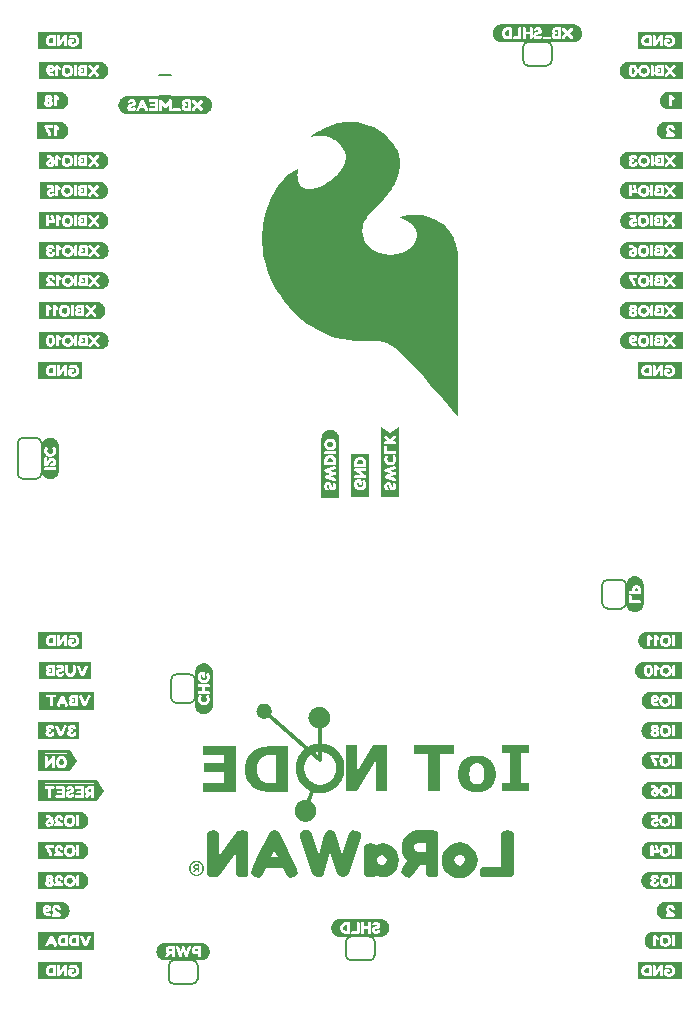
<source format=gbo>
%TF.GenerationSoftware,KiCad,Pcbnew,8.0.3*%
%TF.CreationDate,2024-07-24T15:17:42-06:00*%
%TF.ProjectId,SparkFun_IoT_Node_LoRaWAN,53706172-6b46-4756-9e5f-496f545f4e6f,v02*%
%TF.SameCoordinates,Original*%
%TF.FileFunction,Legend,Bot*%
%TF.FilePolarity,Positive*%
%FSLAX46Y46*%
G04 Gerber Fmt 4.6, Leading zero omitted, Abs format (unit mm)*
G04 Created by KiCad (PCBNEW 8.0.3) date 2024-07-24 15:17:42*
%MOMM*%
%LPD*%
G01*
G04 APERTURE LIST*
%ADD10C,0.000000*%
%ADD11C,0.349907*%
%ADD12C,0.699817*%
%ADD13C,0.152400*%
%ADD14C,0.203200*%
G04 APERTURE END LIST*
D10*
G36*
X-13631814Y-31048737D02*
G01*
X-13766415Y-31048737D01*
X-13766415Y-30818795D01*
X-13901016Y-30818795D01*
X-14016073Y-31048737D01*
X-14167157Y-31048737D01*
X-14016073Y-30776138D01*
X-14022776Y-30773541D01*
X-14029340Y-30770662D01*
X-14042031Y-30764095D01*
X-14054107Y-30756505D01*
X-14065530Y-30747958D01*
X-14076261Y-30738523D01*
X-14086261Y-30728267D01*
X-14095492Y-30717259D01*
X-14103915Y-30705566D01*
X-14111492Y-30693255D01*
X-14118183Y-30680395D01*
X-14123951Y-30667052D01*
X-14128757Y-30653296D01*
X-14132562Y-30639192D01*
X-14135328Y-30624810D01*
X-14137016Y-30610217D01*
X-14137330Y-30602110D01*
X-13992959Y-30602110D01*
X-13992807Y-30608785D01*
X-13992350Y-30615266D01*
X-13991592Y-30621554D01*
X-13990537Y-30627645D01*
X-13989186Y-30633539D01*
X-13987543Y-30639235D01*
X-13985610Y-30644731D01*
X-13983391Y-30650027D01*
X-13980889Y-30655121D01*
X-13978106Y-30660012D01*
X-13975045Y-30664698D01*
X-13971709Y-30669179D01*
X-13968102Y-30673453D01*
X-13964225Y-30677519D01*
X-13960082Y-30681376D01*
X-13955676Y-30685023D01*
X-13951009Y-30688458D01*
X-13946085Y-30691680D01*
X-13940906Y-30694688D01*
X-13935476Y-30697481D01*
X-13929796Y-30700058D01*
X-13923871Y-30702416D01*
X-13917703Y-30704556D01*
X-13911294Y-30706476D01*
X-13897769Y-30709650D01*
X-13883317Y-30711930D01*
X-13867963Y-30713305D01*
X-13851729Y-30713765D01*
X-13766415Y-30713765D01*
X-13766415Y-30493682D01*
X-13858358Y-30493682D01*
X-13867417Y-30493806D01*
X-13876114Y-30494177D01*
X-13884454Y-30494791D01*
X-13892443Y-30495644D01*
X-13900084Y-30496732D01*
X-13907383Y-30498052D01*
X-13914345Y-30499601D01*
X-13920974Y-30501375D01*
X-13927276Y-30503370D01*
X-13933255Y-30505583D01*
X-13938916Y-30508010D01*
X-13944264Y-30510647D01*
X-13949304Y-30513492D01*
X-13954041Y-30516540D01*
X-13958479Y-30519788D01*
X-13962623Y-30523232D01*
X-13966479Y-30526869D01*
X-13970050Y-30530695D01*
X-13973343Y-30534706D01*
X-13976361Y-30538900D01*
X-13979110Y-30543271D01*
X-13981595Y-30547818D01*
X-13983819Y-30552536D01*
X-13985790Y-30557421D01*
X-13987510Y-30562471D01*
X-13988985Y-30567680D01*
X-13990219Y-30573047D01*
X-13991219Y-30578567D01*
X-13991988Y-30584237D01*
X-13992531Y-30590053D01*
X-13992853Y-30596012D01*
X-13992959Y-30602110D01*
X-14137330Y-30602110D01*
X-14137587Y-30595481D01*
X-14137243Y-30581007D01*
X-14136225Y-30567121D01*
X-14134549Y-30553814D01*
X-14132235Y-30541077D01*
X-14129299Y-30528902D01*
X-14125761Y-30517280D01*
X-14121638Y-30506204D01*
X-14116949Y-30495665D01*
X-14111710Y-30485654D01*
X-14105941Y-30476163D01*
X-14099660Y-30467184D01*
X-14092884Y-30458709D01*
X-14085631Y-30450728D01*
X-14077920Y-30443234D01*
X-14069769Y-30436219D01*
X-14061195Y-30429673D01*
X-14052217Y-30423589D01*
X-14042852Y-30417958D01*
X-14033120Y-30412772D01*
X-14023037Y-30408023D01*
X-14001894Y-30399799D01*
X-13979566Y-30393221D01*
X-13956199Y-30388221D01*
X-13931937Y-30384733D01*
X-13906924Y-30382689D01*
X-13881304Y-30382023D01*
X-13631816Y-30382023D01*
X-13631815Y-30713765D01*
X-13631814Y-31048737D01*
G37*
G36*
X-13251600Y-30759286D02*
G01*
X-13254007Y-30794211D01*
X-13257970Y-30828373D01*
X-13263448Y-30861746D01*
X-13270400Y-30894303D01*
X-13278787Y-30926019D01*
X-13288568Y-30956867D01*
X-13299702Y-30986823D01*
X-13312151Y-31015859D01*
X-13325872Y-31043951D01*
X-13340826Y-31071073D01*
X-13356973Y-31097198D01*
X-13374271Y-31122300D01*
X-13392682Y-31146355D01*
X-13412164Y-31169335D01*
X-13432677Y-31191216D01*
X-13454181Y-31211971D01*
X-13476636Y-31231574D01*
X-13500000Y-31250000D01*
X-13524235Y-31267222D01*
X-13549299Y-31283216D01*
X-13575152Y-31297954D01*
X-13601754Y-31311411D01*
X-13629064Y-31323562D01*
X-13657043Y-31334379D01*
X-13685650Y-31343839D01*
X-13714844Y-31351914D01*
X-13744585Y-31358579D01*
X-13774833Y-31363808D01*
X-13805548Y-31367574D01*
X-13836689Y-31369854D01*
X-13868215Y-31370619D01*
X-13900051Y-31369854D01*
X-13931481Y-31367574D01*
X-13962466Y-31363808D01*
X-13992967Y-31358579D01*
X-14022944Y-31351914D01*
X-14052356Y-31343839D01*
X-14081165Y-31334379D01*
X-14109331Y-31323562D01*
X-14136813Y-31311411D01*
X-14163573Y-31297954D01*
X-14189570Y-31283216D01*
X-14214765Y-31267222D01*
X-14239117Y-31250000D01*
X-14262589Y-31231574D01*
X-14285138Y-31211971D01*
X-14306727Y-31191216D01*
X-14327315Y-31169335D01*
X-14346863Y-31146355D01*
X-14365330Y-31122300D01*
X-14382678Y-31097198D01*
X-14398865Y-31071073D01*
X-14413854Y-31043951D01*
X-14427603Y-31015859D01*
X-14440074Y-30986823D01*
X-14451226Y-30956867D01*
X-14461021Y-30926019D01*
X-14469417Y-30894303D01*
X-14476376Y-30861746D01*
X-14481857Y-30828373D01*
X-14485822Y-30794211D01*
X-14488230Y-30759286D01*
X-14489041Y-30723622D01*
X-14357670Y-30723622D01*
X-14357049Y-30752582D01*
X-14355203Y-30780944D01*
X-14352162Y-30808686D01*
X-14347952Y-30835787D01*
X-14342601Y-30862227D01*
X-14336137Y-30887984D01*
X-14328588Y-30913037D01*
X-14319981Y-30937365D01*
X-14310344Y-30960948D01*
X-14299705Y-30983763D01*
X-14288091Y-31005791D01*
X-14275531Y-31027010D01*
X-14262052Y-31047399D01*
X-14247682Y-31066936D01*
X-14232448Y-31085602D01*
X-14216378Y-31103374D01*
X-14199500Y-31120233D01*
X-14181842Y-31136156D01*
X-14163431Y-31151123D01*
X-14144295Y-31165113D01*
X-14124462Y-31178104D01*
X-14103959Y-31190076D01*
X-14082815Y-31201008D01*
X-14061057Y-31210879D01*
X-14038713Y-31219666D01*
X-14015810Y-31227351D01*
X-13992376Y-31233911D01*
X-13968439Y-31239325D01*
X-13944027Y-31243573D01*
X-13919167Y-31246633D01*
X-13893887Y-31248485D01*
X-13868215Y-31249107D01*
X-13842553Y-31248485D01*
X-13817301Y-31246633D01*
X-13792487Y-31243573D01*
X-13768137Y-31239325D01*
X-13744277Y-31233911D01*
X-13720934Y-31227351D01*
X-13698134Y-31219666D01*
X-13675904Y-31210879D01*
X-13654270Y-31201008D01*
X-13633259Y-31190076D01*
X-13612897Y-31178104D01*
X-13593211Y-31165113D01*
X-13574226Y-31151123D01*
X-13555971Y-31136156D01*
X-13538471Y-31120233D01*
X-13521752Y-31103374D01*
X-13505841Y-31085602D01*
X-13490765Y-31066936D01*
X-13476550Y-31047399D01*
X-13463223Y-31027010D01*
X-13450809Y-31005791D01*
X-13439336Y-30983763D01*
X-13428830Y-30960948D01*
X-13419318Y-30937365D01*
X-13410825Y-30913037D01*
X-13403379Y-30887984D01*
X-13397006Y-30862227D01*
X-13391732Y-30835787D01*
X-13387584Y-30808686D01*
X-13384588Y-30780944D01*
X-13382772Y-30752582D01*
X-13382160Y-30723622D01*
X-13382772Y-30694936D01*
X-13384588Y-30666794D01*
X-13387584Y-30639220D01*
X-13391732Y-30612237D01*
X-13397006Y-30585871D01*
X-13403379Y-30560145D01*
X-13410825Y-30535083D01*
X-13419318Y-30510709D01*
X-13428830Y-30487048D01*
X-13439336Y-30464123D01*
X-13450809Y-30441958D01*
X-13463223Y-30420577D01*
X-13476550Y-30400005D01*
X-13490765Y-30380266D01*
X-13505841Y-30361383D01*
X-13521752Y-30343380D01*
X-13538471Y-30326283D01*
X-13555971Y-30310114D01*
X-13574226Y-30294898D01*
X-13593211Y-30280659D01*
X-13612897Y-30267420D01*
X-13633259Y-30255207D01*
X-13654270Y-30244043D01*
X-13675904Y-30233951D01*
X-13698134Y-30224957D01*
X-13720934Y-30217084D01*
X-13744277Y-30210356D01*
X-13768137Y-30204798D01*
X-13792487Y-30200433D01*
X-13817301Y-30197285D01*
X-13842553Y-30195379D01*
X-13868215Y-30194738D01*
X-13893887Y-30195379D01*
X-13919167Y-30197285D01*
X-13944027Y-30200433D01*
X-13968440Y-30204798D01*
X-13992377Y-30210356D01*
X-14015810Y-30217084D01*
X-14038714Y-30224957D01*
X-14061058Y-30233951D01*
X-14082816Y-30244043D01*
X-14103960Y-30255207D01*
X-14124463Y-30267420D01*
X-14144296Y-30280659D01*
X-14163432Y-30294898D01*
X-14181842Y-30310114D01*
X-14199501Y-30326283D01*
X-14216379Y-30343380D01*
X-14232448Y-30361383D01*
X-14247682Y-30380266D01*
X-14262053Y-30400005D01*
X-14275532Y-30420577D01*
X-14288092Y-30441958D01*
X-14299705Y-30464123D01*
X-14310344Y-30487048D01*
X-14319981Y-30510709D01*
X-14328588Y-30535083D01*
X-14336137Y-30560145D01*
X-14342601Y-30585871D01*
X-14347952Y-30612237D01*
X-14352162Y-30639220D01*
X-14355203Y-30666794D01*
X-14357049Y-30694936D01*
X-14357670Y-30723622D01*
X-14489041Y-30723622D01*
X-14488230Y-30687958D01*
X-14485822Y-30653032D01*
X-14481857Y-30618870D01*
X-14476376Y-30585498D01*
X-14469417Y-30552941D01*
X-14461021Y-30521225D01*
X-14451226Y-30490376D01*
X-14440074Y-30460420D01*
X-14427603Y-30431384D01*
X-14413854Y-30403292D01*
X-14398865Y-30376170D01*
X-14382678Y-30350045D01*
X-14365330Y-30324943D01*
X-14346863Y-30300888D01*
X-14327315Y-30277908D01*
X-14306727Y-30256027D01*
X-14285138Y-30235273D01*
X-14262589Y-30215669D01*
X-14239117Y-30197244D01*
X-14214765Y-30180021D01*
X-14189570Y-30164028D01*
X-14163573Y-30149290D01*
X-14136813Y-30135833D01*
X-14109331Y-30123682D01*
X-14081165Y-30112864D01*
X-14052356Y-30103405D01*
X-14022944Y-30095330D01*
X-13992967Y-30088665D01*
X-13962466Y-30083436D01*
X-13931481Y-30079670D01*
X-13900051Y-30077390D01*
X-13868215Y-30076625D01*
X-13836689Y-30077390D01*
X-13805548Y-30079670D01*
X-13774833Y-30083436D01*
X-13744585Y-30088665D01*
X-13714844Y-30095330D01*
X-13685650Y-30103405D01*
X-13657044Y-30112864D01*
X-13629065Y-30123682D01*
X-13601755Y-30135833D01*
X-13575153Y-30149290D01*
X-13549300Y-30164028D01*
X-13524236Y-30180021D01*
X-13500001Y-30197244D01*
X-13476636Y-30215669D01*
X-13454182Y-30235273D01*
X-13432678Y-30256027D01*
X-13412165Y-30277908D01*
X-13392683Y-30300888D01*
X-13374272Y-30324943D01*
X-13356973Y-30350045D01*
X-13340827Y-30376170D01*
X-13325872Y-30403292D01*
X-13312151Y-30431384D01*
X-13299703Y-30460420D01*
X-13288568Y-30490376D01*
X-13278787Y-30521225D01*
X-13270400Y-30552941D01*
X-13263448Y-30585498D01*
X-13257970Y-30618870D01*
X-13254007Y-30653032D01*
X-13251600Y-30687958D01*
X-13250789Y-30723622D01*
X-13251600Y-30759286D01*
G37*
G36*
X14268898Y-20993234D02*
G01*
X13636992Y-20993234D01*
X13636992Y-23482009D01*
X14268898Y-23482009D01*
X14268898Y-24165711D01*
X12010612Y-24165711D01*
X12010612Y-23482009D01*
X12642518Y-23482009D01*
X12642518Y-20993234D01*
X12010612Y-20993234D01*
X12010612Y-20309533D01*
X14268898Y-20309533D01*
X14268898Y-20993234D01*
G37*
G36*
X-315299Y-22518612D02*
G01*
X1090950Y-20309533D01*
X2279657Y-20309533D01*
X2279657Y-24165711D01*
X1368056Y-24165711D01*
X1368056Y-21518959D01*
X-268682Y-24165711D01*
X-1226899Y-24165711D01*
X-1226901Y-20309533D01*
X-315299Y-20309533D01*
X-315299Y-22518612D01*
G37*
D11*
X-4681419Y-25841622D02*
X-4000000Y-24000000D01*
D10*
G36*
X-3418542Y-17039870D02*
G01*
X-3371778Y-17043426D01*
X-3325695Y-17049281D01*
X-3280350Y-17057378D01*
X-3235801Y-17067660D01*
X-3192105Y-17080067D01*
X-3149320Y-17094543D01*
X-3107505Y-17111030D01*
X-3066718Y-17129469D01*
X-3027015Y-17149803D01*
X-2988455Y-17171974D01*
X-2951095Y-17195924D01*
X-2914995Y-17221595D01*
X-2880210Y-17248930D01*
X-2846800Y-17277870D01*
X-2814822Y-17308358D01*
X-2784334Y-17340337D01*
X-2755393Y-17373747D01*
X-2728059Y-17408531D01*
X-2702387Y-17444632D01*
X-2678437Y-17481991D01*
X-2656266Y-17520551D01*
X-2635932Y-17560254D01*
X-2617493Y-17601042D01*
X-2601007Y-17642857D01*
X-2586531Y-17685642D01*
X-2574123Y-17729337D01*
X-2563842Y-17773887D01*
X-2555745Y-17819232D01*
X-2549889Y-17865315D01*
X-2546334Y-17912079D01*
X-2545136Y-17959464D01*
X-2546334Y-18006850D01*
X-2549889Y-18053613D01*
X-2555745Y-18099697D01*
X-2563842Y-18145043D01*
X-2574123Y-18189593D01*
X-2586531Y-18233290D01*
X-2601007Y-18276076D01*
X-2617493Y-18317892D01*
X-2635932Y-18358681D01*
X-2656266Y-18398386D01*
X-2678437Y-18436947D01*
X-2702387Y-18474308D01*
X-2728059Y-18510411D01*
X-2755393Y-18545197D01*
X-2784334Y-18578609D01*
X-2814822Y-18610589D01*
X-2846800Y-18641079D01*
X-2880210Y-18670021D01*
X-2914995Y-18697358D01*
X-2951095Y-18723031D01*
X-2988455Y-18746982D01*
X-3027015Y-18769155D01*
X-3066718Y-18789490D01*
X-3107505Y-18807931D01*
X-3149320Y-18824419D01*
X-3192105Y-18838896D01*
X-3235801Y-18851304D01*
X-3280350Y-18861587D01*
X-3325695Y-18869685D01*
X-3371778Y-18875540D01*
X-3418542Y-18879096D01*
X-3465927Y-18880295D01*
X-3513313Y-18879096D01*
X-3560077Y-18875540D01*
X-3606160Y-18869685D01*
X-3651507Y-18861587D01*
X-3696057Y-18851304D01*
X-3739754Y-18838896D01*
X-3782540Y-18824419D01*
X-3824356Y-18807931D01*
X-3865145Y-18789490D01*
X-3904850Y-18769155D01*
X-3943411Y-18746982D01*
X-3980772Y-18723031D01*
X-4016875Y-18697358D01*
X-4051661Y-18670021D01*
X-4085073Y-18641079D01*
X-4117053Y-18610589D01*
X-4147543Y-18578609D01*
X-4176485Y-18545197D01*
X-4203822Y-18510411D01*
X-4229495Y-18474308D01*
X-4253447Y-18436947D01*
X-4275619Y-18398386D01*
X-4295955Y-18358681D01*
X-4314395Y-18317892D01*
X-4330883Y-18276076D01*
X-4345360Y-18233290D01*
X-4357769Y-18189593D01*
X-4368051Y-18145043D01*
X-4376149Y-18099697D01*
X-4382005Y-18053613D01*
X-4385561Y-18006850D01*
X-4386759Y-17959464D01*
X-4385561Y-17912079D01*
X-4382005Y-17865315D01*
X-4376149Y-17819232D01*
X-4368051Y-17773887D01*
X-4357769Y-17729337D01*
X-4345360Y-17685642D01*
X-4330883Y-17642857D01*
X-4314395Y-17601042D01*
X-4295955Y-17560254D01*
X-4275619Y-17520551D01*
X-4253447Y-17481991D01*
X-4229495Y-17444632D01*
X-4203822Y-17408531D01*
X-4176485Y-17373747D01*
X-4147543Y-17340337D01*
X-4117053Y-17308358D01*
X-4085073Y-17277870D01*
X-4051661Y-17248930D01*
X-4016875Y-17221595D01*
X-3980772Y-17195924D01*
X-3943411Y-17171974D01*
X-3904850Y-17149803D01*
X-3865145Y-17129469D01*
X-3824356Y-17111030D01*
X-3782540Y-17094543D01*
X-3739754Y-17080067D01*
X-3696057Y-17067660D01*
X-3651507Y-17057378D01*
X-3606160Y-17049281D01*
X-3560077Y-17043426D01*
X-3513313Y-17039870D01*
X-3465927Y-17038672D01*
X-3418542Y-17039870D01*
G37*
G36*
X7944664Y-21055389D02*
G01*
X6740417Y-21055389D01*
X6740417Y-24165711D01*
X5745943Y-24165711D01*
X5745943Y-21055389D01*
X4541697Y-21055389D01*
X4541697Y-20309533D01*
X7944664Y-20309533D01*
X7944664Y-21055389D01*
G37*
G36*
X-506013Y32487298D02*
G01*
X-243672Y32458393D01*
X22916Y32411640D01*
X293245Y32345728D01*
X566808Y32259352D01*
X843097Y32151203D01*
X1121608Y32019974D01*
X1401831Y31864357D01*
X1683262Y31683044D01*
X1924325Y31508313D01*
X2145517Y31329837D01*
X2347169Y31147798D01*
X2529610Y30962378D01*
X2693169Y30773757D01*
X2838177Y30582118D01*
X2964962Y30387641D01*
X3073855Y30190509D01*
X3165185Y29990901D01*
X3239281Y29789000D01*
X3296473Y29584988D01*
X3337090Y29379044D01*
X3361463Y29171352D01*
X3369920Y28962091D01*
X3362792Y28751444D01*
X3340408Y28539592D01*
X3303097Y28326716D01*
X3251189Y28112997D01*
X3185014Y27898618D01*
X3104901Y27683758D01*
X3011180Y27468601D01*
X2904180Y27253326D01*
X2784231Y27038116D01*
X2651662Y26823151D01*
X2506804Y26608613D01*
X2349985Y26394684D01*
X2181535Y26181545D01*
X2001785Y25969377D01*
X1609698Y25548679D01*
X1176361Y25134043D01*
X983518Y24947771D01*
X812997Y24760863D01*
X664166Y24573804D01*
X536389Y24387079D01*
X429033Y24201172D01*
X341463Y24016567D01*
X273046Y23833750D01*
X223146Y23653204D01*
X191130Y23475415D01*
X176364Y23300867D01*
X178213Y23130045D01*
X196044Y22963432D01*
X229221Y22801514D01*
X277112Y22644776D01*
X339082Y22493701D01*
X414496Y22348775D01*
X502721Y22210481D01*
X603122Y22079305D01*
X715065Y21955732D01*
X837916Y21840245D01*
X971041Y21733329D01*
X1113805Y21635469D01*
X1265575Y21547150D01*
X1425717Y21468855D01*
X1593595Y21401070D01*
X1768577Y21344280D01*
X1950027Y21298968D01*
X2137312Y21265619D01*
X2329798Y21244718D01*
X2526849Y21236750D01*
X2727833Y21242198D01*
X2932115Y21261548D01*
X3070495Y21282454D01*
X3203653Y21309036D01*
X3331574Y21341025D01*
X3454240Y21378148D01*
X3571637Y21420134D01*
X3683747Y21466713D01*
X3790555Y21517613D01*
X3892045Y21572563D01*
X3988200Y21631291D01*
X4079005Y21693527D01*
X4164442Y21758999D01*
X4244497Y21827435D01*
X4319154Y21898565D01*
X4388395Y21972118D01*
X4452205Y22047821D01*
X4510567Y22125405D01*
X4563467Y22204597D01*
X4610886Y22285126D01*
X4652811Y22366722D01*
X4689223Y22449112D01*
X4720108Y22532026D01*
X4745448Y22615192D01*
X4765229Y22698340D01*
X4779434Y22781197D01*
X4788046Y22863494D01*
X4791050Y22944957D01*
X4788429Y23025317D01*
X4780168Y23104302D01*
X4766250Y23181640D01*
X4746659Y23257061D01*
X4721379Y23330293D01*
X4690394Y23401065D01*
X4658996Y23459755D01*
X4623436Y23516989D01*
X4584052Y23572739D01*
X4541183Y23626980D01*
X4495166Y23679683D01*
X4446340Y23730824D01*
X4341616Y23828309D01*
X4229715Y23919221D01*
X4113346Y24003347D01*
X3995214Y24080473D01*
X3878026Y24150386D01*
X3764488Y24212873D01*
X3657307Y24267721D01*
X3472844Y24353645D01*
X3299290Y24424431D01*
X3355427Y24445018D01*
X3423357Y24467328D01*
X3515867Y24494608D01*
X3631463Y24524574D01*
X3768649Y24554945D01*
X3925932Y24583439D01*
X4101815Y24607774D01*
X4294804Y24625667D01*
X4397247Y24631486D01*
X4503405Y24634838D01*
X4613092Y24635439D01*
X4726121Y24633004D01*
X4842306Y24627247D01*
X4961459Y24617883D01*
X5083394Y24604627D01*
X5207923Y24587193D01*
X5334860Y24565297D01*
X5464019Y24538652D01*
X5595211Y24506975D01*
X5728251Y24469979D01*
X5862951Y24427379D01*
X5999124Y24378890D01*
X6242062Y24279054D01*
X6478236Y24163874D01*
X6593357Y24100054D01*
X6706272Y24031826D01*
X6816808Y23959000D01*
X6924796Y23881384D01*
X7030062Y23798788D01*
X7132434Y23711022D01*
X7231742Y23617895D01*
X7327813Y23519216D01*
X7420476Y23414794D01*
X7509559Y23304439D01*
X7594890Y23187960D01*
X7676297Y23065166D01*
X7753610Y22935867D01*
X7826655Y22799872D01*
X7895261Y22656990D01*
X7959257Y22507031D01*
X8018470Y22349804D01*
X8072730Y22185118D01*
X8121864Y22012783D01*
X8165701Y21832608D01*
X8204068Y21644402D01*
X8236794Y21447974D01*
X8263708Y21243134D01*
X8284638Y21029692D01*
X8299411Y20807455D01*
X8307856Y20576235D01*
X8309802Y20335840D01*
X8305077Y20086079D01*
X8305077Y7500340D01*
X8068444Y7788008D01*
X7792288Y8118717D01*
X7428359Y8548342D01*
X6989746Y9057632D01*
X6489540Y9627336D01*
X5940829Y10238204D01*
X5356705Y10870985D01*
X4169237Y12179383D01*
X3907376Y12460991D01*
X3653691Y12721985D01*
X3405271Y12961154D01*
X3159204Y13177291D01*
X2912577Y13369186D01*
X2662477Y13535629D01*
X2535215Y13608928D01*
X2405992Y13675411D01*
X2274445Y13734927D01*
X2140210Y13787324D01*
X2002922Y13832452D01*
X1862218Y13870158D01*
X1717733Y13900293D01*
X1569104Y13922705D01*
X1415966Y13937242D01*
X1257955Y13943754D01*
X1094707Y13942089D01*
X925859Y13932097D01*
X287044Y13912236D01*
X-329505Y13932294D01*
X-924018Y13991062D01*
X-1496727Y14087337D01*
X-2047860Y14219910D01*
X-2577649Y14387576D01*
X-3086323Y14589129D01*
X-3574113Y14823362D01*
X-4041249Y15089069D01*
X-4487960Y15385044D01*
X-4914478Y15710080D01*
X-5321032Y16062971D01*
X-5707853Y16442511D01*
X-6075170Y16847494D01*
X-6423214Y17276713D01*
X-6752215Y17728961D01*
X-7042056Y18176009D01*
X-7298844Y18625378D01*
X-7523713Y19076125D01*
X-7717798Y19527306D01*
X-7882235Y19977976D01*
X-8018158Y20427191D01*
X-8126704Y20874006D01*
X-8209006Y21317477D01*
X-8266199Y21756660D01*
X-8299420Y22190610D01*
X-8309802Y22618382D01*
X-8298481Y23039033D01*
X-8266593Y23451618D01*
X-8215271Y23855193D01*
X-8058870Y24631534D01*
X-7838358Y25360501D01*
X-7562815Y26034539D01*
X-7241322Y26646092D01*
X-6882961Y27187606D01*
X-6496810Y27651526D01*
X-6091951Y28030296D01*
X-5885344Y28185389D01*
X-5677464Y28316362D01*
X-5469448Y28422269D01*
X-5262430Y28502168D01*
X-5275478Y28437396D01*
X-5287743Y28362557D01*
X-5300238Y28264859D01*
X-5310267Y28148387D01*
X-5315133Y28017223D01*
X-5312139Y27875451D01*
X-5298587Y27727155D01*
X-5287009Y27651836D01*
X-5271781Y27576417D01*
X-5252564Y27501409D01*
X-5229023Y27427322D01*
X-5200820Y27354666D01*
X-5167617Y27283951D01*
X-5129078Y27215689D01*
X-5084865Y27150389D01*
X-5034642Y27088563D01*
X-4978071Y27030720D01*
X-4914815Y26977370D01*
X-4844537Y26929025D01*
X-4766899Y26886194D01*
X-4681566Y26849389D01*
X-4588199Y26819119D01*
X-4486461Y26795895D01*
X-4411255Y26785513D01*
X-4333426Y26780350D01*
X-4253177Y26780236D01*
X-4170713Y26785003D01*
X-4086237Y26794482D01*
X-3999953Y26808505D01*
X-3822776Y26849506D01*
X-3640812Y26906658D01*
X-3455690Y26978611D01*
X-3269042Y27064016D01*
X-3082496Y27161525D01*
X-2897683Y27269787D01*
X-2716233Y27387454D01*
X-2539776Y27513176D01*
X-2369942Y27645605D01*
X-2208361Y27783391D01*
X-2056663Y27925184D01*
X-1916478Y28069637D01*
X-1789436Y28215400D01*
X-1652084Y28393048D01*
X-1591034Y28480125D01*
X-1534975Y28566068D01*
X-1483840Y28650898D01*
X-1437560Y28734637D01*
X-1396066Y28817308D01*
X-1359291Y28898932D01*
X-1327165Y28979532D01*
X-1299621Y29059128D01*
X-1276589Y29137744D01*
X-1258001Y29215402D01*
X-1243789Y29292123D01*
X-1233885Y29367930D01*
X-1228219Y29442844D01*
X-1226723Y29516888D01*
X-1229330Y29590084D01*
X-1235970Y29662453D01*
X-1246575Y29734018D01*
X-1261076Y29804800D01*
X-1279406Y29874823D01*
X-1301494Y29944107D01*
X-1327274Y30012675D01*
X-1356677Y30080549D01*
X-1426076Y30214302D01*
X-1509144Y30345543D01*
X-1605333Y30474448D01*
X-1714095Y30601194D01*
X-1802241Y30692555D01*
X-1893818Y30775976D01*
X-1988418Y30851788D01*
X-2085632Y30920322D01*
X-2185052Y30981909D01*
X-2286270Y31036877D01*
X-2388876Y31085559D01*
X-2492462Y31128285D01*
X-2596620Y31165384D01*
X-2700941Y31197188D01*
X-2908438Y31246230D01*
X-3111686Y31278055D01*
X-3307415Y31295306D01*
X-3492357Y31300627D01*
X-3663244Y31296662D01*
X-3816808Y31286054D01*
X-3949780Y31271447D01*
X-4140876Y31240809D01*
X-4210385Y31225897D01*
X-4080458Y31330675D01*
X-3924131Y31445958D01*
X-3712300Y31589220D01*
X-3449019Y31750002D01*
X-3138344Y31917843D01*
X-2966499Y32001141D01*
X-2784326Y32082280D01*
X-2592331Y32159954D01*
X-2391022Y32232855D01*
X-2180903Y32299674D01*
X-1962484Y32359105D01*
X-1736269Y32409839D01*
X-1502767Y32450569D01*
X-1262484Y32479988D01*
X-1015925Y32496787D01*
X-763600Y32499660D01*
X-506013Y32487298D01*
G37*
G36*
X-4597187Y-24921990D02*
G01*
X-4550424Y-24925546D01*
X-4504340Y-24931402D01*
X-4458994Y-24939500D01*
X-4414443Y-24949782D01*
X-4370746Y-24962191D01*
X-4327961Y-24976668D01*
X-4286144Y-24993155D01*
X-4245355Y-25011596D01*
X-4205651Y-25031931D01*
X-4167089Y-25054104D01*
X-4129728Y-25078056D01*
X-4093625Y-25103729D01*
X-4058839Y-25131065D01*
X-4025427Y-25160008D01*
X-3993447Y-25190498D01*
X-3962957Y-25222478D01*
X-3934015Y-25255890D01*
X-3906679Y-25290676D01*
X-3881005Y-25326778D01*
X-3857054Y-25364139D01*
X-3834881Y-25402701D01*
X-3814546Y-25442405D01*
X-3796105Y-25483195D01*
X-3779617Y-25525011D01*
X-3765140Y-25567796D01*
X-3752732Y-25611493D01*
X-3742450Y-25656044D01*
X-3734352Y-25701390D01*
X-3728496Y-25747473D01*
X-3724940Y-25794237D01*
X-3723742Y-25841622D01*
X-3724940Y-25889005D01*
X-3728496Y-25935765D01*
X-3734352Y-25981846D01*
X-3742450Y-26027189D01*
X-3752732Y-26071736D01*
X-3765140Y-26115431D01*
X-3779617Y-26158214D01*
X-3796105Y-26200028D01*
X-3814546Y-26240816D01*
X-3834881Y-26280518D01*
X-3857054Y-26319078D01*
X-3881005Y-26356438D01*
X-3906679Y-26392539D01*
X-3934015Y-26427324D01*
X-3962957Y-26460735D01*
X-3993447Y-26492714D01*
X-4025427Y-26523203D01*
X-4058839Y-26552144D01*
X-4093625Y-26579480D01*
X-4129728Y-26605153D01*
X-4167089Y-26629104D01*
X-4205651Y-26651276D01*
X-4245355Y-26671612D01*
X-4286144Y-26690052D01*
X-4327961Y-26706539D01*
X-4370746Y-26721016D01*
X-4414443Y-26733425D01*
X-4458994Y-26743707D01*
X-4504340Y-26751805D01*
X-4550424Y-26757661D01*
X-4597187Y-26761217D01*
X-4644573Y-26762415D01*
X-4691959Y-26761217D01*
X-4738722Y-26757661D01*
X-4784805Y-26751805D01*
X-4830150Y-26743707D01*
X-4874700Y-26733425D01*
X-4918396Y-26721016D01*
X-4961180Y-26706539D01*
X-5002995Y-26690052D01*
X-5043783Y-26671612D01*
X-5083486Y-26651276D01*
X-5122046Y-26629104D01*
X-5159405Y-26605153D01*
X-5195506Y-26579480D01*
X-5230290Y-26552144D01*
X-5263700Y-26523203D01*
X-5295678Y-26492714D01*
X-5326167Y-26460735D01*
X-5355107Y-26427324D01*
X-5382442Y-26392539D01*
X-5408113Y-26356438D01*
X-5432063Y-26319078D01*
X-5454234Y-26280518D01*
X-5474568Y-26240816D01*
X-5493007Y-26200028D01*
X-5509494Y-26158214D01*
X-5523970Y-26115431D01*
X-5536377Y-26071736D01*
X-5546658Y-26027189D01*
X-5554756Y-25981846D01*
X-5560611Y-25935765D01*
X-5564167Y-25889005D01*
X-5565365Y-25841622D01*
X-5564167Y-25794237D01*
X-5560611Y-25747473D01*
X-5554756Y-25701390D01*
X-5546658Y-25656044D01*
X-5536377Y-25611493D01*
X-5523970Y-25567796D01*
X-5509494Y-25525011D01*
X-5493007Y-25483195D01*
X-5474568Y-25442405D01*
X-5454234Y-25402701D01*
X-5432063Y-25364139D01*
X-5408113Y-25326778D01*
X-5382442Y-25290676D01*
X-5355107Y-25255890D01*
X-5326167Y-25222478D01*
X-5295678Y-25190498D01*
X-5263700Y-25160008D01*
X-5230290Y-25131065D01*
X-5195506Y-25103729D01*
X-5159405Y-25078056D01*
X-5122046Y-25054104D01*
X-5083486Y-25031931D01*
X-5043783Y-25011596D01*
X-5002995Y-24993155D01*
X-4961180Y-24976668D01*
X-4918396Y-24962191D01*
X-4874700Y-24949782D01*
X-4830150Y-24939500D01*
X-4784805Y-24931402D01*
X-4738722Y-24925546D01*
X-4691959Y-24921990D01*
X-4644573Y-24920792D01*
X-4597187Y-24921990D01*
G37*
G36*
X-6130817Y-24239394D02*
G01*
X-7490450Y-24239394D01*
X-7603753Y-24238342D01*
X-7713171Y-24235186D01*
X-7818704Y-24229925D01*
X-7920353Y-24222561D01*
X-8018117Y-24213092D01*
X-8111996Y-24201519D01*
X-8201991Y-24187842D01*
X-8288101Y-24172060D01*
X-8329972Y-24163239D01*
X-8371419Y-24153608D01*
X-8412440Y-24143168D01*
X-8453037Y-24131919D01*
X-8493208Y-24119860D01*
X-8532955Y-24106992D01*
X-8572278Y-24093315D01*
X-8611175Y-24078828D01*
X-8649647Y-24063532D01*
X-8687695Y-24047427D01*
X-8725318Y-24030512D01*
X-8762516Y-24012789D01*
X-8799289Y-23994255D01*
X-8835637Y-23974913D01*
X-8871560Y-23954761D01*
X-8907059Y-23933800D01*
X-8953492Y-23904544D01*
X-8998914Y-23873750D01*
X-9043325Y-23841418D01*
X-9086724Y-23807549D01*
X-9129111Y-23772142D01*
X-9170487Y-23735197D01*
X-9210851Y-23696715D01*
X-9250203Y-23656695D01*
X-9288544Y-23615137D01*
X-9325874Y-23572041D01*
X-9362191Y-23527408D01*
X-9397497Y-23481237D01*
X-9431791Y-23433529D01*
X-9465074Y-23384283D01*
X-9497345Y-23333499D01*
X-9528605Y-23281177D01*
X-9558397Y-23227328D01*
X-9586267Y-23172609D01*
X-9612216Y-23117019D01*
X-9636242Y-23060560D01*
X-9658346Y-23003231D01*
X-9678528Y-22945032D01*
X-9696788Y-22885963D01*
X-9713126Y-22826023D01*
X-9727542Y-22765214D01*
X-9740035Y-22703535D01*
X-9750607Y-22640986D01*
X-9759257Y-22577567D01*
X-9765984Y-22513278D01*
X-9770789Y-22448119D01*
X-9773672Y-22382089D01*
X-9774633Y-22315191D01*
X-9774532Y-22307421D01*
X-8746492Y-22307421D01*
X-8746492Y-22307424D01*
X-8745997Y-22354859D01*
X-8744510Y-22401344D01*
X-8742031Y-22446877D01*
X-8738561Y-22491460D01*
X-8734100Y-22535092D01*
X-8728647Y-22577772D01*
X-8722203Y-22619502D01*
X-8714767Y-22660281D01*
X-8706340Y-22700109D01*
X-8696922Y-22738986D01*
X-8686513Y-22776912D01*
X-8675112Y-22813887D01*
X-8662719Y-22849911D01*
X-8649336Y-22884985D01*
X-8634961Y-22919107D01*
X-8619595Y-22952278D01*
X-8603165Y-22984246D01*
X-8585603Y-23015404D01*
X-8566908Y-23045753D01*
X-8547080Y-23075293D01*
X-8526119Y-23104023D01*
X-8504025Y-23131944D01*
X-8480798Y-23159056D01*
X-8456437Y-23185358D01*
X-8430944Y-23210851D01*
X-8404318Y-23235535D01*
X-8376558Y-23259410D01*
X-8347666Y-23282475D01*
X-8317641Y-23304731D01*
X-8286482Y-23326177D01*
X-8254191Y-23346815D01*
X-8220766Y-23366643D01*
X-8181151Y-23387199D01*
X-8141293Y-23406138D01*
X-8101193Y-23423457D01*
X-8060849Y-23439158D01*
X-8020263Y-23453240D01*
X-7979434Y-23465703D01*
X-7938362Y-23476547D01*
X-7897047Y-23485773D01*
X-7852656Y-23493056D01*
X-7802357Y-23499368D01*
X-7746150Y-23504710D01*
X-7684036Y-23509080D01*
X-7616014Y-23512479D01*
X-7542084Y-23514906D01*
X-7462247Y-23516363D01*
X-7376501Y-23516849D01*
X-7125292Y-23516849D01*
X-7125292Y-21103177D01*
X-7376501Y-21103177D01*
X-7454235Y-21103622D01*
X-7526870Y-21104957D01*
X-7594406Y-21107182D01*
X-7656844Y-21110298D01*
X-7714183Y-21114304D01*
X-7766423Y-21119200D01*
X-7813565Y-21124986D01*
X-7855608Y-21131662D01*
X-7895629Y-21138906D01*
X-7935407Y-21147687D01*
X-7974941Y-21158005D01*
X-8014233Y-21169862D01*
X-8053282Y-21183256D01*
X-8092088Y-21198187D01*
X-8130652Y-21214657D01*
X-8168972Y-21232664D01*
X-8205886Y-21252229D01*
X-8241526Y-21272724D01*
X-8275891Y-21294151D01*
X-8308982Y-21316508D01*
X-8340797Y-21339796D01*
X-8371338Y-21364014D01*
X-8400605Y-21389163D01*
X-8428597Y-21415243D01*
X-8455314Y-21442254D01*
X-8480756Y-21470195D01*
X-8504924Y-21499067D01*
X-8527818Y-21528870D01*
X-8549436Y-21559603D01*
X-8569780Y-21591267D01*
X-8588849Y-21623862D01*
X-8606644Y-21657388D01*
X-8623579Y-21691490D01*
X-8639421Y-21726462D01*
X-8654171Y-21762304D01*
X-8667828Y-21799016D01*
X-8680392Y-21836598D01*
X-8691864Y-21875050D01*
X-8702244Y-21914372D01*
X-8711530Y-21954564D01*
X-8719725Y-21995626D01*
X-8726826Y-22037558D01*
X-8732835Y-22080360D01*
X-8737752Y-22124033D01*
X-8741576Y-22168575D01*
X-8744307Y-22213987D01*
X-8745946Y-22260269D01*
X-8746492Y-22307421D01*
X-9774532Y-22307421D01*
X-9773733Y-22245843D01*
X-9771032Y-22177649D01*
X-9766530Y-22110608D01*
X-9760227Y-22044721D01*
X-9752124Y-21979986D01*
X-9742220Y-21916405D01*
X-9730515Y-21853977D01*
X-9717009Y-21792703D01*
X-9701703Y-21732581D01*
X-9684596Y-21673613D01*
X-9665689Y-21615799D01*
X-9644981Y-21559137D01*
X-9622472Y-21503629D01*
X-9598162Y-21449274D01*
X-9572052Y-21396073D01*
X-9544142Y-21344024D01*
X-9514987Y-21292896D01*
X-9484496Y-21243104D01*
X-9452670Y-21194646D01*
X-9419509Y-21147524D01*
X-9385012Y-21101738D01*
X-9349180Y-21057287D01*
X-9312013Y-21014171D01*
X-9273510Y-20972391D01*
X-9233672Y-20931946D01*
X-9192499Y-20892836D01*
X-9149990Y-20855062D01*
X-9106146Y-20818623D01*
X-9060966Y-20783519D01*
X-9014452Y-20749751D01*
X-8966601Y-20717318D01*
X-8917416Y-20686220D01*
X-8887856Y-20668355D01*
X-8857446Y-20651016D01*
X-8826187Y-20634202D01*
X-8794078Y-20617915D01*
X-8727310Y-20586919D01*
X-8657144Y-20558026D01*
X-8583578Y-20531238D01*
X-8506613Y-20506555D01*
X-8426249Y-20483975D01*
X-8342485Y-20463500D01*
X-8255000Y-20444683D01*
X-8163468Y-20428376D01*
X-8067889Y-20414577D01*
X-7968263Y-20403287D01*
X-7864591Y-20394506D01*
X-7756873Y-20388234D01*
X-7645107Y-20384471D01*
X-7529295Y-20383216D01*
X-6130817Y-20383216D01*
X-6130817Y-23516849D01*
X-6130817Y-24239394D01*
G37*
G36*
X-8110490Y-16763254D02*
G01*
X-8077756Y-16765743D01*
X-8045498Y-16769842D01*
X-8013757Y-16775511D01*
X-7982572Y-16782708D01*
X-7951985Y-16791394D01*
X-7922035Y-16801528D01*
X-7892764Y-16813069D01*
X-7864212Y-16825978D01*
X-7836419Y-16840213D01*
X-7809426Y-16855733D01*
X-7783274Y-16872499D01*
X-7758002Y-16890470D01*
X-7733652Y-16909606D01*
X-7710264Y-16929865D01*
X-7687878Y-16951208D01*
X-7666535Y-16973594D01*
X-7646276Y-16996982D01*
X-7627140Y-17021332D01*
X-7609169Y-17046604D01*
X-7592403Y-17072756D01*
X-7576882Y-17099749D01*
X-7562647Y-17127542D01*
X-7549739Y-17156094D01*
X-7538198Y-17185365D01*
X-7528064Y-17215314D01*
X-7519378Y-17245901D01*
X-7512180Y-17277086D01*
X-7506512Y-17308828D01*
X-7502412Y-17341086D01*
X-7499923Y-17373820D01*
X-7499084Y-17406989D01*
X-7499923Y-17440158D01*
X-7502412Y-17472892D01*
X-7506512Y-17505150D01*
X-7512180Y-17536891D01*
X-7519378Y-17568076D01*
X-7528064Y-17598663D01*
X-7538198Y-17628613D01*
X-7549739Y-17657884D01*
X-7562647Y-17686436D01*
X-7576882Y-17714229D01*
X-7592403Y-17741221D01*
X-7609169Y-17767374D01*
X-7627140Y-17792645D01*
X-7646276Y-17816995D01*
X-7666535Y-17840384D01*
X-7687878Y-17862769D01*
X-7710264Y-17884112D01*
X-7733652Y-17904372D01*
X-7758002Y-17923507D01*
X-7783273Y-17941478D01*
X-7809426Y-17958244D01*
X-7836419Y-17973765D01*
X-7864211Y-17988000D01*
X-7892763Y-18000908D01*
X-7922034Y-18012449D01*
X-7951984Y-18022583D01*
X-7982571Y-18031269D01*
X-8013755Y-18038467D01*
X-8045497Y-18044135D01*
X-8077755Y-18048235D01*
X-8110489Y-18050724D01*
X-8143658Y-18051562D01*
X-8176827Y-18050724D01*
X-8209560Y-18048235D01*
X-8241818Y-18044135D01*
X-8273559Y-18038467D01*
X-8304743Y-18031269D01*
X-8335329Y-18022583D01*
X-8365277Y-18012449D01*
X-8394547Y-18000908D01*
X-8423098Y-17988000D01*
X-8450889Y-17973765D01*
X-8477881Y-17958244D01*
X-8504031Y-17941478D01*
X-8529301Y-17923507D01*
X-8553650Y-17904372D01*
X-8577036Y-17884112D01*
X-8599420Y-17862769D01*
X-8620761Y-17840384D01*
X-8641019Y-17816995D01*
X-8660153Y-17792645D01*
X-8678122Y-17767374D01*
X-8694887Y-17741221D01*
X-8710406Y-17714229D01*
X-8724639Y-17686436D01*
X-8737546Y-17657884D01*
X-8749086Y-17628613D01*
X-8759219Y-17598663D01*
X-8767904Y-17568076D01*
X-8775101Y-17536891D01*
X-8780769Y-17505150D01*
X-8784867Y-17472892D01*
X-8787356Y-17440158D01*
X-8788195Y-17406989D01*
X-8787356Y-17373820D01*
X-8784867Y-17341086D01*
X-8780769Y-17308828D01*
X-8775101Y-17277086D01*
X-8767904Y-17245901D01*
X-8759219Y-17215314D01*
X-8749086Y-17185365D01*
X-8737546Y-17156094D01*
X-8724639Y-17127542D01*
X-8710406Y-17099749D01*
X-8694887Y-17072756D01*
X-8678123Y-17046604D01*
X-8660153Y-17021332D01*
X-8641020Y-16996982D01*
X-8620762Y-16973594D01*
X-8599421Y-16951208D01*
X-8577037Y-16929865D01*
X-8553651Y-16909606D01*
X-8529302Y-16890470D01*
X-8504033Y-16872499D01*
X-8477882Y-16855733D01*
X-8450891Y-16840213D01*
X-8423100Y-16825978D01*
X-8394549Y-16813069D01*
X-8365279Y-16801528D01*
X-8335331Y-16791394D01*
X-8304745Y-16782708D01*
X-8273561Y-16775511D01*
X-8241820Y-16769842D01*
X-8209562Y-16765743D01*
X-8176829Y-16763254D01*
X-8143660Y-16762415D01*
X-8110490Y-16763254D01*
G37*
D12*
X-3304134Y-20503185D02*
X-3217153Y-20509930D01*
X-3131438Y-20521037D01*
X-3047095Y-20536397D01*
X-2964232Y-20555899D01*
X-2882956Y-20579435D01*
X-2803376Y-20606895D01*
X-2725599Y-20638168D01*
X-2649732Y-20673145D01*
X-2575883Y-20711716D01*
X-2504159Y-20753772D01*
X-2434669Y-20799202D01*
X-2367520Y-20847898D01*
X-2302819Y-20899749D01*
X-2240674Y-20954645D01*
X-2181193Y-21012477D01*
X-2124483Y-21073136D01*
X-2070652Y-21136510D01*
X-2019807Y-21202491D01*
X-1972056Y-21270969D01*
X-1927507Y-21341835D01*
X-1886268Y-21414977D01*
X-1848445Y-21490287D01*
X-1814147Y-21567655D01*
X-1783481Y-21646972D01*
X-1756554Y-21728126D01*
X-1733475Y-21811010D01*
X-1714351Y-21895512D01*
X-1699289Y-21981524D01*
X-1688397Y-22068935D01*
X-1681783Y-22157636D01*
X-1679555Y-22247517D01*
X-1681783Y-22337398D01*
X-1688397Y-22426099D01*
X-1699289Y-22513510D01*
X-1714351Y-22599523D01*
X-1733475Y-22684026D01*
X-1756554Y-22766910D01*
X-1783481Y-22848066D01*
X-1814147Y-22927384D01*
X-1848445Y-23004753D01*
X-1886268Y-23080065D01*
X-1927507Y-23153209D01*
X-1972056Y-23224076D01*
X-2019807Y-23292556D01*
X-2070652Y-23358539D01*
X-2124483Y-23421915D01*
X-2181193Y-23482575D01*
X-2240674Y-23540409D01*
X-2302819Y-23595307D01*
X-2367520Y-23647160D01*
X-2434669Y-23695857D01*
X-2504159Y-23741289D01*
X-2575883Y-23783347D01*
X-2649732Y-23821919D01*
X-2725599Y-23856898D01*
X-2803376Y-23888172D01*
X-2882956Y-23915633D01*
X-2964232Y-23939170D01*
X-3047095Y-23958673D01*
X-3131438Y-23974034D01*
X-3217153Y-23985141D01*
X-3304134Y-23991887D01*
X-3392271Y-23994159D01*
X-3480405Y-23991887D01*
X-3567382Y-23985141D01*
X-3653095Y-23974034D01*
X-3737436Y-23958673D01*
X-3820297Y-23939170D01*
X-3901571Y-23915633D01*
X-3981150Y-23888172D01*
X-4058927Y-23856898D01*
X-4134794Y-23821919D01*
X-4208642Y-23783347D01*
X-4280366Y-23741289D01*
X-4349856Y-23695857D01*
X-4417006Y-23647160D01*
X-4481707Y-23595307D01*
X-4543853Y-23540409D01*
X-4603335Y-23482575D01*
X-4660046Y-23421915D01*
X-4713878Y-23358539D01*
X-4764723Y-23292556D01*
X-4812475Y-23224076D01*
X-4857025Y-23153209D01*
X-4898266Y-23080065D01*
X-4936090Y-23004753D01*
X-4970389Y-22927384D01*
X-5001056Y-22848066D01*
X-5027984Y-22766910D01*
X-5051064Y-22684026D01*
X-5070189Y-22599523D01*
X-5085251Y-22513510D01*
X-5096143Y-22426099D01*
X-5102758Y-22337398D01*
X-5104986Y-22247517D01*
X-5102758Y-22157636D01*
X-5096143Y-22068935D01*
X-5085251Y-21981524D01*
X-5070189Y-21895512D01*
X-5051064Y-21811010D01*
X-5027984Y-21728126D01*
X-5001056Y-21646972D01*
X-4970389Y-21567655D01*
X-4936090Y-21490287D01*
X-4898266Y-21414977D01*
X-4857025Y-21341835D01*
X-4812475Y-21270969D01*
X-4764723Y-21202491D01*
X-4713878Y-21136510D01*
X-4660046Y-21073136D01*
X-4603335Y-21012477D01*
X-4543853Y-20954645D01*
X-4481707Y-20899749D01*
X-4417006Y-20847898D01*
X-4349856Y-20799202D01*
X-4280366Y-20753772D01*
X-4208642Y-20711716D01*
X-4134794Y-20673145D01*
X-4058927Y-20638168D01*
X-3981150Y-20606895D01*
X-3901571Y-20579435D01*
X-3820297Y-20555899D01*
X-3737436Y-20536397D01*
X-3653095Y-20521037D01*
X-3567382Y-20509930D01*
X-3480405Y-20503185D01*
X-3392271Y-20500912D01*
X-3304134Y-20503185D01*
D11*
X-3392273Y-17959464D02*
X-3392273Y-21527848D01*
D10*
G36*
X11462541Y-22801333D02*
G01*
X11457655Y-22887453D01*
X11449511Y-22971206D01*
X11438110Y-23052592D01*
X11423452Y-23131610D01*
X11405535Y-23208262D01*
X11384362Y-23282546D01*
X11359931Y-23354463D01*
X11332243Y-23424012D01*
X11301297Y-23491195D01*
X11267094Y-23556010D01*
X11229633Y-23618458D01*
X11188915Y-23678539D01*
X11144939Y-23736252D01*
X11097706Y-23791599D01*
X11047215Y-23844578D01*
X10993457Y-23894441D01*
X10937069Y-23941088D01*
X10878050Y-23984517D01*
X10816401Y-24024729D01*
X10752122Y-24061725D01*
X10685213Y-24095503D01*
X10615673Y-24126064D01*
X10543504Y-24153409D01*
X10468704Y-24177536D01*
X10391273Y-24198446D01*
X10311213Y-24216140D01*
X10228522Y-24230616D01*
X10143201Y-24241876D01*
X10055250Y-24249918D01*
X9964668Y-24254744D01*
X9871457Y-24256352D01*
X9778255Y-24254744D01*
X9687704Y-24249918D01*
X9599803Y-24241876D01*
X9514553Y-24230616D01*
X9431953Y-24216140D01*
X9352004Y-24198446D01*
X9274706Y-24177536D01*
X9200057Y-24153409D01*
X9128059Y-24126064D01*
X9058712Y-24095503D01*
X8992015Y-24061725D01*
X8927969Y-24024729D01*
X8866573Y-23984517D01*
X8807828Y-23941088D01*
X8751733Y-23894441D01*
X8698288Y-23844578D01*
X8647484Y-23791599D01*
X8599957Y-23736253D01*
X8555709Y-23678539D01*
X8514738Y-23618458D01*
X8477044Y-23556010D01*
X8442629Y-23491195D01*
X8411491Y-23424013D01*
X8383630Y-23354463D01*
X8359048Y-23282546D01*
X8337743Y-23208262D01*
X8319715Y-23131611D01*
X8304966Y-23052592D01*
X8293494Y-22971207D01*
X8285300Y-22887454D01*
X8280383Y-22801333D01*
X8278840Y-22718025D01*
X9244731Y-22718025D01*
X9245459Y-22785440D01*
X9247644Y-22849133D01*
X9251286Y-22909102D01*
X9256385Y-22965349D01*
X9262940Y-23017873D01*
X9266764Y-23042739D01*
X9270952Y-23066674D01*
X9275505Y-23089679D01*
X9280421Y-23111752D01*
X9285702Y-23132895D01*
X9291347Y-23153108D01*
X9297032Y-23172359D01*
X9303082Y-23191266D01*
X9309495Y-23209830D01*
X9316273Y-23228049D01*
X9323416Y-23245925D01*
X9330922Y-23263456D01*
X9338793Y-23280644D01*
X9347027Y-23297488D01*
X9355626Y-23313987D01*
X9364589Y-23330143D01*
X9373917Y-23345955D01*
X9383608Y-23361423D01*
X9393664Y-23376547D01*
X9404084Y-23391327D01*
X9414868Y-23405763D01*
X9426015Y-23419854D01*
X9426015Y-23419853D01*
X9436192Y-23432256D01*
X9446652Y-23444213D01*
X9457396Y-23455726D01*
X9468423Y-23466793D01*
X9479733Y-23477415D01*
X9491326Y-23487592D01*
X9503202Y-23497324D01*
X9515362Y-23506611D01*
X9527805Y-23515452D01*
X9540532Y-23523849D01*
X9553541Y-23531800D01*
X9566834Y-23539307D01*
X9580411Y-23546368D01*
X9594270Y-23552984D01*
X9608413Y-23559155D01*
X9622838Y-23564881D01*
X9637133Y-23569899D01*
X9651528Y-23574593D01*
X9666025Y-23578963D01*
X9680623Y-23583009D01*
X9695322Y-23586732D01*
X9710122Y-23590131D01*
X9725023Y-23593207D01*
X9740026Y-23595958D01*
X9755130Y-23598386D01*
X9770334Y-23600490D01*
X9785640Y-23602271D01*
X9801047Y-23603727D01*
X9832165Y-23605670D01*
X9863688Y-23606317D01*
X9882018Y-23606135D01*
X9900106Y-23605589D01*
X9917951Y-23604678D01*
X9935554Y-23603404D01*
X9952913Y-23601765D01*
X9970030Y-23599762D01*
X9986904Y-23597395D01*
X10003535Y-23594663D01*
X10019924Y-23591568D01*
X10036069Y-23588108D01*
X10051972Y-23584284D01*
X10067632Y-23580096D01*
X10083049Y-23575543D01*
X10098224Y-23570627D01*
X10113155Y-23565346D01*
X10127844Y-23559702D01*
X10141967Y-23553662D01*
X10155846Y-23547198D01*
X10169483Y-23540309D01*
X10182877Y-23532994D01*
X10196029Y-23525255D01*
X10208937Y-23517092D01*
X10221603Y-23508503D01*
X10234026Y-23499489D01*
X10246206Y-23490051D01*
X10258143Y-23480187D01*
X10269837Y-23469899D01*
X10281289Y-23459186D01*
X10292498Y-23448048D01*
X10303464Y-23436485D01*
X10314187Y-23424497D01*
X10324668Y-23412085D01*
X10335189Y-23398549D01*
X10345386Y-23384487D01*
X10355259Y-23369899D01*
X10364809Y-23354785D01*
X10374035Y-23339146D01*
X10382938Y-23322980D01*
X10391516Y-23306288D01*
X10399771Y-23289070D01*
X10407702Y-23271326D01*
X10415310Y-23253055D01*
X10422594Y-23234259D01*
X10429554Y-23214937D01*
X10436190Y-23195089D01*
X10442503Y-23174715D01*
X10448491Y-23153814D01*
X10454157Y-23132388D01*
X10464475Y-23087391D01*
X10473418Y-23040451D01*
X10480985Y-22991569D01*
X10487176Y-22940745D01*
X10491992Y-22887978D01*
X10495431Y-22833269D01*
X10497495Y-22776617D01*
X10498183Y-22718023D01*
X10497414Y-22652753D01*
X10495108Y-22590315D01*
X10491263Y-22530710D01*
X10485882Y-22473937D01*
X10478962Y-22419997D01*
X10470505Y-22368890D01*
X10460510Y-22320615D01*
X10454936Y-22297539D01*
X10448977Y-22275172D01*
X10442371Y-22253453D01*
X10435502Y-22232319D01*
X10428370Y-22211773D01*
X10420975Y-22191814D01*
X10413317Y-22172441D01*
X10405396Y-22153655D01*
X10397212Y-22135455D01*
X10388765Y-22117843D01*
X10380055Y-22100817D01*
X10371081Y-22084378D01*
X10361845Y-22068526D01*
X10352346Y-22053260D01*
X10342584Y-22038581D01*
X10332558Y-22024489D01*
X10322270Y-22010984D01*
X10311719Y-21998066D01*
X10299711Y-21984752D01*
X10287642Y-21972006D01*
X10275512Y-21959826D01*
X10263322Y-21948212D01*
X10251071Y-21937165D01*
X10238760Y-21926685D01*
X10226388Y-21916771D01*
X10213955Y-21907423D01*
X10201461Y-21898642D01*
X10188907Y-21890428D01*
X10176292Y-21882780D01*
X10163616Y-21875698D01*
X10150880Y-21869184D01*
X10138082Y-21863235D01*
X10125225Y-21857854D01*
X10112306Y-21853038D01*
X10085316Y-21844541D01*
X10057435Y-21837177D01*
X10028664Y-21830945D01*
X9999003Y-21825847D01*
X9968452Y-21821881D01*
X9937010Y-21819049D01*
X9904679Y-21817350D01*
X9871457Y-21816783D01*
X9854694Y-21816955D01*
X9838073Y-21817471D01*
X9821593Y-21818331D01*
X9805255Y-21819535D01*
X9789059Y-21821082D01*
X9773005Y-21822974D01*
X9757092Y-21825210D01*
X9741320Y-21827790D01*
X9725691Y-21830713D01*
X9710203Y-21833981D01*
X9694856Y-21837592D01*
X9679651Y-21841548D01*
X9664588Y-21845847D01*
X9649667Y-21850490D01*
X9634887Y-21855478D01*
X9620248Y-21860809D01*
X9605812Y-21866555D01*
X9591639Y-21872787D01*
X9577730Y-21879504D01*
X9564083Y-21886707D01*
X9550699Y-21894395D01*
X9537578Y-21902569D01*
X9524720Y-21911229D01*
X9512125Y-21920374D01*
X9499793Y-21930004D01*
X9487725Y-21940121D01*
X9475919Y-21950723D01*
X9464376Y-21961810D01*
X9453097Y-21973383D01*
X9442080Y-21985442D01*
X9431326Y-21997987D01*
X9420836Y-22011016D01*
X9410618Y-22024238D01*
X9400684Y-22038007D01*
X9391033Y-22052321D01*
X9381665Y-22067182D01*
X9372581Y-22082589D01*
X9363780Y-22098543D01*
X9355262Y-22115043D01*
X9347027Y-22132088D01*
X9339076Y-22149681D01*
X9331407Y-22167819D01*
X9324022Y-22186504D01*
X9316921Y-22205735D01*
X9310102Y-22225513D01*
X9303567Y-22245836D01*
X9297315Y-22266706D01*
X9291347Y-22288122D01*
X9280421Y-22332796D01*
X9270952Y-22380059D01*
X9262940Y-22429913D01*
X9256385Y-22482356D01*
X9251286Y-22537388D01*
X9247644Y-22595011D01*
X9245459Y-22655223D01*
X9244731Y-22718025D01*
X8278840Y-22718025D01*
X8278744Y-22712846D01*
X8280372Y-22624358D01*
X8285259Y-22538238D01*
X8293402Y-22454485D01*
X8304803Y-22373099D01*
X8319462Y-22294081D01*
X8337378Y-22217430D01*
X8358552Y-22143145D01*
X8382982Y-22071229D01*
X8410671Y-22001679D01*
X8441617Y-21934496D01*
X8475820Y-21869681D01*
X8513281Y-21807233D01*
X8553999Y-21747152D01*
X8597975Y-21689439D01*
X8645208Y-21634093D01*
X8695698Y-21581113D01*
X8748849Y-21530936D01*
X8804712Y-21483997D01*
X8863285Y-21440294D01*
X8924570Y-21399829D01*
X8988565Y-21362601D01*
X9055272Y-21328610D01*
X9124690Y-21297856D01*
X9196820Y-21270340D01*
X9271660Y-21246061D01*
X9349212Y-21225019D01*
X9429475Y-21207214D01*
X9512449Y-21192646D01*
X9598134Y-21181316D01*
X9686530Y-21173223D01*
X9777638Y-21168367D01*
X9871457Y-21166749D01*
X9964051Y-21168357D01*
X10054076Y-21173183D01*
X10141532Y-21181225D01*
X10226418Y-21192485D01*
X10308734Y-21206961D01*
X10388481Y-21224655D01*
X10465659Y-21245565D01*
X10540267Y-21269692D01*
X10612305Y-21297037D01*
X10681774Y-21327598D01*
X10748673Y-21361377D01*
X10813003Y-21398372D01*
X10874763Y-21438585D01*
X10933953Y-21482014D01*
X10990574Y-21528660D01*
X11044626Y-21578524D01*
X11095430Y-21631209D01*
X11142956Y-21686323D01*
X11187205Y-21743864D01*
X11228176Y-21803834D01*
X11265870Y-21866231D01*
X11300285Y-21931057D01*
X11331423Y-21998310D01*
X11359284Y-22067991D01*
X11383866Y-22140100D01*
X11405171Y-22214637D01*
X11423199Y-22291602D01*
X11437948Y-22370995D01*
X11449420Y-22452816D01*
X11457614Y-22537064D01*
X11462531Y-22623741D01*
X11464170Y-22712845D01*
X11464074Y-22718023D01*
X11462541Y-22801333D01*
G37*
G36*
X-10533438Y-24239394D02*
G01*
X-13322628Y-24239394D01*
X-13322628Y-23493539D01*
X-11522734Y-23493539D01*
X-11522734Y-22540501D01*
X-13193140Y-22540501D01*
X-13193140Y-21794645D01*
X-11522734Y-21794645D01*
X-11522734Y-21129072D01*
X-13322628Y-21129072D01*
X-13322628Y-20383216D01*
X-10533438Y-20383216D01*
X-10533438Y-24239394D01*
G37*
D11*
X-8143660Y-17406989D02*
X-3392273Y-21527848D01*
D10*
%TO.C,kibuzzard-6691B750*%
G36*
X23322449Y-5977450D02*
G01*
X23394201Y-5988094D01*
X23464564Y-6005719D01*
X23532861Y-6030156D01*
X23598433Y-6061169D01*
X23660650Y-6098461D01*
X23718913Y-6141671D01*
X23772659Y-6190384D01*
X23821372Y-6244130D01*
X23864582Y-6302392D01*
X23901873Y-6364609D01*
X23932887Y-6430182D01*
X23957324Y-6498478D01*
X23974949Y-6568841D01*
X23985592Y-6640593D01*
X23989151Y-6713042D01*
X23989151Y-6713162D01*
X23989151Y-8286838D01*
X23989151Y-8286958D01*
X23985592Y-8359407D01*
X23974949Y-8431159D01*
X23957324Y-8501522D01*
X23932887Y-8569818D01*
X23901873Y-8635391D01*
X23864582Y-8697608D01*
X23821372Y-8755870D01*
X23772659Y-8809616D01*
X23718913Y-8858329D01*
X23660650Y-8901539D01*
X23598433Y-8938831D01*
X23532861Y-8969844D01*
X23464564Y-8994281D01*
X23394201Y-9011906D01*
X23322449Y-9022550D01*
X23250000Y-9026109D01*
X23177551Y-9022550D01*
X23105799Y-9011906D01*
X23035436Y-8994281D01*
X22967139Y-8969844D01*
X22901567Y-8938831D01*
X22839350Y-8901539D01*
X22781087Y-8858329D01*
X22727341Y-8809616D01*
X22678628Y-8755870D01*
X22635418Y-8697608D01*
X22598127Y-8635391D01*
X22567113Y-8569818D01*
X22542676Y-8501522D01*
X22525051Y-8431159D01*
X22514408Y-8359407D01*
X22510849Y-8286958D01*
X22510849Y-8286838D01*
X22510849Y-8156652D01*
X22510849Y-7677396D01*
X22749285Y-7677396D01*
X22749285Y-8156652D01*
X22759299Y-8231044D01*
X22792203Y-8271102D01*
X22831545Y-8284692D01*
X22880901Y-8286838D01*
X23620529Y-8286838D01*
X23668455Y-8284692D01*
X23707797Y-8271102D01*
X23740701Y-8231044D01*
X23750715Y-8155222D01*
X23740701Y-8080830D01*
X23707797Y-8040773D01*
X23668455Y-8027182D01*
X23619099Y-8025036D01*
X22972461Y-8025036D01*
X22972461Y-7675966D01*
X22970315Y-7635193D01*
X22958870Y-7602289D01*
X22925250Y-7574392D01*
X22860873Y-7565808D01*
X22797926Y-7574392D01*
X22763591Y-7602289D01*
X22751431Y-7636624D01*
X22749285Y-7677396D01*
X22510849Y-7677396D01*
X22510849Y-7364092D01*
X22750715Y-7364092D01*
X22760730Y-7438484D01*
X22793634Y-7478541D01*
X22832976Y-7492132D01*
X22882332Y-7494278D01*
X23620529Y-7494278D01*
X23668455Y-7492132D01*
X23707797Y-7478541D01*
X23740701Y-7438484D01*
X23750715Y-7362661D01*
X23750715Y-7077969D01*
X23744993Y-7019671D01*
X23727825Y-6959227D01*
X23699928Y-6899142D01*
X23662017Y-6841917D01*
X23611409Y-6790951D01*
X23545422Y-6749642D01*
X23467990Y-6722282D01*
X23383047Y-6713162D01*
X23298462Y-6722103D01*
X23222103Y-6748927D01*
X23157189Y-6789878D01*
X23106938Y-6841202D01*
X23069027Y-6899142D01*
X23041130Y-6959943D01*
X23023963Y-7020923D01*
X23018240Y-7079399D01*
X23018240Y-7232475D01*
X22880901Y-7232475D01*
X22831545Y-7234621D01*
X22792918Y-7248212D01*
X22760730Y-7288269D01*
X22750715Y-7364092D01*
X22510849Y-7364092D01*
X22510849Y-6713162D01*
X22510849Y-6713042D01*
X22514408Y-6640593D01*
X22525051Y-6568841D01*
X22542676Y-6498478D01*
X22567113Y-6430182D01*
X22598127Y-6364609D01*
X22635418Y-6302392D01*
X22678628Y-6244130D01*
X22727341Y-6190384D01*
X22781087Y-6141671D01*
X22839350Y-6098461D01*
X22901567Y-6061169D01*
X22967139Y-6030156D01*
X23035436Y-6005719D01*
X23105799Y-5988094D01*
X23177551Y-5977450D01*
X23250000Y-5973891D01*
X23322449Y-5977450D01*
G37*
G36*
X23458870Y-7004292D02*
G01*
X23488913Y-7079399D01*
X23488913Y-7232475D01*
X23280043Y-7232475D01*
X23280043Y-7077969D01*
X23305794Y-7007153D01*
X23384478Y-6973534D01*
X23458870Y-7004292D01*
G37*
%TO.C,kibuzzard-6691B763*%
G36*
X-13176008Y-13360216D02*
G01*
X-13102729Y-13371086D01*
X-13030868Y-13389086D01*
X-12961117Y-13414043D01*
X-12894148Y-13445717D01*
X-12830607Y-13483802D01*
X-12771104Y-13527932D01*
X-12716214Y-13577682D01*
X-12666464Y-13632573D01*
X-12622334Y-13692075D01*
X-12584248Y-13755617D01*
X-12552574Y-13822586D01*
X-12527617Y-13892336D01*
X-12509617Y-13964197D01*
X-12498747Y-14037477D01*
X-12495112Y-14111469D01*
X-12495112Y-14111588D01*
X-12495112Y-16888412D01*
X-12495112Y-16888531D01*
X-12498747Y-16962523D01*
X-12509617Y-17035803D01*
X-12527617Y-17107664D01*
X-12552574Y-17177414D01*
X-12584248Y-17244383D01*
X-12622334Y-17307925D01*
X-12666464Y-17367427D01*
X-12716214Y-17422318D01*
X-12771104Y-17472068D01*
X-12830607Y-17516198D01*
X-12894148Y-17554283D01*
X-12961117Y-17585957D01*
X-13030868Y-17610914D01*
X-13102729Y-17628914D01*
X-13176008Y-17639784D01*
X-13250000Y-17643419D01*
X-13323992Y-17639784D01*
X-13397271Y-17628914D01*
X-13469132Y-17610914D01*
X-13538883Y-17585957D01*
X-13605852Y-17554283D01*
X-13669393Y-17516198D01*
X-13728896Y-17472068D01*
X-13783786Y-17422318D01*
X-13833536Y-17367427D01*
X-13877666Y-17307925D01*
X-13915752Y-17244383D01*
X-13947426Y-17177414D01*
X-13972383Y-17107664D01*
X-13990383Y-17035803D01*
X-14001253Y-16962523D01*
X-14004888Y-16888531D01*
X-14004888Y-16888412D01*
X-14004888Y-16370529D01*
X-13766452Y-16370529D01*
X-13762160Y-16431152D01*
X-13749285Y-16495708D01*
X-13726216Y-16563305D01*
X-13691345Y-16633047D01*
X-13646280Y-16700107D01*
X-13592632Y-16759657D01*
X-13526645Y-16810622D01*
X-13444564Y-16851931D01*
X-13349785Y-16879292D01*
X-13245708Y-16888412D01*
X-13145565Y-16879471D01*
X-13054006Y-16852647D01*
X-12974428Y-16811874D01*
X-12910229Y-16761087D01*
X-12858011Y-16701538D01*
X-12814378Y-16634478D01*
X-12780579Y-16564378D01*
X-12757868Y-16495708D01*
X-12744993Y-16429363D01*
X-12740701Y-16366237D01*
X-12749603Y-16281036D01*
X-12776307Y-16193292D01*
X-12820815Y-16103004D01*
X-12847997Y-16064378D01*
X-12878040Y-16037911D01*
X-12920959Y-16024320D01*
X-13001073Y-16055794D01*
X-13059013Y-16109442D01*
X-13078326Y-16158798D01*
X-13045422Y-16236052D01*
X-13038984Y-16245351D01*
X-13031116Y-16257511D01*
X-13023247Y-16271102D01*
X-13016094Y-16290415D01*
X-13010372Y-16313305D01*
X-13005365Y-16341917D01*
X-13003934Y-16376252D01*
X-13018240Y-16457797D01*
X-13060443Y-16538627D01*
X-13138412Y-16602289D01*
X-13192060Y-16620529D01*
X-13252861Y-16626609D01*
X-13331009Y-16615701D01*
X-13396638Y-16582976D01*
X-13446888Y-16536660D01*
X-13478898Y-16484979D01*
X-13501788Y-16376252D01*
X-13489986Y-16300787D01*
X-13454578Y-16228898D01*
X-13425966Y-16157368D01*
X-13446352Y-16108727D01*
X-13507511Y-16057225D01*
X-13590486Y-16025751D01*
X-13642704Y-16045780D01*
X-13686338Y-16104435D01*
X-13730846Y-16189318D01*
X-13757550Y-16278016D01*
X-13766452Y-16370529D01*
X-14004888Y-16370529D01*
X-14004888Y-15835479D01*
X-14004888Y-15247496D01*
X-13750715Y-15247496D01*
X-13740701Y-15321888D01*
X-13707797Y-15361946D01*
X-13668455Y-15375536D01*
X-13619099Y-15377682D01*
X-13363019Y-15377682D01*
X-13363019Y-15703863D01*
X-13620529Y-15703863D01*
X-13669886Y-15706009D01*
X-13708512Y-15719599D01*
X-13740701Y-15759657D01*
X-13750715Y-15835479D01*
X-13740701Y-15909871D01*
X-13707797Y-15949928D01*
X-13668455Y-15963519D01*
X-13619099Y-15965665D01*
X-12880901Y-15965665D01*
X-12832976Y-15963519D01*
X-12793634Y-15949928D01*
X-12760730Y-15909871D01*
X-12750715Y-15834049D01*
X-12760730Y-15759657D01*
X-12793634Y-15719599D01*
X-12832976Y-15706009D01*
X-12882332Y-15703863D01*
X-13139843Y-15703863D01*
X-13139843Y-15377682D01*
X-12880901Y-15377682D01*
X-12832976Y-15375536D01*
X-12793634Y-15361946D01*
X-12760730Y-15321888D01*
X-12750715Y-15246066D01*
X-12760730Y-15171674D01*
X-12793634Y-15131617D01*
X-12832976Y-15118026D01*
X-12882332Y-15115880D01*
X-13620529Y-15115880D01*
X-13669886Y-15118026D01*
X-13708512Y-15131617D01*
X-13740701Y-15171674D01*
X-13750715Y-15247496D01*
X-14004888Y-15247496D01*
X-14004888Y-14522175D01*
X-13766452Y-14522175D01*
X-13756706Y-14621602D01*
X-13727468Y-14713877D01*
X-13678737Y-14798999D01*
X-13610515Y-14876967D01*
X-13528702Y-14942060D01*
X-13439199Y-14988555D01*
X-13342006Y-15016452D01*
X-13237124Y-15025751D01*
X-13137116Y-15016318D01*
X-13044528Y-14988019D01*
X-12959362Y-14940853D01*
X-12881617Y-14874821D01*
X-12816837Y-14795556D01*
X-12770565Y-14708691D01*
X-12742802Y-14614226D01*
X-12733548Y-14512160D01*
X-12738734Y-14437947D01*
X-12754292Y-14358369D01*
X-12779149Y-14283083D01*
X-12812232Y-14221745D01*
X-12840844Y-14181688D01*
X-12870887Y-14155222D01*
X-12912375Y-14141631D01*
X-12992489Y-14174535D01*
X-13049356Y-14227468D01*
X-13068312Y-14280401D01*
X-13035408Y-14357654D01*
X-13005365Y-14430973D01*
X-12995351Y-14519313D01*
X-13013054Y-14613376D01*
X-13066166Y-14692418D01*
X-13145029Y-14746066D01*
X-13239986Y-14763948D01*
X-13337983Y-14745351D01*
X-13423104Y-14689557D01*
X-13482117Y-14609084D01*
X-13501788Y-14516452D01*
X-13497139Y-14434192D01*
X-13483190Y-14373391D01*
X-13360157Y-14373391D01*
X-13360157Y-14479256D01*
X-13358011Y-14517883D01*
X-13346567Y-14547926D01*
X-13312947Y-14572246D01*
X-13248569Y-14579399D01*
X-13185622Y-14571531D01*
X-13152003Y-14545064D01*
X-13140558Y-14513591D01*
X-13138412Y-14474964D01*
X-13138412Y-14224607D01*
X-13148426Y-14169528D01*
X-13167024Y-14135908D01*
X-13195637Y-14118741D01*
X-13227110Y-14112303D01*
X-13262876Y-14111588D01*
X-13556152Y-14111588D01*
X-13638412Y-14145923D01*
X-13677575Y-14186338D01*
X-13710658Y-14238913D01*
X-13741655Y-14318073D01*
X-13760253Y-14412494D01*
X-13766452Y-14522175D01*
X-14004888Y-14522175D01*
X-14004888Y-14111588D01*
X-14004888Y-14111469D01*
X-14001253Y-14037477D01*
X-13990383Y-13964197D01*
X-13972383Y-13892336D01*
X-13947426Y-13822586D01*
X-13915752Y-13755617D01*
X-13877666Y-13692075D01*
X-13833536Y-13632573D01*
X-13783786Y-13577682D01*
X-13728896Y-13527932D01*
X-13669393Y-13483802D01*
X-13605852Y-13445717D01*
X-13538883Y-13414043D01*
X-13469132Y-13389086D01*
X-13397271Y-13371086D01*
X-13323992Y-13360216D01*
X-13250000Y-13356581D01*
X-13176008Y-13360216D01*
G37*
%TO.C,kibuzzard-6691B633*%
G36*
X27293877Y18292966D02*
G01*
X26697788Y18292966D01*
X25889490Y18292966D01*
X25550434Y18292966D01*
X24682051Y18292966D01*
X23988203Y18292966D01*
X23202795Y18292966D01*
X22739276Y18292966D01*
X22739156Y18292966D01*
X22664954Y18296611D01*
X22591466Y18307512D01*
X22519401Y18325564D01*
X22449452Y18350592D01*
X22382293Y18382356D01*
X22318571Y18420549D01*
X22258899Y18464805D01*
X22203853Y18514696D01*
X22153961Y18569743D01*
X22109706Y18629415D01*
X22071512Y18693137D01*
X22039748Y18760296D01*
X22014720Y18830245D01*
X21996669Y18902310D01*
X21985768Y18975798D01*
X21982123Y19050000D01*
X21985768Y19124202D01*
X21996669Y19197690D01*
X22014720Y19269755D01*
X22039748Y19339704D01*
X22071512Y19406863D01*
X22077560Y19416953D01*
X22739276Y19416953D01*
X22752330Y19333619D01*
X22791493Y19235265D01*
X22846035Y19133512D01*
X22905227Y19039986D01*
X22964419Y18946102D01*
X23018961Y18843276D01*
X23058124Y18743848D01*
X23071178Y18660157D01*
X23074040Y18615093D01*
X23089061Y18581474D01*
X23129118Y18556438D01*
X23202795Y18548569D01*
X23277902Y18555722D01*
X23317244Y18581474D01*
X23331550Y18615808D01*
X23334412Y18663019D01*
X23324397Y18766559D01*
X23294354Y18874034D01*
X23252330Y18974356D01*
X23211979Y19046423D01*
X23498932Y19046423D01*
X23507918Y18944358D01*
X23534876Y18849893D01*
X23579807Y18763028D01*
X23642709Y18683763D01*
X23718219Y18617731D01*
X23800971Y18570565D01*
X23890966Y18542266D01*
X23988203Y18532833D01*
X24088167Y18542132D01*
X24180620Y18570029D01*
X24265563Y18616524D01*
X24342995Y18681617D01*
X24407462Y18759853D01*
X24453510Y18845780D01*
X24481139Y18939396D01*
X24490349Y19040701D01*
X24481407Y19145315D01*
X24454583Y19241702D01*
X24409876Y19329864D01*
X24347287Y19409800D01*
X24337536Y19418383D01*
X24550434Y19418383D01*
X24550434Y18678755D01*
X24552580Y18629399D01*
X24566171Y18590773D01*
X24606228Y18558584D01*
X24682051Y18548569D01*
X24756443Y18558584D01*
X24796500Y18591488D01*
X24810091Y18630830D01*
X24812237Y18680186D01*
X24812237Y18874750D01*
X24880907Y18874750D01*
X24892113Y18788754D01*
X24923825Y18711977D01*
X24976042Y18644421D01*
X25042566Y18591965D01*
X25117196Y18560491D01*
X25199934Y18550000D01*
X25550434Y18550000D01*
X25624826Y18560014D01*
X25664884Y18592918D01*
X25678474Y18632976D01*
X25680620Y18683047D01*
X25680620Y19421245D01*
X25680556Y19422675D01*
X25734984Y19422675D01*
X25783625Y19331116D01*
X26041135Y19049285D01*
X25785055Y18767454D01*
X25735699Y18675179D01*
X25792208Y18584335D01*
X25889490Y18533548D01*
X25976758Y18592918D01*
X26215670Y18856152D01*
X26456014Y18592918D01*
X26543281Y18533548D01*
X26640563Y18584335D01*
X26697072Y18675179D01*
X26647716Y18767454D01*
X26391636Y19049285D01*
X26649147Y19331116D01*
X26697072Y19422675D01*
X26641994Y19515665D01*
X26544712Y19566452D01*
X26457444Y19507082D01*
X26215670Y19242418D01*
X25975327Y19507082D01*
X25888060Y19566452D01*
X25790778Y19515665D01*
X25734984Y19422675D01*
X25680556Y19422675D01*
X25678474Y19469170D01*
X25664884Y19508512D01*
X25624826Y19541416D01*
X25549004Y19551431D01*
X25214240Y19551431D01*
X25133649Y19541337D01*
X25061641Y19511055D01*
X24998217Y19460587D01*
X24948940Y19396288D01*
X24919374Y19324519D01*
X24909519Y19245279D01*
X24921321Y19161588D01*
X24956729Y19085050D01*
X24899862Y18984549D01*
X24880907Y18874750D01*
X24812237Y18874750D01*
X24812237Y19419814D01*
X24810091Y19467740D01*
X24796500Y19507082D01*
X24756443Y19539986D01*
X24680620Y19550000D01*
X24606228Y19539986D01*
X24566171Y19507082D01*
X24552580Y19467740D01*
X24550434Y19418383D01*
X24337536Y19418383D01*
X24271912Y19476144D01*
X24188846Y19523534D01*
X24098092Y19551967D01*
X23999648Y19561445D01*
X23899147Y19552101D01*
X23806515Y19524070D01*
X23721751Y19477352D01*
X23644855Y19411946D01*
X23581014Y19333038D01*
X23535413Y19245815D01*
X23508052Y19150277D01*
X23498932Y19046423D01*
X23211979Y19046423D01*
X23206371Y19056438D01*
X23158446Y19128326D01*
X23110520Y19198069D01*
X23055442Y19286767D01*
X23341565Y19286767D01*
X23390206Y19289628D01*
X23429547Y19303934D01*
X23461736Y19343991D01*
X23471751Y19418383D01*
X23461736Y19492060D01*
X23431693Y19531402D01*
X23394497Y19545708D01*
X23348718Y19548569D01*
X22869462Y19548569D01*
X22795070Y19538555D01*
X22755012Y19505651D01*
X22741422Y19466309D01*
X22739276Y19416953D01*
X22077560Y19416953D01*
X22109706Y19470585D01*
X22153961Y19530257D01*
X22203853Y19585304D01*
X22258899Y19635195D01*
X22318571Y19679451D01*
X22382293Y19717644D01*
X22449452Y19749408D01*
X22519401Y19774436D01*
X22591466Y19792488D01*
X22664954Y19803389D01*
X22739156Y19807034D01*
X22739276Y19807034D01*
X26697788Y19807034D01*
X27293877Y19807034D01*
X27293877Y18292966D01*
G37*
G36*
X25418818Y18811803D02*
G01*
X25214240Y18811803D01*
X25194211Y18813233D01*
X25172037Y18821102D01*
X25150577Y18845422D01*
X25142709Y18890486D01*
X25161307Y18949857D01*
X25221393Y18963448D01*
X25239991Y18963448D01*
X25321536Y18988484D01*
X25345856Y19073605D01*
X25320105Y19155866D01*
X25232838Y19179471D01*
X25215670Y19179471D01*
X25181336Y19189485D01*
X25171321Y19233834D01*
X25186343Y19278183D01*
X25245713Y19289628D01*
X25418818Y19289628D01*
X25418818Y18811803D01*
G37*
G36*
X24084054Y19281223D02*
G01*
X24159876Y19225966D01*
X24211379Y19144242D01*
X24228546Y19046423D01*
X24211200Y18950572D01*
X24159161Y18869027D01*
X24083517Y18813233D01*
X23995356Y18794635D01*
X23904333Y18812697D01*
X23828689Y18866881D01*
X23777723Y18947890D01*
X23760735Y19046423D01*
X23777902Y19144242D01*
X23829404Y19225966D01*
X23904869Y19281223D01*
X23993925Y19299642D01*
X24084054Y19281223D01*
G37*
%TO.C,kibuzzard-669EA654*%
G36*
X-23704287Y-30995188D02*
G01*
X-23630661Y-31006109D01*
X-23558459Y-31024195D01*
X-23488378Y-31049270D01*
X-23421092Y-31081094D01*
X-23357250Y-31119360D01*
X-23297465Y-31163699D01*
X-23242315Y-31213685D01*
X-23192329Y-31268835D01*
X-23147990Y-31328620D01*
X-23109724Y-31392462D01*
X-23077900Y-31459748D01*
X-23052825Y-31529829D01*
X-23034739Y-31602031D01*
X-23023818Y-31675657D01*
X-23020165Y-31750000D01*
X-23023818Y-31824343D01*
X-23034739Y-31897969D01*
X-23052825Y-31970171D01*
X-23077900Y-32040252D01*
X-23109724Y-32107538D01*
X-23147990Y-32171380D01*
X-23192329Y-32231165D01*
X-23242315Y-32286315D01*
X-23297465Y-32336301D01*
X-23357250Y-32380640D01*
X-23421092Y-32418906D01*
X-23488378Y-32450730D01*
X-23558459Y-32475805D01*
X-23630661Y-32493891D01*
X-23704287Y-32504812D01*
X-23778630Y-32508464D01*
X-23778749Y-32508464D01*
X-23908935Y-32508464D01*
X-24602784Y-32508464D01*
X-25262297Y-32508464D01*
X-26312369Y-32508464D01*
X-26675745Y-32508464D01*
X-27271835Y-32508464D01*
X-27271835Y-31925250D01*
X-26675745Y-31925250D01*
X-26663187Y-32021658D01*
X-26625514Y-32104872D01*
X-26562726Y-32174893D01*
X-26484678Y-32227746D01*
X-26401226Y-32259458D01*
X-26312369Y-32270029D01*
X-26213100Y-32259061D01*
X-26125117Y-32226156D01*
X-26048420Y-32171316D01*
X-26009167Y-32124106D01*
X-25911796Y-32124106D01*
X-25901782Y-32197783D01*
X-25868878Y-32237124D01*
X-25828105Y-32251431D01*
X-25778749Y-32254292D01*
X-25262297Y-32254292D01*
X-25170738Y-32214950D01*
X-25132111Y-32121245D01*
X-25144987Y-32048641D01*
X-25183613Y-31982475D01*
X-25233327Y-31931509D01*
X-25302354Y-31878755D01*
X-25377819Y-31829578D01*
X-25446846Y-31789342D01*
X-25502250Y-31753577D01*
X-25092054Y-31753577D01*
X-25083068Y-31855642D01*
X-25056110Y-31950107D01*
X-25011179Y-32036972D01*
X-24948277Y-32116237D01*
X-24872767Y-32182269D01*
X-24790015Y-32229435D01*
X-24700021Y-32257734D01*
X-24602784Y-32267167D01*
X-24502819Y-32257868D01*
X-24410366Y-32229971D01*
X-24325423Y-32183476D01*
X-24247991Y-32118383D01*
X-24183524Y-32040147D01*
X-24137476Y-31954220D01*
X-24109847Y-31860604D01*
X-24100638Y-31759299D01*
X-24109579Y-31654685D01*
X-24136403Y-31558298D01*
X-24181110Y-31470136D01*
X-24243699Y-31390200D01*
X-24253450Y-31381617D01*
X-24040552Y-31381617D01*
X-24040552Y-32121245D01*
X-24038406Y-32170601D01*
X-24024815Y-32209227D01*
X-23984758Y-32241416D01*
X-23908935Y-32251431D01*
X-23834543Y-32241416D01*
X-23794486Y-32208512D01*
X-23780895Y-32169170D01*
X-23778749Y-32119814D01*
X-23778749Y-31380186D01*
X-23780895Y-31332260D01*
X-23794486Y-31292918D01*
X-23834543Y-31260014D01*
X-23910366Y-31250000D01*
X-23984758Y-31260014D01*
X-24024815Y-31292918D01*
X-24038406Y-31332260D01*
X-24040552Y-31381617D01*
X-24253450Y-31381617D01*
X-24319075Y-31323856D01*
X-24402140Y-31276466D01*
X-24492894Y-31248033D01*
X-24591339Y-31238555D01*
X-24691839Y-31247899D01*
X-24784472Y-31275930D01*
X-24869236Y-31322648D01*
X-24946131Y-31388054D01*
X-25009972Y-31466962D01*
X-25055573Y-31554185D01*
X-25082934Y-31649723D01*
X-25092054Y-31753577D01*
X-25502250Y-31753577D01*
X-25508899Y-31749285D01*
X-25563442Y-31700644D01*
X-25601532Y-31646996D01*
X-25614228Y-31591917D01*
X-25609221Y-31554006D01*
X-25577748Y-31516810D01*
X-25505502Y-31497496D01*
X-25421811Y-31527182D01*
X-25393914Y-31616237D01*
X-25391768Y-31662017D01*
X-25378177Y-31698498D01*
X-25338120Y-31728541D01*
X-25262297Y-31737840D01*
X-25187905Y-31727825D01*
X-25147848Y-31694921D01*
X-25134257Y-31655579D01*
X-25132111Y-31606223D01*
X-25143556Y-31514823D01*
X-25177891Y-31429463D01*
X-25235115Y-31350143D01*
X-25310779Y-31286560D01*
X-25400431Y-31248410D01*
X-25504071Y-31235694D01*
X-25602784Y-31247934D01*
X-25691005Y-31284653D01*
X-25768735Y-31345851D01*
X-25829139Y-31424535D01*
X-25865381Y-31513710D01*
X-25877462Y-31613376D01*
X-25870487Y-31685622D01*
X-25849565Y-31753577D01*
X-25817197Y-31814378D01*
X-25775888Y-31865165D01*
X-25688620Y-31940272D01*
X-25602784Y-31991059D01*
X-25781610Y-31991059D01*
X-25830967Y-31993920D01*
X-25869593Y-32008226D01*
X-25901782Y-32048283D01*
X-25911796Y-32124106D01*
X-26009167Y-32124106D01*
X-25989209Y-32100103D01*
X-25953682Y-32018081D01*
X-25941839Y-31925250D01*
X-25953125Y-31849905D01*
X-25986983Y-31780281D01*
X-26043413Y-31716381D01*
X-26041982Y-31714950D01*
X-26043413Y-31713519D01*
X-25988692Y-31636981D01*
X-25970452Y-31544707D01*
X-25981579Y-31461413D01*
X-26014960Y-31387021D01*
X-26070595Y-31321531D01*
X-26141966Y-31270664D01*
X-26222558Y-31240145D01*
X-26312369Y-31229971D01*
X-26401067Y-31240304D01*
X-26480227Y-31271300D01*
X-26549851Y-31322961D01*
X-26603896Y-31389564D01*
X-26636323Y-31465387D01*
X-26647133Y-31550429D01*
X-26629250Y-31631974D01*
X-26575602Y-31713519D01*
X-26577032Y-31714950D01*
X-26575602Y-31716381D01*
X-26631237Y-31782189D01*
X-26664618Y-31851812D01*
X-26675745Y-31925250D01*
X-27271835Y-31925250D01*
X-27271835Y-30991536D01*
X-26675745Y-30991536D01*
X-23778749Y-30991536D01*
X-23778630Y-30991536D01*
X-23704287Y-30995188D01*
G37*
G36*
X-24506932Y-31518777D02*
G01*
X-24431110Y-31574034D01*
X-24379608Y-31655758D01*
X-24362440Y-31753577D01*
X-24379786Y-31849428D01*
X-24431825Y-31930973D01*
X-24507469Y-31986767D01*
X-24595630Y-32005365D01*
X-24686653Y-31987303D01*
X-24762297Y-31933119D01*
X-24813263Y-31852110D01*
X-24830251Y-31753577D01*
X-24813084Y-31655758D01*
X-24761582Y-31574034D01*
X-24686117Y-31518777D01*
X-24597061Y-31500358D01*
X-24506932Y-31518777D01*
G37*
G36*
X-26043413Y-31713519D02*
G01*
X-26044844Y-31714950D01*
X-26043413Y-31716381D01*
X-26050566Y-31722103D01*
X-26050566Y-31720672D01*
X-26044844Y-31714950D01*
X-26056289Y-31704936D01*
X-26054858Y-31704936D01*
X-26043413Y-31713519D01*
G37*
G36*
X-26230824Y-31868026D02*
G01*
X-26203642Y-31930973D01*
X-26232254Y-31996066D01*
X-26310938Y-32019671D01*
X-26386761Y-31996066D01*
X-26413942Y-31930973D01*
X-26386045Y-31867310D01*
X-26308077Y-31845136D01*
X-26230824Y-31868026D01*
G37*
G36*
X-26253713Y-31498212D02*
G01*
X-26235115Y-31543276D01*
X-26255144Y-31587625D01*
X-26310938Y-31603362D01*
X-26366732Y-31588340D01*
X-26385330Y-31543276D01*
X-26365301Y-31498927D01*
X-26309507Y-31483190D01*
X-26253713Y-31498212D01*
G37*
G36*
X-26574171Y-31714950D02*
G01*
X-26575602Y-31713519D01*
X-26569879Y-31709227D01*
X-26567018Y-31709227D01*
X-26574171Y-31714950D01*
G37*
D13*
%TO.C,JP1*%
X-1219200Y-36941200D02*
X-1219200Y-38058800D01*
X-762000Y-36484000D02*
X762000Y-36484000D01*
X762000Y-38516000D02*
X-762000Y-38516000D01*
X1219200Y-36941200D02*
X1219200Y-38058800D01*
X-1219200Y-36941200D02*
G75*
G02*
X-762000Y-36484000I457200J0D01*
G01*
X-762000Y-38516000D02*
G75*
G02*
X-1219200Y-38058800I0J457200D01*
G01*
X762000Y-36484000D02*
G75*
G02*
X1219200Y-36941200I-1J-457201D01*
G01*
X1219200Y-38058800D02*
G75*
G02*
X762000Y-38516000I-457201J1D01*
G01*
D10*
%TO.C,kibuzzard-6691B276*%
G36*
X27244301Y38615112D02*
G01*
X26648212Y38615112D01*
X26144635Y38615112D01*
X25500858Y38615112D01*
X24540916Y38615112D01*
X23794134Y38615112D01*
X23555699Y38615112D01*
X23555699Y39374292D01*
X23794134Y39374292D01*
X23803344Y39273657D01*
X23830973Y39180622D01*
X23877021Y39095188D01*
X23941488Y39017353D01*
X24019009Y38952573D01*
X24104220Y38906302D01*
X24197121Y38878539D01*
X24297711Y38869285D01*
X24540916Y38869285D01*
X24613162Y38879299D01*
X24652504Y38910057D01*
X24667525Y38950114D01*
X24671102Y39000901D01*
X24671102Y39736237D01*
X24751216Y39736237D01*
X24751216Y38998040D01*
X24753362Y38948684D01*
X24766953Y38910057D01*
X24807010Y38877868D01*
X24882833Y38867854D01*
X24956509Y38875722D01*
X24998712Y38906481D01*
X25369242Y39395751D01*
X25369242Y38998040D01*
X25371388Y38948684D01*
X25384979Y38910057D01*
X25425036Y38877868D01*
X25500858Y38867854D01*
X25574535Y38877868D01*
X25613162Y38910057D01*
X25626753Y38949399D01*
X25629614Y38999471D01*
X25629614Y39357124D01*
X25734049Y39357124D01*
X25734049Y39063848D01*
X25768383Y38981588D01*
X25808798Y38942425D01*
X25861373Y38909342D01*
X25940534Y38878345D01*
X26034955Y38859747D01*
X26144635Y38853548D01*
X26244063Y38863294D01*
X26336338Y38892532D01*
X26421459Y38941263D01*
X26499428Y39009485D01*
X26564521Y39091298D01*
X26611016Y39180801D01*
X26638913Y39277994D01*
X26648212Y39382876D01*
X26638779Y39482884D01*
X26610479Y39575472D01*
X26563314Y39660638D01*
X26497282Y39738383D01*
X26418017Y39803163D01*
X26331152Y39849435D01*
X26236686Y39877198D01*
X26134621Y39886452D01*
X26060408Y39881266D01*
X25980830Y39865708D01*
X25905544Y39840851D01*
X25844206Y39807768D01*
X25804149Y39779156D01*
X25777682Y39749113D01*
X25764092Y39707625D01*
X25796996Y39627511D01*
X25849928Y39570644D01*
X25902861Y39551688D01*
X25980114Y39584592D01*
X26053433Y39614635D01*
X26141774Y39624649D01*
X26235837Y39606946D01*
X26314878Y39553834D01*
X26368526Y39474971D01*
X26386409Y39380014D01*
X26367811Y39282017D01*
X26312017Y39196896D01*
X26231545Y39137883D01*
X26138913Y39118212D01*
X26056652Y39122861D01*
X25995851Y39136810D01*
X25995851Y39259843D01*
X26101717Y39259843D01*
X26140343Y39261989D01*
X26170386Y39273433D01*
X26194707Y39307053D01*
X26201860Y39371431D01*
X26193991Y39434378D01*
X26167525Y39467997D01*
X26136052Y39479442D01*
X26097425Y39481588D01*
X25847067Y39481588D01*
X25791989Y39471574D01*
X25758369Y39452976D01*
X25741202Y39424363D01*
X25734764Y39392890D01*
X25734049Y39357124D01*
X25629614Y39357124D01*
X25629614Y39741960D01*
X25626753Y39789886D01*
X25612446Y39827797D01*
X25573104Y39858555D01*
X25497997Y39867854D01*
X25432904Y39859270D01*
X25396423Y39841388D01*
X25370672Y39812060D01*
X25013019Y39331373D01*
X25013019Y39741960D01*
X25010157Y39789170D01*
X24995851Y39827082D01*
X24955794Y39857840D01*
X24881402Y39867854D01*
X24807010Y39857840D01*
X24766953Y39824936D01*
X24753362Y39785594D01*
X24751216Y39736237D01*
X24671102Y39736237D01*
X24671102Y39740529D01*
X24668956Y39788455D01*
X24655365Y39827797D01*
X24615308Y39859986D01*
X24539485Y39869285D01*
X24293419Y39869285D01*
X24194707Y39860165D01*
X24103147Y39832804D01*
X24018741Y39787203D01*
X23941488Y39723362D01*
X23877021Y39646824D01*
X23830973Y39563133D01*
X23803344Y39472289D01*
X23794134Y39374292D01*
X23555699Y39374292D01*
X23555699Y40124888D01*
X23794134Y40124888D01*
X26648212Y40124888D01*
X27244301Y40124888D01*
X27244301Y38615112D01*
G37*
G36*
X24409299Y39131087D02*
G01*
X24293419Y39131087D01*
X24202933Y39148433D01*
X24126037Y39200472D01*
X24073462Y39277189D01*
X24055937Y39368569D01*
X24073462Y39460129D01*
X24126037Y39537382D01*
X24203290Y39589957D01*
X24294850Y39607482D01*
X24409299Y39607482D01*
X24409299Y39131087D01*
G37*
%TO.C,kibuzzard-6691B712*%
G36*
X1784341Y-34999459D02*
G01*
X1857551Y-35010319D01*
X1929344Y-35028302D01*
X1999029Y-35053235D01*
X2065934Y-35084879D01*
X2129416Y-35122928D01*
X2188862Y-35167017D01*
X2243700Y-35216719D01*
X2293403Y-35271558D01*
X2337491Y-35331004D01*
X2375541Y-35394485D01*
X2407184Y-35461391D01*
X2432118Y-35531075D01*
X2450101Y-35602868D01*
X2460961Y-35676078D01*
X2464592Y-35750000D01*
X2460961Y-35823922D01*
X2450101Y-35897132D01*
X2432118Y-35968925D01*
X2407184Y-36038609D01*
X2375541Y-36105515D01*
X2337491Y-36168996D01*
X2293403Y-36228442D01*
X2243700Y-36283281D01*
X2188862Y-36332983D01*
X2129416Y-36377072D01*
X2065934Y-36415121D01*
X1999029Y-36446765D01*
X1929344Y-36471698D01*
X1857551Y-36489681D01*
X1784341Y-36500541D01*
X1710420Y-36504173D01*
X1710300Y-36504173D01*
X1338340Y-36504173D01*
X780401Y-36504173D01*
X-180973Y-36504173D01*
X-963519Y-36504173D01*
X-1710300Y-36504173D01*
X-1710420Y-36504173D01*
X-1784341Y-36500541D01*
X-1857551Y-36489681D01*
X-1929344Y-36471698D01*
X-1999029Y-36446765D01*
X-2065934Y-36415121D01*
X-2129416Y-36377072D01*
X-2188862Y-36332983D01*
X-2243700Y-36283281D01*
X-2293403Y-36228442D01*
X-2337491Y-36168996D01*
X-2375541Y-36105515D01*
X-2407184Y-36038609D01*
X-2432118Y-35968925D01*
X-2450101Y-35897132D01*
X-2460961Y-35823922D01*
X-2464592Y-35750000D01*
X-2464346Y-35744993D01*
X-1710300Y-35744993D01*
X-1701091Y-35845628D01*
X-1673462Y-35938662D01*
X-1627414Y-36024097D01*
X-1562947Y-36101931D01*
X-1485426Y-36166711D01*
X-1400215Y-36212983D01*
X-1307314Y-36240746D01*
X-1206724Y-36250000D01*
X-963519Y-36250000D01*
X-891273Y-36239986D01*
X-851931Y-36209227D01*
X-836910Y-36169170D01*
X-834844Y-36139843D01*
X-771817Y-36139843D01*
X-763233Y-36202790D01*
X-735336Y-36237124D01*
X-701001Y-36249285D01*
X-660229Y-36251431D01*
X-180973Y-36251431D01*
X-106581Y-36241416D01*
X-66524Y-36208512D01*
X-52933Y-36169170D01*
X-50787Y-36119814D01*
X-50787Y-35381617D01*
X60801Y-35381617D01*
X60801Y-36119814D01*
X62947Y-36169170D01*
X76538Y-36207797D01*
X116595Y-36239986D01*
X192418Y-36250000D01*
X266810Y-36239986D01*
X306867Y-36207082D01*
X320458Y-36167740D01*
X322604Y-36118383D01*
X322604Y-35862303D01*
X648784Y-35862303D01*
X648784Y-36119814D01*
X650930Y-36169170D01*
X664521Y-36207797D01*
X704578Y-36239986D01*
X780401Y-36250000D01*
X854793Y-36239986D01*
X894850Y-36207082D01*
X908441Y-36167740D01*
X910587Y-36118383D01*
X910587Y-35928112D01*
X970672Y-35928112D01*
X976753Y-35996423D01*
X994993Y-36058298D01*
X1057225Y-36154864D01*
X1145207Y-36218526D01*
X1243205Y-36255007D01*
X1338340Y-36265737D01*
X1418455Y-36259299D01*
X1485694Y-36243562D01*
X1540773Y-36219957D01*
X1585122Y-36192775D01*
X1619456Y-36164878D01*
X1644492Y-36139843D01*
X1660229Y-36119814D01*
X1668813Y-36109800D01*
X1704578Y-36016810D01*
X1644492Y-35925250D01*
X1585042Y-35892187D01*
X1523049Y-35901725D01*
X1458512Y-35953863D01*
X1400572Y-36006080D01*
X1344063Y-36019671D01*
X1259657Y-35998927D01*
X1233906Y-35932403D01*
X1271102Y-35888054D01*
X1383405Y-35854435D01*
X1451538Y-35836016D01*
X1505722Y-35816524D01*
X1585837Y-35770744D01*
X1643062Y-35709227D01*
X1677396Y-35631974D01*
X1688841Y-35538984D01*
X1678191Y-35456247D01*
X1646241Y-35383524D01*
X1592990Y-35320815D01*
X1523526Y-35272731D01*
X1442934Y-35243880D01*
X1351216Y-35234263D01*
X1243284Y-35243801D01*
X1152202Y-35272413D01*
X1077969Y-35320100D01*
X1026466Y-35393777D01*
X1060801Y-35481760D01*
X1145207Y-35551144D01*
X1241059Y-35524678D01*
X1257511Y-35511087D01*
X1277539Y-35494635D01*
X1305436Y-35483906D01*
X1352647Y-35478898D01*
X1405579Y-35496781D01*
X1428469Y-35540415D01*
X1403433Y-35586910D01*
X1346924Y-35611946D01*
X1259657Y-35629828D01*
X1168097Y-35652003D01*
X1087089Y-35689199D01*
X1024320Y-35743562D01*
X984084Y-35821173D01*
X970672Y-35928112D01*
X910587Y-35928112D01*
X910587Y-35380186D01*
X908441Y-35332260D01*
X894850Y-35292918D01*
X854793Y-35260014D01*
X778970Y-35250000D01*
X704578Y-35260014D01*
X664521Y-35292918D01*
X650930Y-35332260D01*
X648784Y-35381617D01*
X648784Y-35639127D01*
X322604Y-35639127D01*
X322604Y-35380186D01*
X320458Y-35332260D01*
X306867Y-35292918D01*
X266810Y-35260014D01*
X190987Y-35250000D01*
X116595Y-35260014D01*
X76538Y-35292918D01*
X62947Y-35332260D01*
X60801Y-35381617D01*
X-50787Y-35381617D01*
X-50787Y-35380186D01*
X-52933Y-35332260D01*
X-66524Y-35292918D01*
X-106581Y-35260014D01*
X-182403Y-35250000D01*
X-256795Y-35260014D01*
X-296853Y-35292918D01*
X-310443Y-35332260D01*
X-312589Y-35381617D01*
X-312589Y-36028255D01*
X-661660Y-36028255D01*
X-702432Y-36030401D01*
X-735336Y-36041845D01*
X-763233Y-36075465D01*
X-771817Y-36139843D01*
X-834844Y-36139843D01*
X-833333Y-36118383D01*
X-833333Y-35378755D01*
X-835479Y-35330830D01*
X-849070Y-35291488D01*
X-889127Y-35259299D01*
X-964950Y-35250000D01*
X-1211016Y-35250000D01*
X-1309728Y-35259120D01*
X-1401288Y-35286481D01*
X-1485694Y-35332082D01*
X-1562947Y-35395923D01*
X-1627414Y-35472461D01*
X-1673462Y-35556152D01*
X-1701091Y-35646996D01*
X-1710300Y-35744993D01*
X-2464346Y-35744993D01*
X-2460961Y-35676078D01*
X-2450101Y-35602868D01*
X-2432118Y-35531075D01*
X-2407184Y-35461391D01*
X-2375541Y-35394485D01*
X-2337491Y-35331004D01*
X-2293403Y-35271558D01*
X-2243700Y-35216719D01*
X-2188862Y-35167017D01*
X-2129416Y-35122928D01*
X-2065934Y-35084879D01*
X-1999029Y-35053235D01*
X-1929344Y-35028302D01*
X-1857551Y-35010319D01*
X-1784341Y-34999459D01*
X-1710420Y-34995827D01*
X-1710300Y-34995827D01*
X1710300Y-34995827D01*
X1710420Y-34995827D01*
X1784341Y-34999459D01*
G37*
G36*
X-1095136Y-35988197D02*
G01*
X-1211016Y-35988197D01*
X-1301502Y-35970851D01*
X-1378398Y-35918813D01*
X-1430973Y-35842096D01*
X-1448498Y-35750715D01*
X-1430973Y-35659156D01*
X-1378398Y-35581903D01*
X-1301144Y-35529328D01*
X-1209585Y-35511803D01*
X-1095136Y-35511803D01*
X-1095136Y-35988197D01*
G37*
%TO.C,kibuzzard-6691B6B9*%
G36*
X-21988820Y14724100D02*
G01*
X-21915263Y14713189D01*
X-21843129Y14695121D01*
X-21773114Y14670069D01*
X-21705892Y14638275D01*
X-21642109Y14600045D01*
X-21582381Y14555748D01*
X-21527282Y14505810D01*
X-21477344Y14450711D01*
X-21433047Y14390983D01*
X-21394817Y14327200D01*
X-21363023Y14259978D01*
X-21337971Y14189963D01*
X-21319903Y14117830D01*
X-21308992Y14044272D01*
X-21305343Y13970000D01*
X-21308992Y13895728D01*
X-21319903Y13822170D01*
X-21337971Y13750037D01*
X-21363023Y13680022D01*
X-21394817Y13612800D01*
X-21433047Y13549017D01*
X-21477344Y13489289D01*
X-21527282Y13434190D01*
X-21582381Y13384252D01*
X-21642109Y13339955D01*
X-21705892Y13301725D01*
X-21773114Y13269931D01*
X-21843129Y13244879D01*
X-21915263Y13226811D01*
X-21988820Y13215900D01*
X-22063092Y13212251D01*
X-22063211Y13212251D01*
X-22871509Y13212251D01*
X-23210565Y13212251D01*
X-24078948Y13212251D01*
X-24772796Y13212251D01*
X-25652625Y13212251D01*
X-26233454Y13212251D01*
X-26612567Y13212251D01*
X-27208657Y13212251D01*
X-27208657Y13967139D01*
X-26612567Y13967139D01*
X-26610422Y13902940D01*
X-26603984Y13839099D01*
X-26591287Y13773290D01*
X-26570364Y13703190D01*
X-26541573Y13635415D01*
X-26505271Y13576581D01*
X-26457703Y13526867D01*
X-26395114Y13486452D01*
X-26319649Y13459628D01*
X-26233454Y13450687D01*
X-26157274Y13456767D01*
X-26088962Y13475007D01*
X-26030486Y13504156D01*
X-25983812Y13542961D01*
X-25913712Y13637382D01*
X-25888140Y13691030D01*
X-25870078Y13750401D01*
X-25850050Y13864134D01*
X-25844327Y13968569D01*
X-25846115Y14028655D01*
X-25851480Y14088741D01*
X-25863104Y14152403D01*
X-25883669Y14223219D01*
X-25912460Y14292961D01*
X-25940170Y14339099D01*
X-25782811Y14339099D01*
X-25782811Y13595179D01*
X-25754198Y13495036D01*
X-25652625Y13466423D01*
X-25552482Y13495036D01*
X-25523869Y13596609D01*
X-25523869Y13967139D01*
X-25262067Y13967139D01*
X-25253081Y13865073D01*
X-25226123Y13770608D01*
X-25181192Y13683743D01*
X-25118290Y13604478D01*
X-25042780Y13538446D01*
X-24960028Y13491280D01*
X-24870034Y13462981D01*
X-24772796Y13453548D01*
X-24672832Y13462847D01*
X-24580379Y13490744D01*
X-24495436Y13537239D01*
X-24418004Y13602332D01*
X-24353537Y13680569D01*
X-24307489Y13766495D01*
X-24279860Y13860111D01*
X-24270650Y13961416D01*
X-24279592Y14066030D01*
X-24306416Y14162418D01*
X-24351123Y14250579D01*
X-24413712Y14330515D01*
X-24423464Y14339099D01*
X-24210565Y14339099D01*
X-24210565Y13599471D01*
X-24208419Y13550114D01*
X-24194828Y13511488D01*
X-24154771Y13479299D01*
X-24078948Y13469285D01*
X-24004556Y13479299D01*
X-23964499Y13512203D01*
X-23950908Y13551545D01*
X-23948762Y13600901D01*
X-23948762Y13795465D01*
X-23880093Y13795465D01*
X-23868886Y13709469D01*
X-23837174Y13632693D01*
X-23784957Y13565136D01*
X-23718433Y13512680D01*
X-23643803Y13481206D01*
X-23561065Y13470715D01*
X-23210565Y13470715D01*
X-23136173Y13480730D01*
X-23096115Y13513634D01*
X-23082525Y13553691D01*
X-23080379Y13603763D01*
X-23080379Y14341960D01*
X-23080443Y14343391D01*
X-23026015Y14343391D01*
X-22977374Y14251831D01*
X-22719864Y13970000D01*
X-22975944Y13688169D01*
X-23025300Y13595894D01*
X-22968791Y13505050D01*
X-22871509Y13454263D01*
X-22784241Y13513634D01*
X-22545329Y13776867D01*
X-22304985Y13513634D01*
X-22217718Y13454263D01*
X-22120436Y13505050D01*
X-22063927Y13595894D01*
X-22113283Y13688169D01*
X-22369363Y13970000D01*
X-22111852Y14251831D01*
X-22063927Y14343391D01*
X-22119005Y14436381D01*
X-22216287Y14487167D01*
X-22303555Y14427797D01*
X-22545329Y14163133D01*
X-22785672Y14427797D01*
X-22872939Y14487167D01*
X-22970221Y14436381D01*
X-23026015Y14343391D01*
X-23080443Y14343391D01*
X-23082525Y14389886D01*
X-23096115Y14429227D01*
X-23136173Y14462132D01*
X-23211995Y14472146D01*
X-23546759Y14472146D01*
X-23627351Y14462052D01*
X-23699358Y14431771D01*
X-23762782Y14381302D01*
X-23812059Y14317004D01*
X-23841625Y14245234D01*
X-23851480Y14165994D01*
X-23839678Y14082303D01*
X-23804270Y14005765D01*
X-23861137Y13905265D01*
X-23880093Y13795465D01*
X-23948762Y13795465D01*
X-23948762Y14340529D01*
X-23950908Y14388455D01*
X-23964499Y14427797D01*
X-24004556Y14460701D01*
X-24080379Y14470715D01*
X-24154771Y14460701D01*
X-24194828Y14427797D01*
X-24208419Y14388455D01*
X-24210565Y14339099D01*
X-24423464Y14339099D01*
X-24489088Y14396860D01*
X-24572153Y14444249D01*
X-24662907Y14472682D01*
X-24761351Y14482160D01*
X-24861852Y14472817D01*
X-24954485Y14444785D01*
X-25039248Y14398067D01*
X-25116144Y14332661D01*
X-25179985Y14253754D01*
X-25225586Y14166531D01*
X-25252947Y14070992D01*
X-25262067Y13967139D01*
X-25523869Y13967139D01*
X-25523869Y14080157D01*
X-25509563Y14067282D01*
X-25421580Y14025794D01*
X-25336459Y14075866D01*
X-25292110Y14170286D01*
X-25308562Y14216066D01*
X-25352196Y14264707D01*
X-25533884Y14427797D01*
X-25556773Y14446395D01*
X-25654055Y14470715D01*
X-25754198Y14441388D01*
X-25782811Y14339099D01*
X-25940170Y14339099D01*
X-25948762Y14353405D01*
X-25997045Y14404728D01*
X-26061781Y14447110D01*
X-26140464Y14475544D01*
X-26230593Y14485021D01*
X-26318218Y14475722D01*
X-26395114Y14447825D01*
X-26458776Y14406159D01*
X-26506702Y14355551D01*
X-26543004Y14295823D01*
X-26571795Y14226795D01*
X-26592539Y14156159D01*
X-26604699Y14091602D01*
X-26610600Y14029728D01*
X-26612567Y13967139D01*
X-27208657Y13967139D01*
X-27208657Y14727749D01*
X-26612567Y14727749D01*
X-22063211Y14727749D01*
X-22063092Y14727749D01*
X-21988820Y14724100D01*
G37*
G36*
X-23342181Y13732518D02*
G01*
X-23546759Y13732518D01*
X-23566788Y13733948D01*
X-23588962Y13741817D01*
X-23610422Y13766137D01*
X-23618290Y13811202D01*
X-23599692Y13870572D01*
X-23539606Y13884163D01*
X-23521008Y13884163D01*
X-23439463Y13909199D01*
X-23415143Y13994320D01*
X-23440894Y14076581D01*
X-23528161Y14100186D01*
X-23545329Y14100186D01*
X-23579663Y14110200D01*
X-23589678Y14154549D01*
X-23574656Y14198898D01*
X-23515286Y14210343D01*
X-23342181Y14210343D01*
X-23342181Y13732518D01*
G37*
G36*
X-26175336Y14207214D02*
G01*
X-26136888Y14159199D01*
X-26113819Y14079174D01*
X-26106130Y13967139D01*
X-26113730Y13856356D01*
X-26136530Y13777225D01*
X-26174531Y13729746D01*
X-26227732Y13713920D01*
X-26287103Y13733233D01*
X-26323583Y13776867D01*
X-26342181Y13841245D01*
X-26350050Y13904192D01*
X-26350765Y13961416D01*
X-26350765Y13968569D01*
X-26343165Y14079979D01*
X-26320364Y14159557D01*
X-26282364Y14207303D01*
X-26229163Y14223219D01*
X-26175336Y14207214D01*
G37*
G36*
X-24676945Y14201938D02*
G01*
X-24601123Y14146681D01*
X-24549620Y14064957D01*
X-24532453Y13967139D01*
X-24549799Y13871288D01*
X-24601838Y13789742D01*
X-24677482Y13733948D01*
X-24765643Y13715351D01*
X-24856666Y13733412D01*
X-24932310Y13787597D01*
X-24983276Y13868605D01*
X-25000264Y13967139D01*
X-24983097Y14064957D01*
X-24931595Y14146681D01*
X-24856130Y14201938D01*
X-24767074Y14220358D01*
X-24676945Y14201938D01*
G37*
%TO.C,kibuzzard-6691B627*%
G36*
X27298169Y25912966D02*
G01*
X26702080Y25912966D01*
X25893782Y25912966D01*
X25554726Y25912966D01*
X24686343Y25912966D01*
X23992495Y25912966D01*
X22868031Y25912966D01*
X22734984Y25912966D01*
X22734865Y25912966D01*
X22660662Y25916611D01*
X22587175Y25927512D01*
X22515109Y25945564D01*
X22445160Y25970592D01*
X22378001Y26002356D01*
X22314279Y26040549D01*
X22254607Y26084805D01*
X22199561Y26134696D01*
X22149669Y26189743D01*
X22105414Y26249415D01*
X22067220Y26313137D01*
X22035456Y26380296D01*
X22010428Y26450245D01*
X21992377Y26522310D01*
X21981476Y26595798D01*
X21977831Y26670000D01*
X21981476Y26744202D01*
X21992377Y26817690D01*
X22010428Y26889755D01*
X22035456Y26959704D01*
X22067220Y27026863D01*
X22074983Y27039814D01*
X22734984Y27039814D01*
X22734984Y26300186D01*
X22737845Y26250830D01*
X22752151Y26211488D01*
X22792208Y26180014D01*
X22868031Y26170000D01*
X22942423Y26180014D01*
X22982480Y26212918D01*
X22996071Y26252260D01*
X22998217Y26301617D01*
X22998217Y26450401D01*
X23345856Y26450401D01*
X23420248Y26460415D01*
X23460306Y26493319D01*
X23473897Y26532661D01*
X23476042Y26582017D01*
X23471751Y26627797D01*
X23462188Y26666423D01*
X23503224Y26666423D01*
X23512210Y26564358D01*
X23539168Y26469893D01*
X23584099Y26383028D01*
X23647001Y26303763D01*
X23722511Y26237731D01*
X23805263Y26190565D01*
X23895257Y26162266D01*
X23992495Y26152833D01*
X24092459Y26162132D01*
X24184912Y26190029D01*
X24269855Y26236524D01*
X24347287Y26301617D01*
X24411754Y26379853D01*
X24457802Y26465780D01*
X24485431Y26559396D01*
X24494640Y26660701D01*
X24485699Y26765315D01*
X24458875Y26861702D01*
X24414168Y26949864D01*
X24351579Y27029800D01*
X24341828Y27038383D01*
X24554726Y27038383D01*
X24554726Y26298755D01*
X24556872Y26249399D01*
X24570463Y26210773D01*
X24610520Y26178584D01*
X24686343Y26168569D01*
X24760735Y26178584D01*
X24800792Y26211488D01*
X24814383Y26250830D01*
X24816529Y26300186D01*
X24816529Y26494750D01*
X24885198Y26494750D01*
X24896405Y26408754D01*
X24928117Y26331977D01*
X24980334Y26264421D01*
X25046858Y26211965D01*
X25121488Y26180491D01*
X25204226Y26170000D01*
X25554726Y26170000D01*
X25629118Y26180014D01*
X25669175Y26212918D01*
X25682766Y26252976D01*
X25684912Y26303047D01*
X25684912Y27041245D01*
X25684848Y27042675D01*
X25739276Y27042675D01*
X25787917Y26951116D01*
X26045427Y26669285D01*
X25789347Y26387454D01*
X25739991Y26295179D01*
X25796500Y26204335D01*
X25893782Y26153548D01*
X25981050Y26212918D01*
X26219962Y26476152D01*
X26460306Y26212918D01*
X26547573Y26153548D01*
X26644855Y26204335D01*
X26701364Y26295179D01*
X26652008Y26387454D01*
X26395928Y26669285D01*
X26653439Y26951116D01*
X26701364Y27042675D01*
X26646286Y27135665D01*
X26549004Y27186452D01*
X26461736Y27127082D01*
X26219962Y26862418D01*
X25979619Y27127082D01*
X25892351Y27186452D01*
X25795070Y27135665D01*
X25739276Y27042675D01*
X25684848Y27042675D01*
X25682766Y27089170D01*
X25669175Y27128512D01*
X25629118Y27161416D01*
X25553296Y27171431D01*
X25218532Y27171431D01*
X25137940Y27161337D01*
X25065933Y27131055D01*
X25002509Y27080587D01*
X24953232Y27016288D01*
X24923666Y26944519D01*
X24913811Y26865279D01*
X24925613Y26781588D01*
X24961021Y26705050D01*
X24904154Y26604549D01*
X24885198Y26494750D01*
X24816529Y26494750D01*
X24816529Y27039814D01*
X24814383Y27087740D01*
X24800792Y27127082D01*
X24760735Y27159986D01*
X24684912Y27170000D01*
X24610520Y27159986D01*
X24570463Y27127082D01*
X24556872Y27087740D01*
X24554726Y27038383D01*
X24341828Y27038383D01*
X24276203Y27096144D01*
X24193138Y27143534D01*
X24102384Y27171967D01*
X24003939Y27181445D01*
X23903439Y27172101D01*
X23810806Y27144070D01*
X23726042Y27097352D01*
X23649147Y27031946D01*
X23585306Y26953038D01*
X23539705Y26865815D01*
X23512344Y26770277D01*
X23503224Y26666423D01*
X23462188Y26666423D01*
X23361593Y27072718D01*
X23307945Y27167139D01*
X23199934Y27165708D01*
X23116958Y27124220D01*
X23096929Y27061273D01*
X23185628Y26696466D01*
X22998217Y26696466D01*
X22998217Y27046967D01*
X22996071Y27094177D01*
X22982480Y27131373D01*
X22941708Y27162132D01*
X22865170Y27171431D01*
X22790778Y27161416D01*
X22751436Y27128512D01*
X22737845Y27088455D01*
X22734984Y27039814D01*
X22074983Y27039814D01*
X22105414Y27090585D01*
X22149669Y27150257D01*
X22199561Y27205304D01*
X22254607Y27255195D01*
X22314279Y27299451D01*
X22378001Y27337644D01*
X22445160Y27369408D01*
X22515109Y27394436D01*
X22587175Y27412488D01*
X22660662Y27423389D01*
X22734865Y27427034D01*
X22734984Y27427034D01*
X26702080Y27427034D01*
X27298169Y27427034D01*
X27298169Y25912966D01*
G37*
G36*
X25423110Y26431803D02*
G01*
X25218532Y26431803D01*
X25198503Y26433233D01*
X25176329Y26441102D01*
X25154869Y26465422D01*
X25147001Y26510486D01*
X25165599Y26569857D01*
X25225685Y26583448D01*
X25244283Y26583448D01*
X25325828Y26608484D01*
X25350148Y26693605D01*
X25324397Y26775866D01*
X25237130Y26799471D01*
X25219962Y26799471D01*
X25185628Y26809485D01*
X25175613Y26853834D01*
X25190635Y26898183D01*
X25250005Y26909628D01*
X25423110Y26909628D01*
X25423110Y26431803D01*
G37*
G36*
X24088346Y26901223D02*
G01*
X24164168Y26845966D01*
X24215670Y26764242D01*
X24232838Y26666423D01*
X24215492Y26570572D01*
X24163453Y26489027D01*
X24087809Y26433233D01*
X23999648Y26414635D01*
X23908625Y26432697D01*
X23832981Y26486881D01*
X23782015Y26567890D01*
X23765027Y26666423D01*
X23782194Y26764242D01*
X23833696Y26845966D01*
X23909161Y26901223D01*
X23998217Y26919642D01*
X24088346Y26901223D01*
G37*
%TO.C,kibuzzard-669E97D7*%
G36*
X27280809Y-14725603D02*
G01*
X26684719Y-14725603D01*
X26554533Y-14725603D01*
X25860685Y-14725603D01*
X24980856Y-14725603D01*
X24400027Y-14725603D01*
X24020914Y-14725603D01*
X24020794Y-14725603D01*
X23946732Y-14721965D01*
X23873384Y-14711085D01*
X23801454Y-14693067D01*
X23731638Y-14668086D01*
X23664606Y-14636383D01*
X23601004Y-14598261D01*
X23541445Y-14554089D01*
X23486502Y-14504292D01*
X23436705Y-14449350D01*
X23392533Y-14389791D01*
X23354412Y-14326189D01*
X23322708Y-14259157D01*
X23297727Y-14189340D01*
X23279710Y-14117411D01*
X23268830Y-14044062D01*
X23265226Y-13970715D01*
X24020914Y-13970715D01*
X24023060Y-14034914D01*
X24029497Y-14098755D01*
X24042194Y-14164564D01*
X24063117Y-14234664D01*
X24091908Y-14302439D01*
X24128210Y-14361273D01*
X24175778Y-14410987D01*
X24238367Y-14451402D01*
X24313832Y-14478226D01*
X24400027Y-14487167D01*
X24476207Y-14481087D01*
X24544519Y-14462847D01*
X24602995Y-14433698D01*
X24649669Y-14394893D01*
X24719769Y-14300472D01*
X24745341Y-14246824D01*
X24763403Y-14187454D01*
X24783432Y-14073720D01*
X24789154Y-13969285D01*
X24787366Y-13909199D01*
X24782001Y-13849113D01*
X24770377Y-13785451D01*
X24749812Y-13714635D01*
X24721021Y-13644893D01*
X24693311Y-13598755D01*
X24850670Y-13598755D01*
X24850670Y-14342675D01*
X24879283Y-14442818D01*
X24980856Y-14471431D01*
X25081000Y-14442818D01*
X25109612Y-14341245D01*
X25109612Y-13970715D01*
X25371414Y-13970715D01*
X25380400Y-14072781D01*
X25407359Y-14167246D01*
X25452289Y-14254111D01*
X25515191Y-14333376D01*
X25590701Y-14399408D01*
X25673453Y-14446574D01*
X25763448Y-14474873D01*
X25860685Y-14484306D01*
X25960649Y-14475007D01*
X26053103Y-14447110D01*
X26138045Y-14400615D01*
X26215477Y-14335522D01*
X26279944Y-14257285D01*
X26325992Y-14171359D01*
X26353621Y-14077743D01*
X26362831Y-13976438D01*
X26353889Y-13871824D01*
X26327065Y-13775436D01*
X26282359Y-13687275D01*
X26219769Y-13607339D01*
X26210017Y-13598755D01*
X26422917Y-13598755D01*
X26422917Y-14338383D01*
X26425062Y-14387740D01*
X26438653Y-14426366D01*
X26478711Y-14458555D01*
X26554533Y-14468569D01*
X26628925Y-14458555D01*
X26668982Y-14425651D01*
X26682573Y-14386309D01*
X26684719Y-14336953D01*
X26684719Y-13597325D01*
X26682573Y-13549399D01*
X26668982Y-13510057D01*
X26628925Y-13477153D01*
X26553103Y-13467139D01*
X26478711Y-13477153D01*
X26438653Y-13510057D01*
X26425062Y-13549399D01*
X26422917Y-13598755D01*
X26210017Y-13598755D01*
X26144394Y-13540994D01*
X26061329Y-13493605D01*
X25970574Y-13465172D01*
X25872130Y-13455694D01*
X25771629Y-13465038D01*
X25678997Y-13493069D01*
X25594233Y-13539787D01*
X25517337Y-13605193D01*
X25453496Y-13684101D01*
X25407895Y-13771323D01*
X25380535Y-13866862D01*
X25371414Y-13970715D01*
X25109612Y-13970715D01*
X25109612Y-13857697D01*
X25123918Y-13870572D01*
X25211901Y-13912060D01*
X25297022Y-13861989D01*
X25341371Y-13767568D01*
X25324919Y-13721788D01*
X25281286Y-13673147D01*
X25099598Y-13510057D01*
X25076708Y-13491459D01*
X24979426Y-13467139D01*
X24879283Y-13496466D01*
X24850670Y-13598755D01*
X24693311Y-13598755D01*
X24684719Y-13584449D01*
X24636436Y-13533126D01*
X24571701Y-13490744D01*
X24493017Y-13462310D01*
X24402888Y-13452833D01*
X24315263Y-13462132D01*
X24238367Y-13490029D01*
X24174705Y-13531695D01*
X24126779Y-13582303D01*
X24090477Y-13642031D01*
X24061686Y-13711059D01*
X24040942Y-13781695D01*
X24028782Y-13846252D01*
X24022881Y-13908126D01*
X24020914Y-13970715D01*
X23265226Y-13970715D01*
X23265191Y-13970000D01*
X23268830Y-13895938D01*
X23279710Y-13822589D01*
X23297727Y-13750660D01*
X23322708Y-13680843D01*
X23354412Y-13613811D01*
X23392533Y-13550209D01*
X23436705Y-13490650D01*
X23486502Y-13435708D01*
X23541445Y-13385911D01*
X23601004Y-13341739D01*
X23664606Y-13303617D01*
X23731638Y-13271914D01*
X23801454Y-13246933D01*
X23873384Y-13228915D01*
X23946732Y-13218035D01*
X24020794Y-13214397D01*
X24020914Y-13214397D01*
X26684719Y-13214397D01*
X27280809Y-13214397D01*
X27280809Y-14725603D01*
G37*
G36*
X24458145Y-13730640D02*
G01*
X24496593Y-13778655D01*
X24519662Y-13858680D01*
X24527351Y-13970715D01*
X24519751Y-14081499D01*
X24496951Y-14160629D01*
X24458950Y-14208108D01*
X24405749Y-14223934D01*
X24346379Y-14204621D01*
X24309898Y-14160987D01*
X24291300Y-14096609D01*
X24283432Y-14033662D01*
X24282716Y-13976438D01*
X24282716Y-13969285D01*
X24290316Y-13857876D01*
X24313117Y-13778298D01*
X24351118Y-13730551D01*
X24404319Y-13714635D01*
X24458145Y-13730640D01*
G37*
G36*
X25956536Y-13735916D02*
G01*
X26032359Y-13791173D01*
X26083861Y-13872897D01*
X26101028Y-13970715D01*
X26083682Y-14066567D01*
X26031643Y-14148112D01*
X25956000Y-14203906D01*
X25867838Y-14222504D01*
X25776815Y-14204442D01*
X25701171Y-14150258D01*
X25650206Y-14069249D01*
X25633217Y-13970715D01*
X25650384Y-13872897D01*
X25701887Y-13791173D01*
X25777351Y-13735916D01*
X25866407Y-13717496D01*
X25956536Y-13735916D01*
G37*
%TO.C,kibuzzard-6691B641*%
G36*
X27223814Y31002265D02*
G01*
X26627725Y31002265D01*
X26497539Y31002265D01*
X25848040Y31002265D01*
X25847920Y31002265D01*
X25774630Y31005866D01*
X25702045Y31016633D01*
X25630864Y31034462D01*
X25561775Y31059183D01*
X25495441Y31090557D01*
X25432501Y31128281D01*
X25373562Y31171993D01*
X25319192Y31221272D01*
X25269913Y31275642D01*
X25226202Y31334581D01*
X25204441Y31370887D01*
X25848040Y31370887D01*
X25858054Y31297210D01*
X25890958Y31257868D01*
X25931731Y31243562D01*
X25981087Y31240701D01*
X26497539Y31240701D01*
X26589098Y31280043D01*
X26627725Y31373748D01*
X26614849Y31446352D01*
X26576223Y31512518D01*
X26526509Y31563484D01*
X26457482Y31616237D01*
X26382017Y31665415D01*
X26312990Y31705651D01*
X26250937Y31745708D01*
X26196394Y31794349D01*
X26158304Y31847997D01*
X26145608Y31903076D01*
X26150615Y31940987D01*
X26182088Y31978183D01*
X26254334Y31997496D01*
X26338025Y31967811D01*
X26365922Y31878755D01*
X26368068Y31832976D01*
X26381659Y31796495D01*
X26421716Y31766452D01*
X26497539Y31757153D01*
X26571931Y31767167D01*
X26611988Y31800072D01*
X26625579Y31839413D01*
X26627725Y31888770D01*
X26616280Y31980170D01*
X26581945Y32065530D01*
X26524721Y32144850D01*
X26449057Y32208433D01*
X26359405Y32246582D01*
X26255765Y32259299D01*
X26157052Y32247059D01*
X26068831Y32210340D01*
X25991101Y32149142D01*
X25930697Y32070458D01*
X25894455Y31981283D01*
X25882374Y31881617D01*
X25889349Y31809371D01*
X25910271Y31741416D01*
X25942639Y31680615D01*
X25983948Y31629828D01*
X26071216Y31554721D01*
X26157052Y31503934D01*
X25978226Y31503934D01*
X25928869Y31501073D01*
X25890243Y31486767D01*
X25858054Y31446710D01*
X25848040Y31370887D01*
X25204441Y31370887D01*
X25188477Y31397520D01*
X25157103Y31463854D01*
X25132383Y31532944D01*
X25114553Y31604124D01*
X25103786Y31676709D01*
X25100186Y31750000D01*
X25103786Y31823291D01*
X25114553Y31895876D01*
X25132383Y31967056D01*
X25157103Y32036146D01*
X25188477Y32102480D01*
X25226202Y32165419D01*
X25269913Y32224358D01*
X25319192Y32278728D01*
X25373562Y32328007D01*
X25432501Y32371719D01*
X25495441Y32409443D01*
X25561775Y32440817D01*
X25630864Y32465538D01*
X25702045Y32483367D01*
X25774630Y32494134D01*
X25847920Y32497735D01*
X25848040Y32497735D01*
X26627725Y32497735D01*
X27223814Y32497735D01*
X27223814Y31002265D01*
G37*
%TO.C,kibuzzard-669EA5E7*%
G36*
X-22520517Y-37590610D02*
G01*
X-22758953Y-37590610D01*
X-23255376Y-37590610D01*
X-23943502Y-37590610D01*
X-24880555Y-37590610D01*
X-26468538Y-37590610D01*
X-26667393Y-37590610D01*
X-27263483Y-37590610D01*
X-27263483Y-37249170D01*
X-26653803Y-37249170D01*
X-26574403Y-37319270D01*
X-26468538Y-37340014D01*
X-26398438Y-37257754D01*
X-26332629Y-37121845D01*
X-25980698Y-37121845D01*
X-25914890Y-37259185D01*
X-25843359Y-37338584D01*
X-25738924Y-37317840D01*
X-25658810Y-37248455D01*
X-25677408Y-37147597D01*
X-25834162Y-36822847D01*
X-25627336Y-36822847D01*
X-25618127Y-36923482D01*
X-25590498Y-37016516D01*
X-25544450Y-37101951D01*
X-25479983Y-37179785D01*
X-25402461Y-37244565D01*
X-25317250Y-37290837D01*
X-25224350Y-37318600D01*
X-25123760Y-37327854D01*
X-24880555Y-37327854D01*
X-24808309Y-37317840D01*
X-24768967Y-37287082D01*
X-24753946Y-37247024D01*
X-24750369Y-37196237D01*
X-24750369Y-36822847D01*
X-24690283Y-36822847D01*
X-24681074Y-36923482D01*
X-24653445Y-37016516D01*
X-24607397Y-37101951D01*
X-24542930Y-37179785D01*
X-24465408Y-37244565D01*
X-24380197Y-37290837D01*
X-24287297Y-37318600D01*
X-24186707Y-37327854D01*
X-23943502Y-37327854D01*
X-23871256Y-37317840D01*
X-23831914Y-37287082D01*
X-23816893Y-37247024D01*
X-23813316Y-37196237D01*
X-23813316Y-36456609D01*
X-23815302Y-36412260D01*
X-23733917Y-36412260D01*
X-23717465Y-36510973D01*
X-23378409Y-37256323D01*
X-23329053Y-37308541D01*
X-23255376Y-37327854D01*
X-23175262Y-37309971D01*
X-23126621Y-37256323D01*
X-22787565Y-36510973D01*
X-22773259Y-36411545D01*
X-22853373Y-36343591D01*
X-22960670Y-36322132D01*
X-23026478Y-36403677D01*
X-23252515Y-36960186D01*
X-23478552Y-36403677D01*
X-23545791Y-36322847D01*
X-23651657Y-36343591D01*
X-23733917Y-36412260D01*
X-23815302Y-36412260D01*
X-23815462Y-36408684D01*
X-23829053Y-36369342D01*
X-23869110Y-36337153D01*
X-23944933Y-36327854D01*
X-24190999Y-36327854D01*
X-24289711Y-36336974D01*
X-24381270Y-36364335D01*
X-24465677Y-36409936D01*
X-24542930Y-36473777D01*
X-24607397Y-36550315D01*
X-24653445Y-36634006D01*
X-24681074Y-36724850D01*
X-24690283Y-36822847D01*
X-24750369Y-36822847D01*
X-24750369Y-36456609D01*
X-24752515Y-36408684D01*
X-24766106Y-36369342D01*
X-24806163Y-36337153D01*
X-24881986Y-36327854D01*
X-25128052Y-36327854D01*
X-25226764Y-36336974D01*
X-25318323Y-36364335D01*
X-25402730Y-36409936D01*
X-25479983Y-36473777D01*
X-25544450Y-36550315D01*
X-25590498Y-36634006D01*
X-25618127Y-36724850D01*
X-25627336Y-36822847D01*
X-25834162Y-36822847D01*
X-26036492Y-36403677D01*
X-26086564Y-36348598D01*
X-26156664Y-36327854D01*
X-26226406Y-36347167D01*
X-26275405Y-36405107D01*
X-26634489Y-37147597D01*
X-26653803Y-37249170D01*
X-27263483Y-37249170D01*
X-27263483Y-36069390D01*
X-26667393Y-36069390D01*
X-22758953Y-36069390D01*
X-22520517Y-36069390D01*
X-22520517Y-37590610D01*
G37*
G36*
X-24075119Y-37066052D02*
G01*
X-24190999Y-37066052D01*
X-24281485Y-37048705D01*
X-24358381Y-36996667D01*
X-24410956Y-36919950D01*
X-24428481Y-36828569D01*
X-24410956Y-36737010D01*
X-24358381Y-36659757D01*
X-24281127Y-36607182D01*
X-24189568Y-36589657D01*
X-24075119Y-36589657D01*
X-24075119Y-37066052D01*
G37*
G36*
X-25012172Y-37066052D02*
G01*
X-25128052Y-37066052D01*
X-25218538Y-37048705D01*
X-25295433Y-36996667D01*
X-25348009Y-36919950D01*
X-25365534Y-36828569D01*
X-25348009Y-36737010D01*
X-25295433Y-36659757D01*
X-25218180Y-36607182D01*
X-25126621Y-36589657D01*
X-25012172Y-36589657D01*
X-25012172Y-37066052D01*
G37*
G36*
X-26087994Y-36898670D02*
G01*
X-26222472Y-36898670D01*
X-26155233Y-36759900D01*
X-26087994Y-36898670D01*
G37*
%TO.C,kibuzzard-669EA64E*%
G36*
X-23709715Y-28459459D02*
G01*
X-23636505Y-28470319D01*
X-23564712Y-28488302D01*
X-23495028Y-28513235D01*
X-23428123Y-28544879D01*
X-23364641Y-28582928D01*
X-23305195Y-28627017D01*
X-23250357Y-28676719D01*
X-23200654Y-28731558D01*
X-23156565Y-28791004D01*
X-23118516Y-28854485D01*
X-23086872Y-28921391D01*
X-23061939Y-28991075D01*
X-23043956Y-29062868D01*
X-23033096Y-29136078D01*
X-23029464Y-29210000D01*
X-23033096Y-29283922D01*
X-23043956Y-29357132D01*
X-23061939Y-29428925D01*
X-23086872Y-29498609D01*
X-23118516Y-29565515D01*
X-23156565Y-29628996D01*
X-23200654Y-29688442D01*
X-23250357Y-29743281D01*
X-23305195Y-29792983D01*
X-23364641Y-29837072D01*
X-23428123Y-29875121D01*
X-23495028Y-29906765D01*
X-23564712Y-29931698D01*
X-23636505Y-29949681D01*
X-23709715Y-29960541D01*
X-23783637Y-29964173D01*
X-23783756Y-29964173D01*
X-23913942Y-29964173D01*
X-24607791Y-29964173D01*
X-25267304Y-29964173D01*
X-26202927Y-29964173D01*
X-26666446Y-29964173D01*
X-27262536Y-29964173D01*
X-27262536Y-28841617D01*
X-26666446Y-28841617D01*
X-26653392Y-28924950D01*
X-26614228Y-29023305D01*
X-26559686Y-29125057D01*
X-26500495Y-29218584D01*
X-26441303Y-29312468D01*
X-26386761Y-29415293D01*
X-26347598Y-29514721D01*
X-26334543Y-29598412D01*
X-26331682Y-29643476D01*
X-26316660Y-29677096D01*
X-26276603Y-29702132D01*
X-26202927Y-29710000D01*
X-26127819Y-29702847D01*
X-26088477Y-29677096D01*
X-26074171Y-29642761D01*
X-26071310Y-29595551D01*
X-26072555Y-29582675D01*
X-25916804Y-29582675D01*
X-25906789Y-29656352D01*
X-25873885Y-29695694D01*
X-25833113Y-29710000D01*
X-25783756Y-29712861D01*
X-25267304Y-29712861D01*
X-25175745Y-29673519D01*
X-25137118Y-29579814D01*
X-25149994Y-29507210D01*
X-25188620Y-29441044D01*
X-25238334Y-29390079D01*
X-25307361Y-29337325D01*
X-25382826Y-29288147D01*
X-25451854Y-29247911D01*
X-25507258Y-29212146D01*
X-25097061Y-29212146D01*
X-25088075Y-29314211D01*
X-25061117Y-29408677D01*
X-25016187Y-29495542D01*
X-24953284Y-29574807D01*
X-24877775Y-29640839D01*
X-24795022Y-29688004D01*
X-24705028Y-29716304D01*
X-24607791Y-29725737D01*
X-24507826Y-29716438D01*
X-24415373Y-29688541D01*
X-24330430Y-29642046D01*
X-24252998Y-29576953D01*
X-24188531Y-29498716D01*
X-24142483Y-29412790D01*
X-24114854Y-29319174D01*
X-24105645Y-29217868D01*
X-24114586Y-29113255D01*
X-24141410Y-29016867D01*
X-24186117Y-28928705D01*
X-24248706Y-28848770D01*
X-24258458Y-28840186D01*
X-24045559Y-28840186D01*
X-24045559Y-29579814D01*
X-24043413Y-29629170D01*
X-24029822Y-29667797D01*
X-23989765Y-29699986D01*
X-23913942Y-29710000D01*
X-23839550Y-29699986D01*
X-23799493Y-29667082D01*
X-23785902Y-29627740D01*
X-23783756Y-29578383D01*
X-23783756Y-28838755D01*
X-23785902Y-28790830D01*
X-23799493Y-28751488D01*
X-23839550Y-28718584D01*
X-23915373Y-28708569D01*
X-23989765Y-28718584D01*
X-24029822Y-28751488D01*
X-24043413Y-28790830D01*
X-24045559Y-28840186D01*
X-24258458Y-28840186D01*
X-24324082Y-28782425D01*
X-24407147Y-28735036D01*
X-24497902Y-28706602D01*
X-24596346Y-28697124D01*
X-24696846Y-28706468D01*
X-24789479Y-28734499D01*
X-24874243Y-28781218D01*
X-24951138Y-28846624D01*
X-25014979Y-28925531D01*
X-25060580Y-29012754D01*
X-25087941Y-29108292D01*
X-25097061Y-29212146D01*
X-25507258Y-29212146D01*
X-25513907Y-29207854D01*
X-25568449Y-29159213D01*
X-25606539Y-29105565D01*
X-25619236Y-29050486D01*
X-25614228Y-29012575D01*
X-25582755Y-28975379D01*
X-25510509Y-28956066D01*
X-25426818Y-28985751D01*
X-25398921Y-29074807D01*
X-25396775Y-29120587D01*
X-25383184Y-29157067D01*
X-25343127Y-29187110D01*
X-25267304Y-29196409D01*
X-25192912Y-29186395D01*
X-25152855Y-29153491D01*
X-25139264Y-29114149D01*
X-25137118Y-29064793D01*
X-25148563Y-28973392D01*
X-25182898Y-28888032D01*
X-25240123Y-28808712D01*
X-25315786Y-28745130D01*
X-25405438Y-28706980D01*
X-25509078Y-28694263D01*
X-25607791Y-28706503D01*
X-25696012Y-28743222D01*
X-25773742Y-28804421D01*
X-25834146Y-28883104D01*
X-25870388Y-28972279D01*
X-25882469Y-29071946D01*
X-25875495Y-29144192D01*
X-25854572Y-29212146D01*
X-25822204Y-29272947D01*
X-25780895Y-29323734D01*
X-25693628Y-29398841D01*
X-25607791Y-29449628D01*
X-25786618Y-29449628D01*
X-25835974Y-29452489D01*
X-25874600Y-29466795D01*
X-25906789Y-29506853D01*
X-25916804Y-29582675D01*
X-26072555Y-29582675D01*
X-26081324Y-29492010D01*
X-26111367Y-29384535D01*
X-26153392Y-29284213D01*
X-26199350Y-29202132D01*
X-26247276Y-29130243D01*
X-26295201Y-29060501D01*
X-26350280Y-28971803D01*
X-26064157Y-28971803D01*
X-26015516Y-28968941D01*
X-25976174Y-28954635D01*
X-25943985Y-28914578D01*
X-25933971Y-28840186D01*
X-25943985Y-28766509D01*
X-25974028Y-28727167D01*
X-26011224Y-28712861D01*
X-26057004Y-28710000D01*
X-26536260Y-28710000D01*
X-26610652Y-28720014D01*
X-26650709Y-28752918D01*
X-26664300Y-28792260D01*
X-26666446Y-28841617D01*
X-27262536Y-28841617D01*
X-27262536Y-28455827D01*
X-26666446Y-28455827D01*
X-23783756Y-28455827D01*
X-23783637Y-28455827D01*
X-23709715Y-28459459D01*
G37*
G36*
X-24511939Y-28977346D02*
G01*
X-24436117Y-29032604D01*
X-24384615Y-29114328D01*
X-24367447Y-29212146D01*
X-24384794Y-29307997D01*
X-24436832Y-29389542D01*
X-24512476Y-29445336D01*
X-24600638Y-29463934D01*
X-24691660Y-29445873D01*
X-24767304Y-29391688D01*
X-24818270Y-29310680D01*
X-24835258Y-29212146D01*
X-24818091Y-29114328D01*
X-24766589Y-29032604D01*
X-24691124Y-28977346D01*
X-24602068Y-28958927D01*
X-24511939Y-28977346D01*
G37*
%TO.C,kibuzzard-6691B61F*%
G36*
X27318556Y36072251D02*
G01*
X26722466Y36072251D01*
X25914168Y36072251D01*
X25575113Y36072251D01*
X24706729Y36072251D01*
X24012881Y36072251D01*
X23094426Y36072251D01*
X22715313Y36072251D01*
X22715194Y36072251D01*
X22640921Y36075900D01*
X22567364Y36086811D01*
X22495231Y36104879D01*
X22425216Y36129931D01*
X22357993Y36161725D01*
X22294211Y36199955D01*
X22234483Y36244252D01*
X22179384Y36294190D01*
X22129446Y36349289D01*
X22085148Y36409017D01*
X22046919Y36472800D01*
X22015125Y36540022D01*
X21990073Y36610037D01*
X21972004Y36682170D01*
X21961093Y36755728D01*
X21957585Y36827139D01*
X22715313Y36827139D01*
X22717459Y36762940D01*
X22723897Y36699099D01*
X22736593Y36633290D01*
X22757516Y36563190D01*
X22786307Y36495415D01*
X22822609Y36436581D01*
X22870177Y36386867D01*
X22932766Y36346452D01*
X23008231Y36319628D01*
X23094426Y36310687D01*
X23170606Y36316767D01*
X23238918Y36335007D01*
X23297394Y36364156D01*
X23344068Y36402961D01*
X23414168Y36497382D01*
X23439741Y36551030D01*
X23457802Y36610401D01*
X23477831Y36724134D01*
X23483475Y36827139D01*
X23523610Y36827139D01*
X23532596Y36725073D01*
X23559555Y36630608D01*
X23604485Y36543743D01*
X23667387Y36464478D01*
X23742897Y36398446D01*
X23825649Y36351280D01*
X23915644Y36322981D01*
X24012881Y36313548D01*
X24112845Y36322847D01*
X24205299Y36350744D01*
X24290241Y36397239D01*
X24367673Y36462332D01*
X24432140Y36540569D01*
X24478188Y36626495D01*
X24505817Y36720111D01*
X24515027Y36821416D01*
X24506085Y36926030D01*
X24479261Y37022418D01*
X24434555Y37110579D01*
X24371965Y37190515D01*
X24362213Y37199099D01*
X24575113Y37199099D01*
X24575113Y36459471D01*
X24577258Y36410114D01*
X24590849Y36371488D01*
X24630907Y36339299D01*
X24706729Y36329285D01*
X24781121Y36339299D01*
X24821178Y36372203D01*
X24834769Y36411545D01*
X24836915Y36460901D01*
X24836915Y36655465D01*
X24905585Y36655465D01*
X24916791Y36569469D01*
X24948503Y36492693D01*
X25000721Y36425136D01*
X25067244Y36372680D01*
X25141875Y36341206D01*
X25224612Y36330715D01*
X25575113Y36330715D01*
X25649505Y36340730D01*
X25689562Y36373634D01*
X25703153Y36413691D01*
X25705299Y36463763D01*
X25705299Y37201960D01*
X25705235Y37203391D01*
X25759662Y37203391D01*
X25808303Y37111831D01*
X26065814Y36830000D01*
X25809733Y36548169D01*
X25760377Y36455894D01*
X25816887Y36365050D01*
X25914168Y36314263D01*
X26001436Y36373634D01*
X26240349Y36636867D01*
X26480692Y36373634D01*
X26567959Y36314263D01*
X26665241Y36365050D01*
X26721751Y36455894D01*
X26672394Y36548169D01*
X26416314Y36830000D01*
X26673825Y37111831D01*
X26721751Y37203391D01*
X26666672Y37296381D01*
X26569390Y37347167D01*
X26482123Y37287797D01*
X26240349Y37023133D01*
X26000005Y37287797D01*
X25912738Y37347167D01*
X25815456Y37296381D01*
X25759662Y37203391D01*
X25705235Y37203391D01*
X25703153Y37249886D01*
X25689562Y37289227D01*
X25649505Y37322132D01*
X25573682Y37332146D01*
X25238918Y37332146D01*
X25158327Y37322052D01*
X25086319Y37291771D01*
X25022895Y37241302D01*
X24973618Y37177004D01*
X24944052Y37105234D01*
X24934197Y37025994D01*
X24946000Y36942303D01*
X24981407Y36865765D01*
X24924540Y36765265D01*
X24905585Y36655465D01*
X24836915Y36655465D01*
X24836915Y37200529D01*
X24834769Y37248455D01*
X24821178Y37287797D01*
X24781121Y37320701D01*
X24705299Y37330715D01*
X24630907Y37320701D01*
X24590849Y37287797D01*
X24577258Y37248455D01*
X24575113Y37199099D01*
X24362213Y37199099D01*
X24296590Y37256860D01*
X24213525Y37304249D01*
X24122770Y37332682D01*
X24024326Y37342160D01*
X23923825Y37332817D01*
X23831193Y37304785D01*
X23746429Y37258067D01*
X23669533Y37192661D01*
X23605692Y37113754D01*
X23560091Y37026531D01*
X23532731Y36930992D01*
X23523610Y36827139D01*
X23483475Y36827139D01*
X23483553Y36828569D01*
X23481765Y36888655D01*
X23476400Y36948741D01*
X23464776Y37012403D01*
X23444211Y37083219D01*
X23415420Y37152961D01*
X23379118Y37213405D01*
X23330835Y37264728D01*
X23266100Y37307110D01*
X23187416Y37335544D01*
X23097287Y37345021D01*
X23009662Y37335722D01*
X22932766Y37307825D01*
X22869104Y37266159D01*
X22821178Y37215551D01*
X22784876Y37155823D01*
X22756085Y37086795D01*
X22735341Y37016159D01*
X22723181Y36951602D01*
X22717280Y36889728D01*
X22715313Y36827139D01*
X21957585Y36827139D01*
X21957444Y36830000D01*
X21961093Y36904272D01*
X21972004Y36977830D01*
X21990073Y37049963D01*
X22015125Y37119978D01*
X22046919Y37187200D01*
X22085148Y37250983D01*
X22129446Y37310711D01*
X22179384Y37365810D01*
X22234483Y37415748D01*
X22294211Y37460045D01*
X22357993Y37498275D01*
X22425216Y37530069D01*
X22495231Y37555121D01*
X22567364Y37573189D01*
X22640921Y37584100D01*
X22715194Y37587749D01*
X22715313Y37587749D01*
X26722466Y37587749D01*
X27318556Y37587749D01*
X27318556Y36072251D01*
G37*
G36*
X25443496Y36592518D02*
G01*
X25238918Y36592518D01*
X25218889Y36593948D01*
X25196715Y36601817D01*
X25175256Y36626137D01*
X25167387Y36671202D01*
X25185985Y36730572D01*
X25246071Y36744163D01*
X25264669Y36744163D01*
X25346214Y36769199D01*
X25370535Y36854320D01*
X25344784Y36936581D01*
X25257516Y36960186D01*
X25240349Y36960186D01*
X25206014Y36970200D01*
X25196000Y37014549D01*
X25211021Y37058898D01*
X25270392Y37070343D01*
X25443496Y37070343D01*
X25443496Y36592518D01*
G37*
G36*
X23152545Y37067214D02*
G01*
X23190992Y37019199D01*
X23214061Y36939174D01*
X23221751Y36827139D01*
X23214150Y36716356D01*
X23191350Y36637225D01*
X23153349Y36589746D01*
X23100148Y36573920D01*
X23040778Y36593233D01*
X23004297Y36636867D01*
X22985699Y36701245D01*
X22977831Y36764192D01*
X22977115Y36821416D01*
X22977115Y36828569D01*
X22984716Y36939979D01*
X23007516Y37019557D01*
X23045517Y37067303D01*
X23098718Y37083219D01*
X23152545Y37067214D01*
G37*
G36*
X24108732Y37061938D02*
G01*
X24184555Y37006681D01*
X24236057Y36924957D01*
X24253224Y36827139D01*
X24235878Y36731288D01*
X24183839Y36649742D01*
X24108196Y36593948D01*
X24020034Y36575351D01*
X23929011Y36593412D01*
X23853367Y36647597D01*
X23802402Y36728605D01*
X23785413Y36827139D01*
X23802580Y36924957D01*
X23854082Y37006681D01*
X23929547Y37061938D01*
X24018603Y37080358D01*
X24108732Y37061938D01*
G37*
%TO.C,kibuzzard-6691B6A6*%
G36*
X-22008561Y24883389D02*
G01*
X-21935073Y24872488D01*
X-21863008Y24854436D01*
X-21793059Y24829408D01*
X-21725900Y24797644D01*
X-21662178Y24759451D01*
X-21602506Y24715195D01*
X-21547459Y24665304D01*
X-21497568Y24610257D01*
X-21453312Y24550585D01*
X-21415119Y24486863D01*
X-21383355Y24419704D01*
X-21358327Y24349755D01*
X-21340275Y24277690D01*
X-21329374Y24204202D01*
X-21325729Y24130000D01*
X-21329374Y24055798D01*
X-21340275Y23982310D01*
X-21358327Y23910245D01*
X-21383355Y23840296D01*
X-21415119Y23773137D01*
X-21453312Y23709415D01*
X-21497568Y23649743D01*
X-21547459Y23594696D01*
X-21602506Y23544805D01*
X-21662178Y23500549D01*
X-21725900Y23462356D01*
X-21793059Y23430592D01*
X-21863008Y23405564D01*
X-21935073Y23387512D01*
X-22008561Y23376611D01*
X-22082763Y23372966D01*
X-22082882Y23372966D01*
X-22891180Y23372966D01*
X-23230236Y23372966D01*
X-24098619Y23372966D01*
X-24792467Y23372966D01*
X-25672296Y23372966D01*
X-26459134Y23372966D01*
X-26592181Y23372966D01*
X-27188271Y23372966D01*
X-27188271Y24499814D01*
X-26592181Y24499814D01*
X-26592181Y23760186D01*
X-26589320Y23710830D01*
X-26575014Y23671488D01*
X-26534957Y23640014D01*
X-26459134Y23630000D01*
X-26384742Y23640014D01*
X-26344685Y23672918D01*
X-26331094Y23712260D01*
X-26328948Y23761617D01*
X-26328948Y23910401D01*
X-25981309Y23910401D01*
X-25906917Y23920415D01*
X-25866859Y23953319D01*
X-25853268Y23992661D01*
X-25851123Y24042017D01*
X-25855414Y24087797D01*
X-25957071Y24498383D01*
X-25802482Y24498383D01*
X-25802482Y23754464D01*
X-25773869Y23654320D01*
X-25672296Y23625708D01*
X-25572153Y23654320D01*
X-25543540Y23755894D01*
X-25543540Y24126423D01*
X-25281738Y24126423D01*
X-25272752Y24024358D01*
X-25245794Y23929893D01*
X-25200863Y23843028D01*
X-25137961Y23763763D01*
X-25062451Y23697731D01*
X-24979699Y23650565D01*
X-24889704Y23622266D01*
X-24792467Y23612833D01*
X-24692503Y23622132D01*
X-24600050Y23650029D01*
X-24515107Y23696524D01*
X-24437675Y23761617D01*
X-24373208Y23839853D01*
X-24327160Y23925780D01*
X-24299531Y24019396D01*
X-24290321Y24120701D01*
X-24299263Y24225315D01*
X-24326087Y24321702D01*
X-24370794Y24409864D01*
X-24433383Y24489800D01*
X-24443134Y24498383D01*
X-24230236Y24498383D01*
X-24230236Y23758755D01*
X-24228090Y23709399D01*
X-24214499Y23670773D01*
X-24174442Y23638584D01*
X-24098619Y23628569D01*
X-24024227Y23638584D01*
X-23984170Y23671488D01*
X-23970579Y23710830D01*
X-23968433Y23760186D01*
X-23968433Y23954750D01*
X-23899763Y23954750D01*
X-23888557Y23868754D01*
X-23856845Y23791977D01*
X-23804628Y23724421D01*
X-23738104Y23671965D01*
X-23663474Y23640491D01*
X-23580736Y23630000D01*
X-23230236Y23630000D01*
X-23155844Y23640014D01*
X-23115786Y23672918D01*
X-23102196Y23712976D01*
X-23100050Y23763047D01*
X-23100050Y24501245D01*
X-23100114Y24502675D01*
X-23045686Y24502675D01*
X-22997045Y24411116D01*
X-22739535Y24129285D01*
X-22995615Y23847454D01*
X-23044971Y23755179D01*
X-22988462Y23664335D01*
X-22891180Y23613548D01*
X-22803912Y23672918D01*
X-22565000Y23936152D01*
X-22324656Y23672918D01*
X-22237389Y23613548D01*
X-22140107Y23664335D01*
X-22083598Y23755179D01*
X-22132954Y23847454D01*
X-22389034Y24129285D01*
X-22131523Y24411116D01*
X-22083598Y24502675D01*
X-22138676Y24595665D01*
X-22235958Y24646452D01*
X-22323226Y24587082D01*
X-22565000Y24322418D01*
X-22805343Y24587082D01*
X-22892610Y24646452D01*
X-22989892Y24595665D01*
X-23045686Y24502675D01*
X-23100114Y24502675D01*
X-23102196Y24549170D01*
X-23115786Y24588512D01*
X-23155844Y24621416D01*
X-23231666Y24631431D01*
X-23566430Y24631431D01*
X-23647021Y24621337D01*
X-23719029Y24591055D01*
X-23782453Y24540587D01*
X-23831730Y24476288D01*
X-23861296Y24404519D01*
X-23871151Y24325279D01*
X-23859349Y24241588D01*
X-23823941Y24165050D01*
X-23880808Y24064549D01*
X-23899763Y23954750D01*
X-23968433Y23954750D01*
X-23968433Y24499814D01*
X-23970579Y24547740D01*
X-23984170Y24587082D01*
X-24024227Y24619986D01*
X-24100050Y24630000D01*
X-24174442Y24619986D01*
X-24214499Y24587082D01*
X-24228090Y24547740D01*
X-24230236Y24498383D01*
X-24443134Y24498383D01*
X-24508758Y24556144D01*
X-24591824Y24603534D01*
X-24682578Y24631967D01*
X-24781022Y24641445D01*
X-24881523Y24632101D01*
X-24974155Y24604070D01*
X-25058919Y24557352D01*
X-25135815Y24491946D01*
X-25199656Y24413038D01*
X-25245257Y24325815D01*
X-25272618Y24230277D01*
X-25281738Y24126423D01*
X-25543540Y24126423D01*
X-25543540Y24239442D01*
X-25529234Y24226567D01*
X-25441251Y24185079D01*
X-25356130Y24235150D01*
X-25311781Y24329571D01*
X-25328233Y24375351D01*
X-25371866Y24423991D01*
X-25553555Y24587082D01*
X-25576444Y24605680D01*
X-25673726Y24630000D01*
X-25773869Y24600672D01*
X-25802482Y24498383D01*
X-25957071Y24498383D01*
X-25965572Y24532718D01*
X-26019220Y24627139D01*
X-26127231Y24625708D01*
X-26210207Y24584220D01*
X-26230236Y24521273D01*
X-26141537Y24156466D01*
X-26328948Y24156466D01*
X-26328948Y24506967D01*
X-26331094Y24554177D01*
X-26344685Y24591373D01*
X-26385457Y24622132D01*
X-26461995Y24631431D01*
X-26536387Y24621416D01*
X-26575729Y24588512D01*
X-26589320Y24548455D01*
X-26592181Y24499814D01*
X-27188271Y24499814D01*
X-27188271Y24887034D01*
X-26592181Y24887034D01*
X-22082882Y24887034D01*
X-22082763Y24887034D01*
X-22008561Y24883389D01*
G37*
G36*
X-23361852Y23891803D02*
G01*
X-23566430Y23891803D01*
X-23586459Y23893233D01*
X-23608633Y23901102D01*
X-23630093Y23925422D01*
X-23637961Y23970486D01*
X-23619363Y24029857D01*
X-23559277Y24043448D01*
X-23540679Y24043448D01*
X-23459134Y24068484D01*
X-23434814Y24153605D01*
X-23460565Y24235866D01*
X-23547832Y24259471D01*
X-23565000Y24259471D01*
X-23599334Y24269485D01*
X-23609349Y24313834D01*
X-23594327Y24358183D01*
X-23534957Y24369628D01*
X-23361852Y24369628D01*
X-23361852Y23891803D01*
G37*
G36*
X-24696616Y24361223D02*
G01*
X-24620794Y24305966D01*
X-24569291Y24224242D01*
X-24552124Y24126423D01*
X-24569470Y24030572D01*
X-24621509Y23949027D01*
X-24697153Y23893233D01*
X-24785314Y23874635D01*
X-24876337Y23892697D01*
X-24951981Y23946881D01*
X-25002947Y24027890D01*
X-25019935Y24126423D01*
X-25002768Y24224242D01*
X-24951266Y24305966D01*
X-24875801Y24361223D01*
X-24786745Y24379642D01*
X-24696616Y24361223D01*
G37*
%TO.C,kibuzzard-669EA5C9*%
G36*
X-21698172Y-24130000D02*
G01*
X-22280433Y-25003391D01*
X-22518868Y-25003391D01*
X-23146908Y-25003391D01*
X-23517438Y-25003391D01*
X-24583246Y-25003391D01*
X-25155492Y-25003391D01*
X-26289970Y-25003391D01*
X-26727738Y-25003391D01*
X-27323828Y-25003391D01*
X-27323828Y-23857945D01*
X-26727738Y-23857945D01*
X-26719155Y-23920892D01*
X-26691258Y-23954511D01*
X-26658353Y-23965956D01*
X-26617581Y-23968102D01*
X-26420156Y-23968102D01*
X-26420156Y-24623324D01*
X-26418010Y-24671249D01*
X-26404419Y-24709161D01*
X-26364362Y-24740634D01*
X-26289970Y-24750649D01*
X-26216293Y-24740634D01*
X-26177667Y-24708445D01*
X-26164791Y-24669819D01*
X-26162645Y-24621893D01*
X-26162645Y-23968102D01*
X-25963790Y-23968102D01*
X-25923017Y-23965956D01*
X-25890828Y-23954511D01*
X-25863647Y-23920892D01*
X-25858306Y-23880835D01*
X-25813575Y-23880835D01*
X-25803561Y-23955227D01*
X-25770657Y-23995284D01*
X-25731315Y-24008875D01*
X-25681959Y-24011021D01*
X-25287109Y-24011021D01*
X-25287109Y-24138345D01*
X-25551773Y-24138345D01*
X-25598268Y-24140491D01*
X-25632602Y-24151936D01*
X-25659784Y-24186271D01*
X-25667652Y-24251364D01*
X-25659784Y-24315026D01*
X-25631887Y-24347930D01*
X-25596122Y-24359375D01*
X-25548911Y-24361521D01*
X-25287109Y-24361521D01*
X-25287109Y-24488846D01*
X-25683389Y-24488846D01*
X-25732745Y-24490992D01*
X-25771372Y-24504583D01*
X-25803561Y-24544640D01*
X-25813575Y-24620463D01*
X-25803561Y-24694855D01*
X-25770657Y-24734912D01*
X-25731315Y-24748503D01*
X-25681959Y-24750649D01*
X-25155492Y-24750649D01*
X-25081100Y-24740634D01*
X-25041043Y-24707730D01*
X-25027452Y-24668388D01*
X-25025306Y-24619032D01*
X-25025306Y-24427330D01*
X-24950914Y-24427330D01*
X-24944834Y-24495641D01*
X-24926594Y-24557515D01*
X-24864362Y-24654082D01*
X-24776379Y-24717744D01*
X-24678382Y-24754225D01*
X-24583246Y-24764955D01*
X-24503132Y-24758517D01*
X-24435893Y-24742780D01*
X-24380814Y-24719175D01*
X-24336465Y-24691993D01*
X-24302130Y-24664096D01*
X-24277094Y-24639061D01*
X-24261358Y-24619032D01*
X-24252774Y-24609018D01*
X-24217009Y-24516028D01*
X-24277094Y-24424468D01*
X-24336544Y-24391405D01*
X-24398538Y-24400943D01*
X-24463074Y-24453081D01*
X-24521014Y-24505298D01*
X-24577524Y-24518889D01*
X-24661930Y-24498145D01*
X-24687681Y-24431621D01*
X-24650485Y-24387272D01*
X-24538182Y-24353653D01*
X-24470049Y-24335234D01*
X-24415864Y-24315742D01*
X-24335750Y-24269962D01*
X-24278525Y-24208445D01*
X-24244190Y-24131192D01*
X-24232745Y-24038202D01*
X-24243395Y-23955465D01*
X-24275346Y-23882742D01*
X-24276965Y-23880835D01*
X-24175521Y-23880835D01*
X-24165506Y-23955227D01*
X-24132602Y-23995284D01*
X-24093260Y-24008875D01*
X-24043904Y-24011021D01*
X-23649054Y-24011021D01*
X-23649054Y-24138345D01*
X-23913718Y-24138345D01*
X-23960213Y-24140491D01*
X-23994548Y-24151936D01*
X-24021730Y-24186271D01*
X-24029598Y-24251364D01*
X-24021730Y-24315026D01*
X-23993833Y-24347930D01*
X-23958067Y-24359375D01*
X-23910857Y-24361521D01*
X-23649054Y-24361521D01*
X-23649054Y-24488846D01*
X-24045335Y-24488846D01*
X-24094691Y-24490992D01*
X-24133318Y-24504583D01*
X-24165506Y-24544640D01*
X-24175521Y-24620463D01*
X-24165506Y-24694855D01*
X-24132602Y-24734912D01*
X-24093260Y-24748503D01*
X-24043904Y-24750649D01*
X-23517438Y-24750649D01*
X-23443046Y-24740634D01*
X-23402989Y-24707730D01*
X-23389398Y-24668388D01*
X-23387750Y-24630477D01*
X-23317152Y-24630477D01*
X-23248482Y-24714883D01*
X-23146908Y-24754225D01*
X-23066794Y-24687701D01*
X-22913718Y-24480262D01*
X-22780671Y-24480262D01*
X-22780671Y-24619032D01*
X-22778525Y-24668388D01*
X-22764934Y-24707015D01*
X-22724877Y-24739204D01*
X-22649054Y-24749218D01*
X-22574662Y-24739204D01*
X-22534605Y-24706299D01*
X-22521014Y-24666958D01*
X-22518868Y-24617601D01*
X-22518868Y-23879404D01*
X-22521014Y-23831478D01*
X-22534605Y-23792136D01*
X-22574662Y-23759232D01*
X-22650485Y-23749218D01*
X-22938039Y-23749218D01*
X-22996157Y-23754940D01*
X-23056064Y-23772108D01*
X-23115793Y-23800005D01*
X-23173375Y-23837916D01*
X-23224698Y-23888524D01*
X-23265649Y-23954511D01*
X-23292474Y-24031943D01*
X-23301415Y-24116886D01*
X-23287427Y-24224023D01*
X-23245462Y-24316536D01*
X-23175521Y-24394425D01*
X-23278525Y-24531764D01*
X-23317152Y-24630477D01*
X-23387750Y-24630477D01*
X-23387252Y-24619032D01*
X-23387252Y-23879404D01*
X-23416579Y-23777115D01*
X-23521730Y-23749218D01*
X-24045335Y-23749218D01*
X-24094691Y-23751364D01*
X-24133318Y-23764955D01*
X-24165506Y-23805012D01*
X-24175521Y-23880835D01*
X-24276965Y-23880835D01*
X-24328597Y-23820033D01*
X-24398061Y-23771949D01*
X-24478652Y-23743098D01*
X-24570371Y-23733481D01*
X-24678302Y-23743019D01*
X-24769385Y-23771631D01*
X-24843618Y-23819318D01*
X-24895120Y-23892995D01*
X-24860785Y-23980978D01*
X-24776379Y-24050362D01*
X-24680528Y-24023896D01*
X-24664076Y-24010305D01*
X-24644047Y-23993853D01*
X-24616150Y-23983124D01*
X-24568940Y-23978116D01*
X-24516007Y-23995999D01*
X-24493117Y-24039633D01*
X-24518153Y-24086128D01*
X-24574662Y-24111164D01*
X-24661930Y-24129046D01*
X-24753489Y-24151221D01*
X-24834498Y-24188417D01*
X-24897266Y-24242780D01*
X-24937502Y-24320391D01*
X-24950914Y-24427330D01*
X-25025306Y-24427330D01*
X-25025306Y-23879404D01*
X-25054634Y-23777115D01*
X-25159784Y-23749218D01*
X-25683389Y-23749218D01*
X-25732745Y-23751364D01*
X-25771372Y-23764955D01*
X-25803561Y-23805012D01*
X-25813575Y-23880835D01*
X-25858306Y-23880835D01*
X-25855063Y-23856514D01*
X-25863647Y-23794282D01*
X-25891544Y-23761378D01*
X-25924448Y-23749933D01*
X-25965220Y-23747787D01*
X-26619011Y-23747787D01*
X-26659784Y-23749933D01*
X-26691973Y-23761378D01*
X-26719155Y-23794998D01*
X-26727738Y-23857945D01*
X-27323828Y-23857945D01*
X-27323828Y-23614263D01*
X-26727738Y-23614263D01*
X-22518868Y-23614263D01*
X-22518868Y-23495045D01*
X-26727738Y-23495045D01*
X-26727738Y-23614263D01*
X-27323828Y-23614263D01*
X-27323828Y-23256609D01*
X-26727738Y-23256609D01*
X-22518868Y-23256609D01*
X-22280433Y-23256609D01*
X-21698172Y-24130000D01*
G37*
G36*
X-22780671Y-24219890D02*
G01*
X-22938039Y-24219890D01*
X-23006708Y-24194139D01*
X-23039612Y-24115455D01*
X-23008854Y-24041063D01*
X-22935177Y-24011021D01*
X-22780671Y-24011021D01*
X-22780671Y-24219890D01*
G37*
%TO.C,kibuzzard-6691B73B*%
G36*
X-26176148Y5747802D02*
G01*
X-26103008Y5736953D01*
X-26031283Y5718987D01*
X-25961664Y5694077D01*
X-25894823Y5662463D01*
X-25831402Y5624450D01*
X-25772012Y5580404D01*
X-25717225Y5530748D01*
X-25667570Y5475962D01*
X-25623523Y5416572D01*
X-25585510Y5353151D01*
X-25553896Y5286309D01*
X-25528986Y5216690D01*
X-25511020Y5144966D01*
X-25500171Y5071825D01*
X-25496543Y4997973D01*
X-25496543Y4997854D01*
X-25496543Y3002146D01*
X-25496543Y3002027D01*
X-25500171Y2928175D01*
X-25511020Y2855034D01*
X-25528986Y2783310D01*
X-25553896Y2713691D01*
X-25585510Y2646849D01*
X-25623523Y2583428D01*
X-25667570Y2524038D01*
X-25717225Y2469252D01*
X-25772012Y2419596D01*
X-25831402Y2375550D01*
X-25894823Y2337537D01*
X-25961664Y2305923D01*
X-26031283Y2281013D01*
X-26103008Y2263047D01*
X-26176148Y2252198D01*
X-26250000Y2248569D01*
X-26323852Y2252198D01*
X-26396992Y2263047D01*
X-26468717Y2281013D01*
X-26538336Y2305923D01*
X-26605177Y2337537D01*
X-26668598Y2375550D01*
X-26727988Y2419596D01*
X-26782775Y2469252D01*
X-26832430Y2524038D01*
X-26876477Y2583428D01*
X-26914490Y2646849D01*
X-26946104Y2713691D01*
X-26971014Y2783310D01*
X-26988980Y2855034D01*
X-26999829Y2928175D01*
X-27003457Y3002027D01*
X-27003457Y3002146D01*
X-27003457Y3132332D01*
X-26750715Y3132332D01*
X-26740701Y3057940D01*
X-26707797Y3017883D01*
X-26668455Y3004292D01*
X-26619099Y3002146D01*
X-25879471Y3002146D01*
X-25831545Y3004292D01*
X-25792203Y3017883D01*
X-25759299Y3057940D01*
X-25749285Y3133763D01*
X-25759299Y3208155D01*
X-25792203Y3248212D01*
X-25831545Y3261803D01*
X-25880901Y3263949D01*
X-26620529Y3263949D01*
X-26669886Y3261803D01*
X-26708512Y3248212D01*
X-26740701Y3208155D01*
X-26750715Y3132332D01*
X-27003457Y3132332D01*
X-27003457Y3454220D01*
X-27003457Y3970672D01*
X-26753577Y3970672D01*
X-26753577Y3454220D01*
X-26714235Y3362661D01*
X-26620529Y3324034D01*
X-26547926Y3336910D01*
X-26481760Y3375536D01*
X-26430794Y3425250D01*
X-26378040Y3494278D01*
X-26328863Y3569742D01*
X-26288627Y3638770D01*
X-26248569Y3700823D01*
X-26199928Y3755365D01*
X-26146280Y3793455D01*
X-26091202Y3806152D01*
X-26053290Y3801144D01*
X-26016094Y3769671D01*
X-25996781Y3697425D01*
X-26026466Y3613734D01*
X-26115522Y3585837D01*
X-26161302Y3583691D01*
X-26197783Y3570100D01*
X-26227825Y3530043D01*
X-26237124Y3454220D01*
X-26227110Y3379828D01*
X-26194206Y3339771D01*
X-26154864Y3326180D01*
X-26105508Y3324034D01*
X-26014107Y3335479D01*
X-25928747Y3369814D01*
X-25849428Y3427039D01*
X-25785845Y3502702D01*
X-25747695Y3592354D01*
X-25734979Y3695994D01*
X-25747218Y3794707D01*
X-25783937Y3882928D01*
X-25845136Y3960658D01*
X-25923820Y4021062D01*
X-26012995Y4057304D01*
X-26112661Y4069385D01*
X-26184907Y4062411D01*
X-26252861Y4041488D01*
X-26313662Y4009120D01*
X-26364449Y3967811D01*
X-26439557Y3880544D01*
X-26490343Y3794707D01*
X-26490343Y3973534D01*
X-26493205Y4022890D01*
X-26507511Y4061516D01*
X-26547568Y4093705D01*
X-26623391Y4103720D01*
X-26697067Y4093705D01*
X-26736409Y4060801D01*
X-26750715Y4020029D01*
X-26753577Y3970672D01*
X-27003457Y3970672D01*
X-27003457Y4651645D01*
X-26765021Y4651645D01*
X-26760730Y4591023D01*
X-26747854Y4526466D01*
X-26724785Y4458870D01*
X-26689914Y4389127D01*
X-26644850Y4322067D01*
X-26591202Y4262518D01*
X-26525215Y4211552D01*
X-26443133Y4170243D01*
X-26348355Y4142883D01*
X-26244278Y4133763D01*
X-26144134Y4142704D01*
X-26052575Y4169528D01*
X-25972997Y4210300D01*
X-25908798Y4261087D01*
X-25856581Y4320637D01*
X-25812947Y4387697D01*
X-25779149Y4457797D01*
X-25756438Y4526466D01*
X-25743562Y4592811D01*
X-25739270Y4655937D01*
X-25748172Y4741138D01*
X-25774877Y4828883D01*
X-25819385Y4919170D01*
X-25846567Y4957797D01*
X-25876609Y4984263D01*
X-25919528Y4997854D01*
X-25999642Y4966381D01*
X-26057582Y4912732D01*
X-26076896Y4863376D01*
X-26043991Y4786123D01*
X-26037554Y4776824D01*
X-26029685Y4764664D01*
X-26021817Y4751073D01*
X-26014664Y4731760D01*
X-26008941Y4708870D01*
X-26003934Y4680258D01*
X-26002504Y4645923D01*
X-26016810Y4564378D01*
X-26059013Y4483548D01*
X-26136981Y4419886D01*
X-26190629Y4401645D01*
X-26251431Y4395565D01*
X-26329578Y4406474D01*
X-26395207Y4439199D01*
X-26445458Y4485515D01*
X-26477468Y4537196D01*
X-26500358Y4645923D01*
X-26488555Y4721388D01*
X-26453147Y4793276D01*
X-26424535Y4864807D01*
X-26444921Y4913448D01*
X-26506080Y4964950D01*
X-26589056Y4996423D01*
X-26641273Y4976395D01*
X-26684907Y4917740D01*
X-26729415Y4832856D01*
X-26756120Y4744158D01*
X-26765021Y4651645D01*
X-27003457Y4651645D01*
X-27003457Y4997854D01*
X-27003457Y4997973D01*
X-26999829Y5071825D01*
X-26988980Y5144966D01*
X-26971014Y5216690D01*
X-26946104Y5286309D01*
X-26914490Y5353151D01*
X-26876477Y5416572D01*
X-26832430Y5475962D01*
X-26782775Y5530748D01*
X-26727988Y5580404D01*
X-26668598Y5624450D01*
X-26605177Y5662463D01*
X-26538336Y5694077D01*
X-26468717Y5718987D01*
X-26396992Y5736953D01*
X-26323852Y5747802D01*
X-26250000Y5751431D01*
X-26176148Y5747802D01*
G37*
%TO.C,kibuzzard-6691B3A2*%
G36*
X-23555699Y38615112D02*
G01*
X-23794134Y38615112D01*
X-24297711Y38615112D01*
X-24941488Y38615112D01*
X-25901431Y38615112D01*
X-26648212Y38615112D01*
X-27244301Y38615112D01*
X-27244301Y39374292D01*
X-26648212Y39374292D01*
X-26639002Y39273657D01*
X-26611373Y39180622D01*
X-26565325Y39095188D01*
X-26500858Y39017353D01*
X-26423337Y38952573D01*
X-26338126Y38906302D01*
X-26245225Y38878539D01*
X-26144635Y38869285D01*
X-25901431Y38869285D01*
X-25829185Y38879299D01*
X-25789843Y38910057D01*
X-25774821Y38950114D01*
X-25771245Y39000901D01*
X-25771245Y39736237D01*
X-25691130Y39736237D01*
X-25691130Y38998040D01*
X-25688984Y38948684D01*
X-25675393Y38910057D01*
X-25635336Y38877868D01*
X-25559514Y38867854D01*
X-25485837Y38875722D01*
X-25443634Y38906481D01*
X-25073104Y39395751D01*
X-25073104Y38998040D01*
X-25070959Y38948684D01*
X-25057368Y38910057D01*
X-25017310Y38877868D01*
X-24941488Y38867854D01*
X-24867811Y38877868D01*
X-24829185Y38910057D01*
X-24815594Y38949399D01*
X-24812732Y38999471D01*
X-24812732Y39357124D01*
X-24708298Y39357124D01*
X-24708298Y39063848D01*
X-24673963Y38981588D01*
X-24633548Y38942425D01*
X-24580973Y38909342D01*
X-24501812Y38878345D01*
X-24407392Y38859747D01*
X-24297711Y38853548D01*
X-24198283Y38863294D01*
X-24106009Y38892532D01*
X-24020887Y38941263D01*
X-23942918Y39009485D01*
X-23877825Y39091298D01*
X-23831330Y39180801D01*
X-23803433Y39277994D01*
X-23794134Y39382876D01*
X-23803568Y39482884D01*
X-23831867Y39575472D01*
X-23879033Y39660638D01*
X-23945064Y39738383D01*
X-24024329Y39803163D01*
X-24111195Y39849435D01*
X-24205660Y39877198D01*
X-24307725Y39886452D01*
X-24381938Y39881266D01*
X-24461516Y39865708D01*
X-24536803Y39840851D01*
X-24598140Y39807768D01*
X-24638197Y39779156D01*
X-24664664Y39749113D01*
X-24678255Y39707625D01*
X-24645351Y39627511D01*
X-24592418Y39570644D01*
X-24539485Y39551688D01*
X-24462232Y39584592D01*
X-24388913Y39614635D01*
X-24300572Y39624649D01*
X-24206509Y39606946D01*
X-24127468Y39553834D01*
X-24073820Y39474971D01*
X-24055937Y39380014D01*
X-24074535Y39282017D01*
X-24130329Y39196896D01*
X-24210801Y39137883D01*
X-24303433Y39118212D01*
X-24385694Y39122861D01*
X-24446495Y39136810D01*
X-24446495Y39259843D01*
X-24340629Y39259843D01*
X-24302003Y39261989D01*
X-24271960Y39273433D01*
X-24247639Y39307053D01*
X-24240486Y39371431D01*
X-24248355Y39434378D01*
X-24274821Y39467997D01*
X-24306295Y39479442D01*
X-24344921Y39481588D01*
X-24595279Y39481588D01*
X-24650358Y39471574D01*
X-24683977Y39452976D01*
X-24701144Y39424363D01*
X-24707582Y39392890D01*
X-24708298Y39357124D01*
X-24812732Y39357124D01*
X-24812732Y39741960D01*
X-24815594Y39789886D01*
X-24829900Y39827797D01*
X-24869242Y39858555D01*
X-24944349Y39867854D01*
X-25009442Y39859270D01*
X-25045923Y39841388D01*
X-25071674Y39812060D01*
X-25429328Y39331373D01*
X-25429328Y39741960D01*
X-25432189Y39789170D01*
X-25446495Y39827082D01*
X-25486552Y39857840D01*
X-25560944Y39867854D01*
X-25635336Y39857840D01*
X-25675393Y39824936D01*
X-25688984Y39785594D01*
X-25691130Y39736237D01*
X-25771245Y39736237D01*
X-25771245Y39740529D01*
X-25773391Y39788455D01*
X-25786981Y39827797D01*
X-25827039Y39859986D01*
X-25902861Y39869285D01*
X-26148927Y39869285D01*
X-26247639Y39860165D01*
X-26339199Y39832804D01*
X-26423605Y39787203D01*
X-26500858Y39723362D01*
X-26565325Y39646824D01*
X-26611373Y39563133D01*
X-26639002Y39472289D01*
X-26648212Y39374292D01*
X-27244301Y39374292D01*
X-27244301Y40124888D01*
X-26648212Y40124888D01*
X-23794134Y40124888D01*
X-23555699Y40124888D01*
X-23555699Y38615112D01*
G37*
G36*
X-26033047Y39131087D02*
G01*
X-26148927Y39131087D01*
X-26239413Y39148433D01*
X-26316309Y39200472D01*
X-26368884Y39277189D01*
X-26386409Y39368569D01*
X-26368884Y39460129D01*
X-26316309Y39537382D01*
X-26239056Y39589957D01*
X-26147496Y39607482D01*
X-26033047Y39607482D01*
X-26033047Y39131087D01*
G37*
%TO.C,kibuzzard-6691B7AB*%
G36*
X3297034Y6174098D02*
G01*
X3297034Y5935663D01*
X3297034Y1283302D01*
X3297034Y687212D01*
X1782966Y687212D01*
X1782966Y1283302D01*
X1782966Y1655262D01*
X2025694Y1655262D01*
X2032132Y1575148D01*
X2047868Y1507909D01*
X2071474Y1452830D01*
X2098655Y1408481D01*
X2126552Y1374146D01*
X2151588Y1349110D01*
X2171617Y1333374D01*
X2181631Y1324790D01*
X2274621Y1289024D01*
X2366180Y1349110D01*
X2399243Y1408560D01*
X2389706Y1470554D01*
X2337568Y1535090D01*
X2285351Y1593030D01*
X2271760Y1649540D01*
X2292504Y1733946D01*
X2359027Y1759697D01*
X2403376Y1722501D01*
X2436996Y1610198D01*
X2455415Y1542065D01*
X2474907Y1487880D01*
X2520687Y1407766D01*
X2582203Y1350541D01*
X2659456Y1316206D01*
X2752446Y1304761D01*
X2835184Y1315411D01*
X2907907Y1347362D01*
X2970615Y1400612D01*
X3018700Y1470077D01*
X3047550Y1550668D01*
X3057167Y1642386D01*
X3047630Y1750318D01*
X3019018Y1841401D01*
X2971330Y1915634D01*
X2897654Y1967136D01*
X2809671Y1932801D01*
X2740286Y1848395D01*
X2766753Y1752544D01*
X2780343Y1736092D01*
X2796795Y1716063D01*
X2807525Y1688166D01*
X2812532Y1640956D01*
X2794649Y1588023D01*
X2751016Y1565133D01*
X2704521Y1590169D01*
X2679485Y1646678D01*
X2661602Y1733946D01*
X2639428Y1825505D01*
X2602232Y1906514D01*
X2547868Y1969282D01*
X2470258Y2009518D01*
X2363319Y2022930D01*
X2295007Y2016850D01*
X2233133Y1998610D01*
X2136567Y1936378D01*
X2072904Y1848395D01*
X2036423Y1750398D01*
X2025694Y1655262D01*
X1782966Y1655262D01*
X1782966Y2457837D01*
X1782966Y2981442D01*
X2041431Y2981442D01*
X2054306Y2920641D01*
X2086495Y2880584D01*
X2116538Y2861986D01*
X2137282Y2854117D01*
X2577911Y2719640D01*
X2138712Y2585162D01*
X2065751Y2539024D01*
X2041431Y2457837D01*
X2062175Y2386306D01*
X2099371Y2347680D01*
X2130129Y2334804D01*
X2868326Y2077293D01*
X2974192Y2070856D01*
X3034278Y2160269D01*
X3040715Y2266850D01*
X2952732Y2324790D01*
X2517825Y2473574D01*
X2945579Y2590884D01*
X3017468Y2634518D01*
X3041431Y2716778D01*
X3037854Y2758266D01*
X3025694Y2789740D01*
X3009957Y2811914D01*
X2991359Y2827651D01*
X2973476Y2836950D01*
X2955594Y2844103D01*
X2944149Y2848395D01*
X2514964Y2965705D01*
X2952732Y3114489D01*
X3041431Y3172429D01*
X3035708Y3280441D01*
X2972761Y3369854D01*
X2868326Y3361986D01*
X2130129Y3105906D01*
X2063605Y3061199D01*
X2041431Y2981442D01*
X1782966Y2981442D01*
X1782966Y3935663D01*
X2025694Y3935663D01*
X2029986Y3875040D01*
X2042861Y3810484D01*
X2065930Y3742887D01*
X2100801Y3673145D01*
X2145866Y3606085D01*
X2199514Y3546535D01*
X2265501Y3495570D01*
X2347582Y3454261D01*
X2442361Y3426900D01*
X2546438Y3417780D01*
X2646581Y3426721D01*
X2738140Y3453545D01*
X2817718Y3494318D01*
X2881917Y3545105D01*
X2934134Y3604654D01*
X2977768Y3671714D01*
X3011567Y3741814D01*
X3034278Y3810484D01*
X3047153Y3876828D01*
X3051445Y3939954D01*
X3042543Y4025155D01*
X3015838Y4112900D01*
X2971330Y4203188D01*
X2944149Y4241814D01*
X2914106Y4268281D01*
X2871187Y4281871D01*
X2791073Y4250398D01*
X2733133Y4196750D01*
X2713820Y4147394D01*
X2746724Y4070140D01*
X2753162Y4060841D01*
X2761030Y4048681D01*
X2768898Y4035090D01*
X2776052Y4015777D01*
X2781774Y3992887D01*
X2786781Y3964275D01*
X2788212Y3929940D01*
X2773906Y3848395D01*
X2731702Y3767565D01*
X2653734Y3703903D01*
X2600086Y3685663D01*
X2539285Y3679582D01*
X2461137Y3690491D01*
X2395508Y3723216D01*
X2345258Y3769532D01*
X2313247Y3821213D01*
X2290358Y3929940D01*
X2302160Y4005405D01*
X2337568Y4077293D01*
X2366180Y4148824D01*
X2345794Y4197465D01*
X2284635Y4248967D01*
X2201660Y4280441D01*
X2149442Y4260412D01*
X2105808Y4201757D01*
X2061300Y4116874D01*
X2034595Y4028176D01*
X2025694Y3935663D01*
X1782966Y3935663D01*
X1782966Y4502186D01*
X1782966Y4981442D01*
X2040000Y4981442D01*
X2040000Y4502186D01*
X2050014Y4427794D01*
X2082918Y4387737D01*
X2122260Y4374146D01*
X2171617Y4372000D01*
X2911245Y4372000D01*
X2959170Y4374146D01*
X2998512Y4387737D01*
X3031416Y4427794D01*
X3041431Y4503617D01*
X3031416Y4578009D01*
X2998512Y4618066D01*
X2959170Y4631657D01*
X2909814Y4633803D01*
X2263176Y4633803D01*
X2263176Y4982873D01*
X2261030Y5023645D01*
X2249585Y5056550D01*
X2215966Y5084447D01*
X2151588Y5093030D01*
X2088641Y5084447D01*
X2054306Y5056550D01*
X2042146Y5022215D01*
X2040000Y4981442D01*
X1782966Y4981442D01*
X1782966Y5768281D01*
X2025694Y5768281D01*
X2087210Y5683874D01*
X2371903Y5433517D01*
X2170186Y5433517D01*
X2120830Y5431371D01*
X2082203Y5417780D01*
X2050014Y5377723D01*
X2040000Y5301900D01*
X2050014Y5227508D01*
X2082918Y5187451D01*
X2122260Y5173860D01*
X2171617Y5171714D01*
X2911245Y5171714D01*
X2959170Y5173860D01*
X2998512Y5187451D01*
X3031416Y5227508D01*
X3041431Y5303331D01*
X3031416Y5377723D01*
X2998512Y5417780D01*
X2959170Y5431371D01*
X2909814Y5433517D01*
X2712389Y5433517D01*
X2997082Y5682444D01*
X3055021Y5771857D01*
X3009957Y5868424D01*
X2960959Y5912773D01*
X2916967Y5928509D01*
X2825408Y5881299D01*
X2539285Y5600899D01*
X2257454Y5882730D01*
X2162318Y5932086D01*
X2071474Y5869854D01*
X2025694Y5768281D01*
X1782966Y5768281D01*
X1782966Y5935663D01*
X1782966Y6174098D01*
X1782966Y6678788D01*
X2540000Y6174098D01*
X3297034Y6678788D01*
X3297034Y6174098D01*
G37*
%TO.C,kibuzzard-6691B62F*%
G36*
X27286724Y20832966D02*
G01*
X26690635Y20832966D01*
X25882337Y20832966D01*
X25543281Y20832966D01*
X24674898Y20832966D01*
X23981050Y20832966D01*
X23089776Y20832966D01*
X22746429Y20832966D01*
X22746309Y20832966D01*
X22672107Y20836611D01*
X22598620Y20847512D01*
X22526554Y20865564D01*
X22456605Y20890592D01*
X22389446Y20922356D01*
X22325724Y20960549D01*
X22266052Y21004805D01*
X22211006Y21054696D01*
X22161114Y21109743D01*
X22116859Y21169415D01*
X22078665Y21233137D01*
X22046901Y21300296D01*
X22021873Y21370245D01*
X22014667Y21399013D01*
X22746429Y21399013D01*
X22757476Y21312143D01*
X22790619Y21234651D01*
X22845856Y21166538D01*
X22917149Y21113685D01*
X22998455Y21081973D01*
X23089776Y21071402D01*
X23194291Y21083562D01*
X23282750Y21120043D01*
X23355155Y21180844D01*
X23408804Y21262945D01*
X23440992Y21363327D01*
X23451722Y21481989D01*
X23445599Y21586080D01*
X23445533Y21586423D01*
X23491779Y21586423D01*
X23500765Y21484358D01*
X23527723Y21389893D01*
X23572654Y21303028D01*
X23635556Y21223763D01*
X23711066Y21157731D01*
X23793818Y21110565D01*
X23883812Y21082266D01*
X23981050Y21072833D01*
X24081014Y21082132D01*
X24173467Y21110029D01*
X24258410Y21156524D01*
X24335842Y21221617D01*
X24400309Y21299853D01*
X24446357Y21385780D01*
X24473986Y21479396D01*
X24483196Y21580701D01*
X24474254Y21685315D01*
X24447430Y21781702D01*
X24402723Y21869864D01*
X24340134Y21949800D01*
X24330383Y21958383D01*
X24543281Y21958383D01*
X24543281Y21218755D01*
X24545427Y21169399D01*
X24559018Y21130773D01*
X24599075Y21098584D01*
X24674898Y21088569D01*
X24749290Y21098584D01*
X24789347Y21131488D01*
X24802938Y21170830D01*
X24805084Y21220186D01*
X24805084Y21414750D01*
X24873753Y21414750D01*
X24884960Y21328754D01*
X24916672Y21251977D01*
X24968889Y21184421D01*
X25035413Y21131965D01*
X25110043Y21100491D01*
X25192781Y21090000D01*
X25543281Y21090000D01*
X25617673Y21100014D01*
X25657731Y21132918D01*
X25671321Y21172976D01*
X25673467Y21223047D01*
X25673467Y21961245D01*
X25673403Y21962675D01*
X25727831Y21962675D01*
X25776472Y21871116D01*
X26033982Y21589285D01*
X25777902Y21307454D01*
X25728546Y21215179D01*
X25785055Y21124335D01*
X25882337Y21073548D01*
X25969605Y21132918D01*
X26208517Y21396152D01*
X26448861Y21132918D01*
X26536128Y21073548D01*
X26633410Y21124335D01*
X26689919Y21215179D01*
X26640563Y21307454D01*
X26384483Y21589285D01*
X26641994Y21871116D01*
X26689919Y21962675D01*
X26634841Y22055665D01*
X26537559Y22106452D01*
X26450291Y22047082D01*
X26208517Y21782418D01*
X25968174Y22047082D01*
X25880907Y22106452D01*
X25783625Y22055665D01*
X25727831Y21962675D01*
X25673403Y21962675D01*
X25671321Y22009170D01*
X25657731Y22048512D01*
X25617673Y22081416D01*
X25541851Y22091431D01*
X25207087Y22091431D01*
X25126495Y22081337D01*
X25054488Y22051055D01*
X24991064Y22000587D01*
X24941787Y21936288D01*
X24912221Y21864519D01*
X24902366Y21785279D01*
X24914168Y21701588D01*
X24949576Y21625050D01*
X24892709Y21524549D01*
X24873753Y21414750D01*
X24805084Y21414750D01*
X24805084Y21959814D01*
X24802938Y22007740D01*
X24789347Y22047082D01*
X24749290Y22079986D01*
X24673467Y22090000D01*
X24599075Y22079986D01*
X24559018Y22047082D01*
X24545427Y22007740D01*
X24543281Y21958383D01*
X24330383Y21958383D01*
X24264758Y22016144D01*
X24181693Y22063534D01*
X24090939Y22091967D01*
X23992495Y22101445D01*
X23891994Y22092101D01*
X23799361Y22064070D01*
X23714598Y22017352D01*
X23637702Y21951946D01*
X23573861Y21873038D01*
X23528260Y21785815D01*
X23500899Y21690277D01*
X23491779Y21586423D01*
X23445533Y21586423D01*
X23427230Y21682046D01*
X23396615Y21769886D01*
X23353753Y21849599D01*
X23298646Y21921187D01*
X23216296Y21995043D01*
X23122323Y22047797D01*
X23016726Y22079449D01*
X22899505Y22090000D01*
X22851579Y22087139D01*
X22813668Y22072833D01*
X22782909Y22033491D01*
X22773610Y21958383D01*
X22783625Y21883991D01*
X22816529Y21843934D01*
X22855871Y21830343D01*
X22905227Y21828197D01*
X22999469Y21816753D01*
X23070463Y21782418D01*
X23121429Y21734492D01*
X23155585Y21682275D01*
X23079762Y21696581D01*
X22994005Y21686646D01*
X22916036Y21656842D01*
X22845856Y21607167D01*
X22790619Y21544300D01*
X22757476Y21474915D01*
X22746429Y21399013D01*
X22014667Y21399013D01*
X22003822Y21442310D01*
X21992921Y21515798D01*
X21989276Y21590000D01*
X21992921Y21664202D01*
X22003822Y21737690D01*
X22021873Y21809755D01*
X22046901Y21879704D01*
X22078665Y21946863D01*
X22116859Y22010585D01*
X22161114Y22070257D01*
X22211006Y22125304D01*
X22266052Y22175195D01*
X22325724Y22219451D01*
X22389446Y22257644D01*
X22456605Y22289408D01*
X22526554Y22314436D01*
X22598620Y22332488D01*
X22672107Y22343389D01*
X22746309Y22347034D01*
X22746429Y22347034D01*
X26690635Y22347034D01*
X27286724Y22347034D01*
X27286724Y20832966D01*
G37*
G36*
X25411665Y21351803D02*
G01*
X25207087Y21351803D01*
X25187058Y21353233D01*
X25164884Y21361102D01*
X25143424Y21385422D01*
X25135556Y21430486D01*
X25154154Y21489857D01*
X25214240Y21503448D01*
X25232838Y21503448D01*
X25314383Y21528484D01*
X25338703Y21613605D01*
X25312952Y21695866D01*
X25225685Y21719471D01*
X25208517Y21719471D01*
X25174183Y21729485D01*
X25164168Y21773834D01*
X25179190Y21818183D01*
X25238560Y21829628D01*
X25411665Y21829628D01*
X25411665Y21351803D01*
G37*
G36*
X24076901Y21821223D02*
G01*
X24152723Y21765966D01*
X24204226Y21684242D01*
X24221393Y21586423D01*
X24204047Y21490572D01*
X24152008Y21409027D01*
X24076364Y21353233D01*
X23988203Y21334635D01*
X23897180Y21352697D01*
X23821536Y21406881D01*
X23770570Y21487890D01*
X23753582Y21586423D01*
X23770749Y21684242D01*
X23822251Y21765966D01*
X23897716Y21821223D01*
X23986772Y21839642D01*
X24076901Y21821223D01*
G37*
G36*
X23157015Y21443362D02*
G01*
X23182766Y21394721D01*
X23162738Y21334635D01*
X23095499Y21316037D01*
X23026829Y21333920D01*
X23005370Y21391860D01*
X23028260Y21442647D01*
X23086915Y21461960D01*
X23157015Y21443362D01*
G37*
%TO.C,kibuzzard-6691B3A2*%
G36*
X-23555699Y-40124888D02*
G01*
X-23794134Y-40124888D01*
X-24297711Y-40124888D01*
X-24941488Y-40124888D01*
X-25901431Y-40124888D01*
X-26648212Y-40124888D01*
X-27244301Y-40124888D01*
X-27244301Y-39365708D01*
X-26648212Y-39365708D01*
X-26639002Y-39466343D01*
X-26611373Y-39559378D01*
X-26565325Y-39644812D01*
X-26500858Y-39722647D01*
X-26423337Y-39787427D01*
X-26338126Y-39833698D01*
X-26245225Y-39861461D01*
X-26144635Y-39870715D01*
X-25901431Y-39870715D01*
X-25829185Y-39860701D01*
X-25789843Y-39829943D01*
X-25774821Y-39789886D01*
X-25771245Y-39739099D01*
X-25771245Y-39003763D01*
X-25691130Y-39003763D01*
X-25691130Y-39741960D01*
X-25688984Y-39791316D01*
X-25675393Y-39829943D01*
X-25635336Y-39862132D01*
X-25559514Y-39872146D01*
X-25485837Y-39864278D01*
X-25443634Y-39833519D01*
X-25073104Y-39344249D01*
X-25073104Y-39741960D01*
X-25070959Y-39791316D01*
X-25057368Y-39829943D01*
X-25017310Y-39862132D01*
X-24941488Y-39872146D01*
X-24867811Y-39862132D01*
X-24829185Y-39829943D01*
X-24815594Y-39790601D01*
X-24812732Y-39740529D01*
X-24812732Y-39382876D01*
X-24708298Y-39382876D01*
X-24708298Y-39676152D01*
X-24673963Y-39758412D01*
X-24633548Y-39797575D01*
X-24580973Y-39830658D01*
X-24501812Y-39861655D01*
X-24407392Y-39880253D01*
X-24297711Y-39886452D01*
X-24198283Y-39876706D01*
X-24106009Y-39847468D01*
X-24020887Y-39798737D01*
X-23942918Y-39730515D01*
X-23877825Y-39648702D01*
X-23831330Y-39559199D01*
X-23803433Y-39462006D01*
X-23794134Y-39357124D01*
X-23803568Y-39257116D01*
X-23831867Y-39164528D01*
X-23879033Y-39079362D01*
X-23945064Y-39001617D01*
X-24024329Y-38936837D01*
X-24111195Y-38890565D01*
X-24205660Y-38862802D01*
X-24307725Y-38853548D01*
X-24381938Y-38858734D01*
X-24461516Y-38874292D01*
X-24536803Y-38899149D01*
X-24598140Y-38932232D01*
X-24638197Y-38960844D01*
X-24664664Y-38990887D01*
X-24678255Y-39032375D01*
X-24645351Y-39112489D01*
X-24592418Y-39169356D01*
X-24539485Y-39188312D01*
X-24462232Y-39155408D01*
X-24388913Y-39125365D01*
X-24300572Y-39115351D01*
X-24206509Y-39133054D01*
X-24127468Y-39186166D01*
X-24073820Y-39265029D01*
X-24055937Y-39359986D01*
X-24074535Y-39457983D01*
X-24130329Y-39543104D01*
X-24210801Y-39602117D01*
X-24303433Y-39621788D01*
X-24385694Y-39617139D01*
X-24446495Y-39603190D01*
X-24446495Y-39480157D01*
X-24340629Y-39480157D01*
X-24302003Y-39478011D01*
X-24271960Y-39466567D01*
X-24247639Y-39432947D01*
X-24240486Y-39368569D01*
X-24248355Y-39305622D01*
X-24274821Y-39272003D01*
X-24306295Y-39260558D01*
X-24344921Y-39258412D01*
X-24595279Y-39258412D01*
X-24650358Y-39268426D01*
X-24683977Y-39287024D01*
X-24701144Y-39315637D01*
X-24707582Y-39347110D01*
X-24708298Y-39382876D01*
X-24812732Y-39382876D01*
X-24812732Y-38998040D01*
X-24815594Y-38950114D01*
X-24829900Y-38912203D01*
X-24869242Y-38881445D01*
X-24944349Y-38872146D01*
X-25009442Y-38880730D01*
X-25045923Y-38898612D01*
X-25071674Y-38927940D01*
X-25429328Y-39408627D01*
X-25429328Y-38998040D01*
X-25432189Y-38950830D01*
X-25446495Y-38912918D01*
X-25486552Y-38882160D01*
X-25560944Y-38872146D01*
X-25635336Y-38882160D01*
X-25675393Y-38915064D01*
X-25688984Y-38954406D01*
X-25691130Y-39003763D01*
X-25771245Y-39003763D01*
X-25771245Y-38999471D01*
X-25773391Y-38951545D01*
X-25786981Y-38912203D01*
X-25827039Y-38880014D01*
X-25902861Y-38870715D01*
X-26148927Y-38870715D01*
X-26247639Y-38879835D01*
X-26339199Y-38907196D01*
X-26423605Y-38952797D01*
X-26500858Y-39016638D01*
X-26565325Y-39093176D01*
X-26611373Y-39176867D01*
X-26639002Y-39267711D01*
X-26648212Y-39365708D01*
X-27244301Y-39365708D01*
X-27244301Y-38615112D01*
X-26648212Y-38615112D01*
X-23794134Y-38615112D01*
X-23555699Y-38615112D01*
X-23555699Y-40124888D01*
G37*
G36*
X-26033047Y-39608913D02*
G01*
X-26148927Y-39608913D01*
X-26239413Y-39591567D01*
X-26316309Y-39539528D01*
X-26368884Y-39462811D01*
X-26386409Y-39371431D01*
X-26368884Y-39279871D01*
X-26316309Y-39202618D01*
X-26239056Y-39150043D01*
X-26147496Y-39132518D01*
X-26033047Y-39132518D01*
X-26033047Y-39608913D01*
G37*
%TO.C,kibuzzard-669E97C7*%
G36*
X27231161Y-24883457D02*
G01*
X26635071Y-24883457D01*
X26504885Y-24883457D01*
X25811037Y-24883457D01*
X24919763Y-24883457D01*
X24576416Y-24883457D01*
X24576297Y-24883457D01*
X24502445Y-24879829D01*
X24429304Y-24868980D01*
X24357579Y-24851014D01*
X24287961Y-24826104D01*
X24221119Y-24794490D01*
X24157698Y-24756477D01*
X24098308Y-24712430D01*
X24043522Y-24662775D01*
X23993866Y-24607988D01*
X23949820Y-24548598D01*
X23911807Y-24485177D01*
X23880193Y-24418336D01*
X23855283Y-24348717D01*
X23847441Y-24317411D01*
X24576416Y-24317411D01*
X24587463Y-24404281D01*
X24620606Y-24481772D01*
X24675844Y-24549886D01*
X24747136Y-24602739D01*
X24828443Y-24634451D01*
X24919763Y-24645021D01*
X25024278Y-24632861D01*
X25112738Y-24596381D01*
X25185143Y-24535579D01*
X25238791Y-24453478D01*
X25270979Y-24353096D01*
X25281709Y-24234435D01*
X25275586Y-24130343D01*
X25275520Y-24130000D01*
X25321766Y-24130000D01*
X25330752Y-24232065D01*
X25357711Y-24326531D01*
X25402641Y-24413396D01*
X25465543Y-24492661D01*
X25541053Y-24558693D01*
X25623805Y-24605858D01*
X25713800Y-24634158D01*
X25811037Y-24643591D01*
X25911001Y-24634292D01*
X26003454Y-24606395D01*
X26088397Y-24559900D01*
X26165829Y-24494807D01*
X26230296Y-24416570D01*
X26276344Y-24330644D01*
X26303973Y-24237028D01*
X26313183Y-24135722D01*
X26304241Y-24031109D01*
X26277417Y-23934721D01*
X26232711Y-23846559D01*
X26170121Y-23766624D01*
X26160369Y-23758040D01*
X26373268Y-23758040D01*
X26373268Y-24497668D01*
X26375414Y-24547024D01*
X26389005Y-24585651D01*
X26429062Y-24617840D01*
X26504885Y-24627854D01*
X26579277Y-24617840D01*
X26619334Y-24584936D01*
X26632925Y-24545594D01*
X26635071Y-24496237D01*
X26635071Y-23756609D01*
X26632925Y-23708684D01*
X26619334Y-23669342D01*
X26579277Y-23636438D01*
X26503454Y-23626423D01*
X26429062Y-23636438D01*
X26389005Y-23669342D01*
X26375414Y-23708684D01*
X26373268Y-23758040D01*
X26160369Y-23758040D01*
X26094746Y-23700279D01*
X26011680Y-23652890D01*
X25920926Y-23624456D01*
X25822482Y-23614979D01*
X25721981Y-23624322D01*
X25629349Y-23652353D01*
X25544585Y-23699072D01*
X25467689Y-23764478D01*
X25403848Y-23843385D01*
X25358247Y-23930608D01*
X25330887Y-24026146D01*
X25321766Y-24130000D01*
X25275520Y-24130000D01*
X25257217Y-24034378D01*
X25226602Y-23946538D01*
X25183741Y-23866824D01*
X25128633Y-23795236D01*
X25046284Y-23721381D01*
X24952310Y-23668627D01*
X24846713Y-23636974D01*
X24729492Y-23626423D01*
X24681566Y-23629285D01*
X24643655Y-23643591D01*
X24612897Y-23682933D01*
X24603598Y-23758040D01*
X24613612Y-23832432D01*
X24646516Y-23872489D01*
X24685858Y-23886080D01*
X24735214Y-23888226D01*
X24829456Y-23899671D01*
X24900450Y-23934006D01*
X24951416Y-23981931D01*
X24985572Y-24034149D01*
X24909749Y-24019843D01*
X24823992Y-24029777D01*
X24746023Y-24059582D01*
X24675844Y-24109256D01*
X24620606Y-24172124D01*
X24587463Y-24241509D01*
X24576416Y-24317411D01*
X23847441Y-24317411D01*
X23837317Y-24276992D01*
X23826467Y-24203852D01*
X23822839Y-24130000D01*
X23826467Y-24056148D01*
X23837317Y-23983008D01*
X23855283Y-23911283D01*
X23880193Y-23841664D01*
X23911807Y-23774823D01*
X23949820Y-23711402D01*
X23993866Y-23652012D01*
X24043522Y-23597225D01*
X24098308Y-23547570D01*
X24157698Y-23503523D01*
X24221119Y-23465510D01*
X24287961Y-23433896D01*
X24357579Y-23408986D01*
X24429304Y-23391020D01*
X24502445Y-23380171D01*
X24576297Y-23376543D01*
X24576416Y-23376543D01*
X26635071Y-23376543D01*
X27231161Y-23376543D01*
X27231161Y-24883457D01*
G37*
G36*
X25906888Y-23895200D02*
G01*
X25982711Y-23950458D01*
X26034213Y-24032182D01*
X26051380Y-24130000D01*
X26034034Y-24225851D01*
X25981995Y-24307396D01*
X25906351Y-24363190D01*
X25818190Y-24381788D01*
X25727167Y-24363727D01*
X25651523Y-24309542D01*
X25600557Y-24228534D01*
X25583569Y-24130000D01*
X25600736Y-24032182D01*
X25652238Y-23950458D01*
X25727703Y-23895200D01*
X25816759Y-23876781D01*
X25906888Y-23895200D01*
G37*
G36*
X24987002Y-24273062D02*
G01*
X25012753Y-24321702D01*
X24992725Y-24381788D01*
X24925486Y-24400386D01*
X24856816Y-24382504D01*
X24835357Y-24324564D01*
X24858247Y-24273777D01*
X24916902Y-24254464D01*
X24987002Y-24273062D01*
G37*
%TO.C,kibuzzard-6691B3A2*%
G36*
X-23555699Y-12184888D02*
G01*
X-23794134Y-12184888D01*
X-24297711Y-12184888D01*
X-24941488Y-12184888D01*
X-25901431Y-12184888D01*
X-26648212Y-12184888D01*
X-27244301Y-12184888D01*
X-27244301Y-11425708D01*
X-26648212Y-11425708D01*
X-26639002Y-11526343D01*
X-26611373Y-11619378D01*
X-26565325Y-11704812D01*
X-26500858Y-11782647D01*
X-26423337Y-11847427D01*
X-26338126Y-11893698D01*
X-26245225Y-11921461D01*
X-26144635Y-11930715D01*
X-25901431Y-11930715D01*
X-25829185Y-11920701D01*
X-25789843Y-11889943D01*
X-25774821Y-11849886D01*
X-25771245Y-11799099D01*
X-25771245Y-11063763D01*
X-25691130Y-11063763D01*
X-25691130Y-11801960D01*
X-25688984Y-11851316D01*
X-25675393Y-11889943D01*
X-25635336Y-11922132D01*
X-25559514Y-11932146D01*
X-25485837Y-11924278D01*
X-25443634Y-11893519D01*
X-25073104Y-11404249D01*
X-25073104Y-11801960D01*
X-25070959Y-11851316D01*
X-25057368Y-11889943D01*
X-25017310Y-11922132D01*
X-24941488Y-11932146D01*
X-24867811Y-11922132D01*
X-24829185Y-11889943D01*
X-24815594Y-11850601D01*
X-24812732Y-11800529D01*
X-24812732Y-11442876D01*
X-24708298Y-11442876D01*
X-24708298Y-11736152D01*
X-24673963Y-11818412D01*
X-24633548Y-11857575D01*
X-24580973Y-11890658D01*
X-24501812Y-11921655D01*
X-24407392Y-11940253D01*
X-24297711Y-11946452D01*
X-24198283Y-11936706D01*
X-24106009Y-11907468D01*
X-24020887Y-11858737D01*
X-23942918Y-11790515D01*
X-23877825Y-11708702D01*
X-23831330Y-11619199D01*
X-23803433Y-11522006D01*
X-23794134Y-11417124D01*
X-23803568Y-11317116D01*
X-23831867Y-11224528D01*
X-23879033Y-11139362D01*
X-23945064Y-11061617D01*
X-24024329Y-10996837D01*
X-24111195Y-10950565D01*
X-24205660Y-10922802D01*
X-24307725Y-10913548D01*
X-24381938Y-10918734D01*
X-24461516Y-10934292D01*
X-24536803Y-10959149D01*
X-24598140Y-10992232D01*
X-24638197Y-11020844D01*
X-24664664Y-11050887D01*
X-24678255Y-11092375D01*
X-24645351Y-11172489D01*
X-24592418Y-11229356D01*
X-24539485Y-11248312D01*
X-24462232Y-11215408D01*
X-24388913Y-11185365D01*
X-24300572Y-11175351D01*
X-24206509Y-11193054D01*
X-24127468Y-11246166D01*
X-24073820Y-11325029D01*
X-24055937Y-11419986D01*
X-24074535Y-11517983D01*
X-24130329Y-11603104D01*
X-24210801Y-11662117D01*
X-24303433Y-11681788D01*
X-24385694Y-11677139D01*
X-24446495Y-11663190D01*
X-24446495Y-11540157D01*
X-24340629Y-11540157D01*
X-24302003Y-11538011D01*
X-24271960Y-11526567D01*
X-24247639Y-11492947D01*
X-24240486Y-11428569D01*
X-24248355Y-11365622D01*
X-24274821Y-11332003D01*
X-24306295Y-11320558D01*
X-24344921Y-11318412D01*
X-24595279Y-11318412D01*
X-24650358Y-11328426D01*
X-24683977Y-11347024D01*
X-24701144Y-11375637D01*
X-24707582Y-11407110D01*
X-24708298Y-11442876D01*
X-24812732Y-11442876D01*
X-24812732Y-11058040D01*
X-24815594Y-11010114D01*
X-24829900Y-10972203D01*
X-24869242Y-10941445D01*
X-24944349Y-10932146D01*
X-25009442Y-10940730D01*
X-25045923Y-10958612D01*
X-25071674Y-10987940D01*
X-25429328Y-11468627D01*
X-25429328Y-11058040D01*
X-25432189Y-11010830D01*
X-25446495Y-10972918D01*
X-25486552Y-10942160D01*
X-25560944Y-10932146D01*
X-25635336Y-10942160D01*
X-25675393Y-10975064D01*
X-25688984Y-11014406D01*
X-25691130Y-11063763D01*
X-25771245Y-11063763D01*
X-25771245Y-11059471D01*
X-25773391Y-11011545D01*
X-25786981Y-10972203D01*
X-25827039Y-10940014D01*
X-25902861Y-10930715D01*
X-26148927Y-10930715D01*
X-26247639Y-10939835D01*
X-26339199Y-10967196D01*
X-26423605Y-11012797D01*
X-26500858Y-11076638D01*
X-26565325Y-11153176D01*
X-26611373Y-11236867D01*
X-26639002Y-11327711D01*
X-26648212Y-11425708D01*
X-27244301Y-11425708D01*
X-27244301Y-10675112D01*
X-26648212Y-10675112D01*
X-23794134Y-10675112D01*
X-23555699Y-10675112D01*
X-23555699Y-12184888D01*
G37*
G36*
X-26033047Y-11668913D02*
G01*
X-26148927Y-11668913D01*
X-26239413Y-11651567D01*
X-26316309Y-11599528D01*
X-26368884Y-11522811D01*
X-26386409Y-11431431D01*
X-26368884Y-11339871D01*
X-26316309Y-11262618D01*
X-26239056Y-11210043D01*
X-26147496Y-11192518D01*
X-26033047Y-11192518D01*
X-26033047Y-11668913D01*
G37*
%TO.C,kibuzzard-6691B7BF*%
G36*
X-2465938Y6430700D02*
G01*
X-2392589Y6419819D01*
X-2320660Y6401802D01*
X-2250843Y6376821D01*
X-2183811Y6345117D01*
X-2120209Y6306996D01*
X-2060650Y6262824D01*
X-2005708Y6213027D01*
X-1955911Y6158084D01*
X-1911739Y6098526D01*
X-1873617Y6034924D01*
X-1841914Y5967892D01*
X-1816933Y5898075D01*
X-1798915Y5826146D01*
X-1788035Y5752797D01*
X-1784397Y5678735D01*
X-1784397Y5678616D01*
X-1784397Y1273752D01*
X-1784397Y677662D01*
X-3295603Y677662D01*
X-3295603Y1273752D01*
X-3295603Y1645711D01*
X-3055737Y1645711D01*
X-3049299Y1565597D01*
X-3033562Y1498358D01*
X-3009957Y1443279D01*
X-2982775Y1398930D01*
X-2954878Y1364596D01*
X-2929843Y1339560D01*
X-2909814Y1323823D01*
X-2899800Y1315239D01*
X-2806810Y1279474D01*
X-2715250Y1339560D01*
X-2682187Y1399010D01*
X-2691725Y1461003D01*
X-2743863Y1525540D01*
X-2796080Y1583480D01*
X-2809671Y1639989D01*
X-2788927Y1724395D01*
X-2722403Y1750146D01*
X-2678054Y1712950D01*
X-2644435Y1600647D01*
X-2626016Y1532514D01*
X-2606524Y1478330D01*
X-2560744Y1398215D01*
X-2499227Y1340990D01*
X-2421974Y1306656D01*
X-2328984Y1295211D01*
X-2246247Y1305861D01*
X-2173524Y1337811D01*
X-2110815Y1391062D01*
X-2062731Y1460526D01*
X-2033880Y1541118D01*
X-2024263Y1632836D01*
X-2033801Y1740768D01*
X-2062413Y1831850D01*
X-2110100Y1906083D01*
X-2183777Y1957586D01*
X-2271760Y1923251D01*
X-2341144Y1838845D01*
X-2314678Y1742993D01*
X-2301087Y1726541D01*
X-2284635Y1706513D01*
X-2273906Y1678616D01*
X-2268898Y1631405D01*
X-2286781Y1578473D01*
X-2330415Y1555583D01*
X-2376910Y1580619D01*
X-2401946Y1637128D01*
X-2419828Y1724395D01*
X-2442003Y1815955D01*
X-2479199Y1896963D01*
X-2533562Y1959732D01*
X-2611173Y1999968D01*
X-2718112Y2013380D01*
X-2786423Y2007299D01*
X-2848298Y1989059D01*
X-2944864Y1926827D01*
X-3008526Y1838845D01*
X-3045007Y1740847D01*
X-3055737Y1645711D01*
X-3295603Y1645711D01*
X-3295603Y2448287D01*
X-3295603Y2971892D01*
X-3040000Y2971892D01*
X-3027124Y2911091D01*
X-2994936Y2871033D01*
X-2964893Y2852435D01*
X-2944149Y2844567D01*
X-2503519Y2710089D01*
X-2942718Y2575611D01*
X-3015680Y2529474D01*
X-3040000Y2448287D01*
X-3019256Y2376756D01*
X-2982060Y2338129D01*
X-2951302Y2325254D01*
X-2213104Y2067743D01*
X-2107239Y2061305D01*
X-2047153Y2150719D01*
X-2040715Y2257299D01*
X-2128698Y2315239D01*
X-2563605Y2464023D01*
X-2135851Y2581334D01*
X-2063963Y2624968D01*
X-2040000Y2707228D01*
X-2043577Y2748716D01*
X-2055737Y2780189D01*
X-2071474Y2802364D01*
X-2090072Y2818101D01*
X-2107954Y2827400D01*
X-2125837Y2834553D01*
X-2137282Y2838845D01*
X-2566466Y2956155D01*
X-2128698Y3104939D01*
X-2040000Y3162879D01*
X-2045722Y3270890D01*
X-2108670Y3360304D01*
X-2213104Y3352435D01*
X-2951302Y3096355D01*
X-3017825Y3051649D01*
X-3040000Y2971892D01*
X-3295603Y2971892D01*
X-3295603Y3558444D01*
X-3295603Y3801649D01*
X-3040000Y3801649D01*
X-3040000Y3558444D01*
X-3029986Y3486198D01*
X-2999227Y3446856D01*
X-2959170Y3431835D01*
X-2908383Y3428258D01*
X-2168755Y3428258D01*
X-2120830Y3430404D01*
X-2081488Y3443995D01*
X-2049299Y3484052D01*
X-2040000Y3559875D01*
X-2040000Y3805940D01*
X-2049120Y3904653D01*
X-2076481Y3996212D01*
X-2122082Y4080619D01*
X-2185923Y4157872D01*
X-2262461Y4222339D01*
X-2346152Y4268387D01*
X-2436996Y4296015D01*
X-2534993Y4305225D01*
X-2635628Y4296015D01*
X-2728662Y4268387D01*
X-2814097Y4222339D01*
X-2891931Y4157872D01*
X-2956711Y4080350D01*
X-3002983Y3995139D01*
X-3030746Y3902239D01*
X-3040000Y3801649D01*
X-3295603Y3801649D01*
X-3295603Y4495497D01*
X-3041431Y4495497D01*
X-3031416Y4421105D01*
X-2998512Y4381048D01*
X-2959170Y4367457D01*
X-2909814Y4365311D01*
X-2170186Y4365311D01*
X-2122260Y4367457D01*
X-2082918Y4381048D01*
X-2050014Y4421105D01*
X-2040000Y4496928D01*
X-2050014Y4571320D01*
X-2082918Y4611377D01*
X-2122260Y4624968D01*
X-2171617Y4627113D01*
X-2911245Y4627113D01*
X-2960601Y4624968D01*
X-2999227Y4611377D01*
X-3031416Y4571320D01*
X-3041431Y4495497D01*
X-3295603Y4495497D01*
X-3295603Y5189345D01*
X-3057167Y5189345D01*
X-3047868Y5089381D01*
X-3019971Y4996928D01*
X-2973476Y4911985D01*
X-2908383Y4834553D01*
X-2830147Y4770086D01*
X-2744220Y4724038D01*
X-2650604Y4696409D01*
X-2549299Y4687199D01*
X-2444685Y4696141D01*
X-2348298Y4722965D01*
X-2260136Y4767671D01*
X-2180200Y4830261D01*
X-2113856Y4905636D01*
X-2066466Y4988701D01*
X-2038033Y5079456D01*
X-2028555Y5177900D01*
X-2037899Y5278401D01*
X-2065930Y5371033D01*
X-2112648Y5455797D01*
X-2178054Y5532693D01*
X-2256962Y5596534D01*
X-2344185Y5642135D01*
X-2439723Y5669495D01*
X-2543577Y5678616D01*
X-2645642Y5669630D01*
X-2740107Y5642671D01*
X-2826972Y5597741D01*
X-2906237Y5534839D01*
X-2972269Y5459329D01*
X-3019435Y5376577D01*
X-3047734Y5286582D01*
X-3057167Y5189345D01*
X-3295603Y5189345D01*
X-3295603Y5678616D01*
X-3295603Y5678735D01*
X-3291965Y5752797D01*
X-3281085Y5826146D01*
X-3263067Y5898075D01*
X-3238086Y5967892D01*
X-3206383Y6034924D01*
X-3168261Y6098526D01*
X-3124089Y6158084D01*
X-3074292Y6213027D01*
X-3019350Y6262824D01*
X-2959791Y6306996D01*
X-2896189Y6345117D01*
X-2829157Y6376821D01*
X-2759340Y6401802D01*
X-2687411Y6419819D01*
X-2614062Y6430700D01*
X-2540000Y6434338D01*
X-2465938Y6430700D01*
G37*
G36*
X-2445758Y5399646D02*
G01*
X-2364034Y5348144D01*
X-2308777Y5272679D01*
X-2290358Y5183623D01*
X-2308777Y5093494D01*
X-2364034Y5017671D01*
X-2445758Y4966169D01*
X-2543577Y4949002D01*
X-2639428Y4966348D01*
X-2720973Y5018387D01*
X-2776767Y5094031D01*
X-2795365Y5182192D01*
X-2777303Y5273215D01*
X-2723119Y5348859D01*
X-2642110Y5399825D01*
X-2543577Y5416813D01*
X-2445758Y5399646D01*
G37*
G36*
X-2449156Y4025897D02*
G01*
X-2371903Y3973322D01*
X-2319328Y3896069D01*
X-2301803Y3804510D01*
X-2301803Y3690061D01*
X-2778197Y3690061D01*
X-2778197Y3805940D01*
X-2760851Y3896427D01*
X-2708813Y3973322D01*
X-2632096Y4025897D01*
X-2540715Y4043423D01*
X-2449156Y4025897D01*
G37*
%TO.C,kibuzzard-6691B6B0*%
G36*
X-21982810Y19803389D02*
G01*
X-21909322Y19792488D01*
X-21837257Y19774436D01*
X-21767308Y19749408D01*
X-21700149Y19717644D01*
X-21636426Y19679451D01*
X-21576755Y19635195D01*
X-21521708Y19585304D01*
X-21471817Y19530257D01*
X-21427561Y19470585D01*
X-21389368Y19406863D01*
X-21357604Y19339704D01*
X-21332576Y19269755D01*
X-21314524Y19197690D01*
X-21303623Y19124202D01*
X-21299978Y19050000D01*
X-21303623Y18975798D01*
X-21314524Y18902310D01*
X-21332576Y18830245D01*
X-21357604Y18760296D01*
X-21389368Y18693137D01*
X-21427561Y18629415D01*
X-21471817Y18569743D01*
X-21521708Y18514696D01*
X-21576755Y18464805D01*
X-21636426Y18420549D01*
X-21700149Y18382356D01*
X-21767308Y18350592D01*
X-21837257Y18325564D01*
X-21909322Y18307512D01*
X-21982810Y18296611D01*
X-22057012Y18292966D01*
X-22057131Y18292966D01*
X-22865429Y18292966D01*
X-23204484Y18292966D01*
X-24072868Y18292966D01*
X-24766716Y18292966D01*
X-25646545Y18292966D01*
X-25968433Y18292966D01*
X-26617932Y18292966D01*
X-27214022Y18292966D01*
X-27214022Y18675894D01*
X-26617932Y18675894D01*
X-26607918Y18602217D01*
X-26575014Y18562876D01*
X-26534241Y18548569D01*
X-26484885Y18545708D01*
X-25968433Y18545708D01*
X-25876874Y18585050D01*
X-25838247Y18678755D01*
X-25851123Y18751359D01*
X-25889749Y18817525D01*
X-25939463Y18868491D01*
X-26008490Y18921245D01*
X-26083955Y18970422D01*
X-26152982Y19010658D01*
X-26215035Y19050715D01*
X-26269577Y19099356D01*
X-26307668Y19153004D01*
X-26320364Y19208083D01*
X-26315357Y19245994D01*
X-26283884Y19283190D01*
X-26211638Y19302504D01*
X-26127947Y19272818D01*
X-26100050Y19183763D01*
X-26097904Y19137983D01*
X-26084313Y19101502D01*
X-26044256Y19071459D01*
X-25968433Y19062160D01*
X-25894041Y19072175D01*
X-25853984Y19105079D01*
X-25840393Y19144421D01*
X-25838247Y19193777D01*
X-25849692Y19285177D01*
X-25884027Y19370537D01*
X-25918545Y19418383D01*
X-25776731Y19418383D01*
X-25776731Y18674464D01*
X-25748118Y18574320D01*
X-25646545Y18545708D01*
X-25546402Y18574320D01*
X-25517789Y18675894D01*
X-25517789Y19046423D01*
X-25255987Y19046423D01*
X-25247001Y18944358D01*
X-25220042Y18849893D01*
X-25175112Y18763028D01*
X-25112210Y18683763D01*
X-25036700Y18617731D01*
X-24953948Y18570565D01*
X-24863953Y18542266D01*
X-24766716Y18532833D01*
X-24666752Y18542132D01*
X-24574299Y18570029D01*
X-24489356Y18616524D01*
X-24411924Y18681617D01*
X-24347457Y18759853D01*
X-24301409Y18845780D01*
X-24273780Y18939396D01*
X-24264570Y19040701D01*
X-24273512Y19145315D01*
X-24300336Y19241702D01*
X-24345042Y19329864D01*
X-24407632Y19409800D01*
X-24417383Y19418383D01*
X-24204484Y19418383D01*
X-24204484Y18678755D01*
X-24202339Y18629399D01*
X-24188748Y18590773D01*
X-24148691Y18558584D01*
X-24072868Y18548569D01*
X-23998476Y18558584D01*
X-23958419Y18591488D01*
X-23944828Y18630830D01*
X-23942682Y18680186D01*
X-23942682Y18874750D01*
X-23874012Y18874750D01*
X-23862806Y18788754D01*
X-23831094Y18711977D01*
X-23778876Y18644421D01*
X-23712353Y18591965D01*
X-23637722Y18560491D01*
X-23554985Y18550000D01*
X-23204484Y18550000D01*
X-23130093Y18560014D01*
X-23090035Y18592918D01*
X-23076444Y18632976D01*
X-23074299Y18683047D01*
X-23074299Y19421245D01*
X-23074363Y19422675D01*
X-23019935Y19422675D01*
X-22971294Y19331116D01*
X-22713783Y19049285D01*
X-22969864Y18767454D01*
X-23019220Y18675179D01*
X-22962711Y18584335D01*
X-22865429Y18533548D01*
X-22778161Y18592918D01*
X-22539248Y18856152D01*
X-22298905Y18592918D01*
X-22211638Y18533548D01*
X-22114356Y18584335D01*
X-22057846Y18675179D01*
X-22107203Y18767454D01*
X-22363283Y19049285D01*
X-22105772Y19331116D01*
X-22057846Y19422675D01*
X-22112925Y19515665D01*
X-22210207Y19566452D01*
X-22297474Y19507082D01*
X-22539248Y19242418D01*
X-22779592Y19507082D01*
X-22866859Y19566452D01*
X-22964141Y19515665D01*
X-23019935Y19422675D01*
X-23074363Y19422675D01*
X-23076444Y19469170D01*
X-23090035Y19508512D01*
X-23130093Y19541416D01*
X-23205915Y19551431D01*
X-23540679Y19551431D01*
X-23621270Y19541337D01*
X-23693278Y19511055D01*
X-23756702Y19460587D01*
X-23805979Y19396288D01*
X-23835545Y19324519D01*
X-23845400Y19245279D01*
X-23833598Y19161588D01*
X-23798190Y19085050D01*
X-23855057Y18984549D01*
X-23874012Y18874750D01*
X-23942682Y18874750D01*
X-23942682Y19419814D01*
X-23944828Y19467740D01*
X-23958419Y19507082D01*
X-23998476Y19539986D01*
X-24074299Y19550000D01*
X-24148691Y19539986D01*
X-24188748Y19507082D01*
X-24202339Y19467740D01*
X-24204484Y19418383D01*
X-24417383Y19418383D01*
X-24483007Y19476144D01*
X-24566072Y19523534D01*
X-24656827Y19551967D01*
X-24755271Y19561445D01*
X-24855772Y19552101D01*
X-24948404Y19524070D01*
X-25033168Y19477352D01*
X-25110064Y19411946D01*
X-25173905Y19333038D01*
X-25219506Y19245815D01*
X-25246866Y19150277D01*
X-25255987Y19046423D01*
X-25517789Y19046423D01*
X-25517789Y19159442D01*
X-25503483Y19146567D01*
X-25415500Y19105079D01*
X-25330379Y19155150D01*
X-25286030Y19249571D01*
X-25302482Y19295351D01*
X-25346115Y19343991D01*
X-25527804Y19507082D01*
X-25550693Y19525680D01*
X-25647975Y19550000D01*
X-25748118Y19520672D01*
X-25776731Y19418383D01*
X-25918545Y19418383D01*
X-25941251Y19449857D01*
X-26016915Y19513440D01*
X-26106567Y19551590D01*
X-26210207Y19564306D01*
X-26308919Y19552066D01*
X-26397141Y19515347D01*
X-26474871Y19454149D01*
X-26535275Y19375465D01*
X-26571517Y19286290D01*
X-26583598Y19186624D01*
X-26576623Y19114378D01*
X-26555701Y19046423D01*
X-26523333Y18985622D01*
X-26482024Y18934835D01*
X-26394756Y18859728D01*
X-26308919Y18808941D01*
X-26487746Y18808941D01*
X-26537103Y18806080D01*
X-26575729Y18791774D01*
X-26607918Y18751717D01*
X-26617932Y18675894D01*
X-27214022Y18675894D01*
X-27214022Y19807034D01*
X-26617932Y19807034D01*
X-22057131Y19807034D01*
X-22057012Y19807034D01*
X-21982810Y19803389D01*
G37*
G36*
X-23336101Y18811803D02*
G01*
X-23540679Y18811803D01*
X-23560708Y18813233D01*
X-23582882Y18821102D01*
X-23604341Y18845422D01*
X-23612210Y18890486D01*
X-23593612Y18949857D01*
X-23533526Y18963448D01*
X-23514928Y18963448D01*
X-23433383Y18988484D01*
X-23409062Y19073605D01*
X-23434814Y19155866D01*
X-23522081Y19179471D01*
X-23539248Y19179471D01*
X-23573583Y19189485D01*
X-23583598Y19233834D01*
X-23568576Y19278183D01*
X-23509206Y19289628D01*
X-23336101Y19289628D01*
X-23336101Y18811803D01*
G37*
G36*
X-24670865Y19281223D02*
G01*
X-24595042Y19225966D01*
X-24543540Y19144242D01*
X-24526373Y19046423D01*
X-24543719Y18950572D01*
X-24595758Y18869027D01*
X-24671402Y18813233D01*
X-24759563Y18794635D01*
X-24850586Y18812697D01*
X-24926230Y18866881D01*
X-24977196Y18947890D01*
X-24994184Y19046423D01*
X-24977017Y19144242D01*
X-24925515Y19225966D01*
X-24850050Y19281223D01*
X-24760994Y19299642D01*
X-24670865Y19281223D01*
G37*
%TO.C,kibuzzard-669EA64A*%
G36*
X-23717156Y-25918747D02*
G01*
X-23643876Y-25929617D01*
X-23572015Y-25947617D01*
X-23502265Y-25972574D01*
X-23435296Y-26004248D01*
X-23371755Y-26042334D01*
X-23312252Y-26086464D01*
X-23257361Y-26136214D01*
X-23207612Y-26191104D01*
X-23163481Y-26250607D01*
X-23125396Y-26314148D01*
X-23093722Y-26381117D01*
X-23068765Y-26450868D01*
X-23050765Y-26522729D01*
X-23039895Y-26596008D01*
X-23036260Y-26670000D01*
X-23039895Y-26743992D01*
X-23050765Y-26817271D01*
X-23068765Y-26889132D01*
X-23093722Y-26958883D01*
X-23125396Y-27025852D01*
X-23163481Y-27089393D01*
X-23207612Y-27148896D01*
X-23257361Y-27203786D01*
X-23312252Y-27253536D01*
X-23371755Y-27297666D01*
X-23435296Y-27335752D01*
X-23502265Y-27367426D01*
X-23572015Y-27392383D01*
X-23643876Y-27410383D01*
X-23717156Y-27421253D01*
X-23791148Y-27424888D01*
X-23791267Y-27424888D01*
X-23921453Y-27424888D01*
X-24615301Y-27424888D01*
X-25274815Y-27424888D01*
X-26316303Y-27424888D01*
X-26659650Y-27424888D01*
X-27255740Y-27424888D01*
X-27255740Y-26858841D01*
X-26659650Y-26858841D01*
X-26648603Y-26945711D01*
X-26615460Y-27023203D01*
X-26560223Y-27091316D01*
X-26488930Y-27144169D01*
X-26407624Y-27175881D01*
X-26316303Y-27186452D01*
X-26211788Y-27174292D01*
X-26123329Y-27137811D01*
X-26050924Y-27077010D01*
X-26028021Y-27041960D01*
X-25924314Y-27041960D01*
X-25914300Y-27115637D01*
X-25881396Y-27154979D01*
X-25840623Y-27169285D01*
X-25791267Y-27172146D01*
X-25274815Y-27172146D01*
X-25183256Y-27132804D01*
X-25144629Y-27039099D01*
X-25157505Y-26966495D01*
X-25196131Y-26900329D01*
X-25245845Y-26849363D01*
X-25314872Y-26796609D01*
X-25390337Y-26747432D01*
X-25459364Y-26707196D01*
X-25514768Y-26671431D01*
X-25104572Y-26671431D01*
X-25095586Y-26773496D01*
X-25068628Y-26867961D01*
X-25023697Y-26954827D01*
X-24960795Y-27034092D01*
X-24885285Y-27100123D01*
X-24802533Y-27147289D01*
X-24712538Y-27175588D01*
X-24615301Y-27185021D01*
X-24515337Y-27175722D01*
X-24422884Y-27147825D01*
X-24337941Y-27101330D01*
X-24260509Y-27036237D01*
X-24196042Y-26958001D01*
X-24149994Y-26872074D01*
X-24122365Y-26778459D01*
X-24113155Y-26677153D01*
X-24122097Y-26572539D01*
X-24148921Y-26476152D01*
X-24193628Y-26387990D01*
X-24256217Y-26308054D01*
X-24265968Y-26299471D01*
X-24053070Y-26299471D01*
X-24053070Y-27039099D01*
X-24050924Y-27088455D01*
X-24037333Y-27127082D01*
X-23997276Y-27159270D01*
X-23921453Y-27169285D01*
X-23847061Y-27159270D01*
X-23807004Y-27126366D01*
X-23793413Y-27087024D01*
X-23791267Y-27037668D01*
X-23791267Y-26298040D01*
X-23793413Y-26250114D01*
X-23807004Y-26210773D01*
X-23847061Y-26177868D01*
X-23922884Y-26167854D01*
X-23997276Y-26177868D01*
X-24037333Y-26210773D01*
X-24050924Y-26250114D01*
X-24053070Y-26299471D01*
X-24265968Y-26299471D01*
X-24331593Y-26241710D01*
X-24414658Y-26194320D01*
X-24505412Y-26165887D01*
X-24603856Y-26156409D01*
X-24704357Y-26165753D01*
X-24796989Y-26193784D01*
X-24881753Y-26240503D01*
X-24958649Y-26305908D01*
X-25022490Y-26384816D01*
X-25068091Y-26472039D01*
X-25095452Y-26567577D01*
X-25104572Y-26671431D01*
X-25514768Y-26671431D01*
X-25521417Y-26667139D01*
X-25575959Y-26618498D01*
X-25614050Y-26564850D01*
X-25626746Y-26509771D01*
X-25621739Y-26471860D01*
X-25590266Y-26434664D01*
X-25518020Y-26415351D01*
X-25434329Y-26445036D01*
X-25406432Y-26534092D01*
X-25404286Y-26579871D01*
X-25390695Y-26616352D01*
X-25350638Y-26646395D01*
X-25274815Y-26655694D01*
X-25200423Y-26645680D01*
X-25160366Y-26612775D01*
X-25146775Y-26573433D01*
X-25144629Y-26524077D01*
X-25156074Y-26432677D01*
X-25190409Y-26347317D01*
X-25247633Y-26267997D01*
X-25323297Y-26204414D01*
X-25412949Y-26166265D01*
X-25516589Y-26153548D01*
X-25615301Y-26165788D01*
X-25703523Y-26202507D01*
X-25781253Y-26263705D01*
X-25841656Y-26342389D01*
X-25877899Y-26431564D01*
X-25889979Y-26531230D01*
X-25883005Y-26603476D01*
X-25862082Y-26671431D01*
X-25829715Y-26732232D01*
X-25788406Y-26783019D01*
X-25701138Y-26858126D01*
X-25615301Y-26908913D01*
X-25794128Y-26908913D01*
X-25843484Y-26911774D01*
X-25882111Y-26926080D01*
X-25914300Y-26966137D01*
X-25924314Y-27041960D01*
X-26028021Y-27041960D01*
X-25997276Y-26994909D01*
X-25965087Y-26894527D01*
X-25954357Y-26775866D01*
X-25960480Y-26671774D01*
X-25978849Y-26575808D01*
X-26009464Y-26487969D01*
X-26052326Y-26408255D01*
X-26107433Y-26336667D01*
X-26189783Y-26262811D01*
X-26283756Y-26210057D01*
X-26389354Y-26178405D01*
X-26506575Y-26167854D01*
X-26554500Y-26170715D01*
X-26592412Y-26185021D01*
X-26623170Y-26224363D01*
X-26632469Y-26299471D01*
X-26622454Y-26373863D01*
X-26589550Y-26413920D01*
X-26550208Y-26427511D01*
X-26500852Y-26429657D01*
X-26406610Y-26441102D01*
X-26335616Y-26475436D01*
X-26284650Y-26523362D01*
X-26250495Y-26575579D01*
X-26326317Y-26561273D01*
X-26412075Y-26571208D01*
X-26490043Y-26601013D01*
X-26560223Y-26650687D01*
X-26615460Y-26713554D01*
X-26648603Y-26782939D01*
X-26659650Y-26858841D01*
X-27255740Y-26858841D01*
X-27255740Y-25915112D01*
X-26659650Y-25915112D01*
X-23791267Y-25915112D01*
X-23791148Y-25915112D01*
X-23717156Y-25918747D01*
G37*
G36*
X-24519450Y-26436631D02*
G01*
X-24443628Y-26491888D01*
X-24392125Y-26573612D01*
X-24374958Y-26671431D01*
X-24392304Y-26767282D01*
X-24444343Y-26848827D01*
X-24519987Y-26904621D01*
X-24608148Y-26923219D01*
X-24699171Y-26905157D01*
X-24774815Y-26850973D01*
X-24825781Y-26769964D01*
X-24842769Y-26671431D01*
X-24825602Y-26573612D01*
X-24774100Y-26491888D01*
X-24698635Y-26436631D01*
X-24609579Y-26418212D01*
X-24519450Y-26436631D01*
G37*
G36*
X-26249064Y-26814492D02*
G01*
X-26223313Y-26863133D01*
X-26243341Y-26923219D01*
X-26310580Y-26941817D01*
X-26379250Y-26923934D01*
X-26400709Y-26865994D01*
X-26377819Y-26815207D01*
X-26319164Y-26795894D01*
X-26249064Y-26814492D01*
G37*
%TO.C,kibuzzard-669E9726*%
G36*
X27245500Y-37582742D02*
G01*
X26649410Y-37582742D01*
X26519224Y-37582742D01*
X25825376Y-37582742D01*
X24945547Y-37582742D01*
X24815361Y-37582742D01*
X24815242Y-37582742D01*
X24741461Y-37579117D01*
X24668390Y-37568278D01*
X24596733Y-37550329D01*
X24527180Y-37525443D01*
X24460402Y-37493859D01*
X24397041Y-37455882D01*
X24337708Y-37411877D01*
X24282973Y-37362269D01*
X24233365Y-37307534D01*
X24189360Y-37248201D01*
X24151383Y-37184840D01*
X24119799Y-37118062D01*
X24094913Y-37048509D01*
X24076964Y-36976853D01*
X24066125Y-36903782D01*
X24062500Y-36830000D01*
X24066125Y-36756218D01*
X24076964Y-36683147D01*
X24094913Y-36611491D01*
X24119799Y-36541938D01*
X24151383Y-36475160D01*
X24161216Y-36458755D01*
X24815361Y-36458755D01*
X24815361Y-37202675D01*
X24843974Y-37302818D01*
X24945547Y-37331431D01*
X25045691Y-37302818D01*
X25074303Y-37201245D01*
X25074303Y-36830715D01*
X25336105Y-36830715D01*
X25345091Y-36932781D01*
X25372050Y-37027246D01*
X25416980Y-37114111D01*
X25479882Y-37193376D01*
X25555392Y-37259408D01*
X25638144Y-37306574D01*
X25728139Y-37334873D01*
X25825376Y-37344306D01*
X25925340Y-37335007D01*
X26017794Y-37307110D01*
X26102736Y-37260615D01*
X26180168Y-37195522D01*
X26244635Y-37117285D01*
X26290683Y-37031359D01*
X26318312Y-36937743D01*
X26327522Y-36836438D01*
X26318580Y-36731824D01*
X26291756Y-36635436D01*
X26247050Y-36547275D01*
X26184460Y-36467339D01*
X26174708Y-36458755D01*
X26387608Y-36458755D01*
X26387608Y-37198383D01*
X26389753Y-37247740D01*
X26403344Y-37286366D01*
X26443402Y-37318555D01*
X26519224Y-37328569D01*
X26593616Y-37318555D01*
X26633673Y-37285651D01*
X26647264Y-37246309D01*
X26649410Y-37196953D01*
X26649410Y-36457325D01*
X26647264Y-36409399D01*
X26633673Y-36370057D01*
X26593616Y-36337153D01*
X26517794Y-36327139D01*
X26443402Y-36337153D01*
X26403344Y-36370057D01*
X26389753Y-36409399D01*
X26387608Y-36458755D01*
X26174708Y-36458755D01*
X26109085Y-36400994D01*
X26026020Y-36353605D01*
X25935265Y-36325172D01*
X25836821Y-36315694D01*
X25736320Y-36325038D01*
X25643688Y-36353069D01*
X25558924Y-36399787D01*
X25482028Y-36465193D01*
X25418187Y-36544101D01*
X25372586Y-36631323D01*
X25345226Y-36726862D01*
X25336105Y-36830715D01*
X25074303Y-36830715D01*
X25074303Y-36717697D01*
X25088609Y-36730572D01*
X25176592Y-36772060D01*
X25261713Y-36721989D01*
X25306062Y-36627568D01*
X25289610Y-36581788D01*
X25245977Y-36533147D01*
X25064289Y-36370057D01*
X25041399Y-36351459D01*
X24944117Y-36327139D01*
X24843974Y-36356466D01*
X24815361Y-36458755D01*
X24161216Y-36458755D01*
X24189360Y-36411799D01*
X24233365Y-36352466D01*
X24282973Y-36297731D01*
X24337708Y-36248123D01*
X24397041Y-36204118D01*
X24460402Y-36166141D01*
X24527180Y-36134557D01*
X24596733Y-36109671D01*
X24668390Y-36091722D01*
X24741461Y-36080883D01*
X24815242Y-36077258D01*
X24815361Y-36077258D01*
X26649410Y-36077258D01*
X27245500Y-36077258D01*
X27245500Y-37582742D01*
G37*
G36*
X25921227Y-36595916D02*
G01*
X25997050Y-36651173D01*
X26048552Y-36732897D01*
X26065719Y-36830715D01*
X26048373Y-36926567D01*
X25996334Y-37008112D01*
X25920691Y-37063906D01*
X25832529Y-37082504D01*
X25741506Y-37064442D01*
X25665862Y-37010258D01*
X25614897Y-36929249D01*
X25597908Y-36830715D01*
X25615075Y-36732897D01*
X25666577Y-36651173D01*
X25742042Y-36595916D01*
X25831098Y-36577496D01*
X25921227Y-36595916D01*
G37*
%TO.C,kibuzzard-6691B60A*%
G36*
X27286724Y13212966D02*
G01*
X26690635Y13212966D01*
X25882337Y13212966D01*
X25543281Y13212966D01*
X24674898Y13212966D01*
X23981050Y13212966D01*
X23304369Y13212966D01*
X22746429Y13212966D01*
X22746309Y13212966D01*
X22672107Y13216611D01*
X22598620Y13227512D01*
X22526554Y13245564D01*
X22456605Y13270592D01*
X22389446Y13302356D01*
X22325724Y13340549D01*
X22266052Y13384805D01*
X22211006Y13434696D01*
X22161114Y13489743D01*
X22116859Y13549415D01*
X22078665Y13613137D01*
X22046901Y13680296D01*
X22021873Y13750245D01*
X22003822Y13822310D01*
X21992921Y13895798D01*
X21989276Y13970000D01*
X21992921Y14044202D01*
X21997512Y14075150D01*
X22746429Y14075150D01*
X22752552Y13970086D01*
X22770921Y13873491D01*
X22801536Y13785365D01*
X22844397Y13705708D01*
X22899505Y13634521D01*
X22964683Y13574263D01*
X23037759Y13527396D01*
X23118732Y13493920D01*
X23207602Y13473834D01*
X23304369Y13467139D01*
X23349433Y13470000D01*
X23386629Y13484306D01*
X23416672Y13524363D01*
X23425971Y13598755D01*
X23415957Y13673147D01*
X23383052Y13713205D01*
X23342995Y13726795D01*
X23292924Y13728941D01*
X23185787Y13744996D01*
X23102811Y13793160D01*
X23043997Y13873433D01*
X23119819Y13860558D01*
X23204782Y13870413D01*
X23282274Y13899979D01*
X23352294Y13949256D01*
X23367474Y13966423D01*
X23491779Y13966423D01*
X23500765Y13864358D01*
X23527723Y13769893D01*
X23572654Y13683028D01*
X23635556Y13603763D01*
X23711066Y13537731D01*
X23793818Y13490565D01*
X23883812Y13462266D01*
X23981050Y13452833D01*
X24081014Y13462132D01*
X24173467Y13490029D01*
X24258410Y13536524D01*
X24335842Y13601617D01*
X24400309Y13679853D01*
X24446357Y13765780D01*
X24473986Y13859396D01*
X24483196Y13960701D01*
X24474254Y14065315D01*
X24447430Y14161702D01*
X24402723Y14249864D01*
X24340134Y14329800D01*
X24330383Y14338383D01*
X24543281Y14338383D01*
X24543281Y13598755D01*
X24545427Y13549399D01*
X24559018Y13510773D01*
X24599075Y13478584D01*
X24674898Y13468569D01*
X24749290Y13478584D01*
X24789347Y13511488D01*
X24802938Y13550830D01*
X24805084Y13600186D01*
X24805084Y13794750D01*
X24873753Y13794750D01*
X24884960Y13708754D01*
X24916672Y13631977D01*
X24968889Y13564421D01*
X25035413Y13511965D01*
X25110043Y13480491D01*
X25192781Y13470000D01*
X25543281Y13470000D01*
X25617673Y13480014D01*
X25657731Y13512918D01*
X25671321Y13552976D01*
X25673467Y13603047D01*
X25673467Y14341245D01*
X25673403Y14342675D01*
X25727831Y14342675D01*
X25776472Y14251116D01*
X26033982Y13969285D01*
X25777902Y13687454D01*
X25728546Y13595179D01*
X25785055Y13504335D01*
X25882337Y13453548D01*
X25969605Y13512918D01*
X26208517Y13776152D01*
X26448861Y13512918D01*
X26536128Y13453548D01*
X26633410Y13504335D01*
X26689919Y13595179D01*
X26640563Y13687454D01*
X26384483Y13969285D01*
X26641994Y14251116D01*
X26689919Y14342675D01*
X26634841Y14435665D01*
X26537559Y14486452D01*
X26450291Y14427082D01*
X26208517Y14162418D01*
X25968174Y14427082D01*
X25880907Y14486452D01*
X25783625Y14435665D01*
X25727831Y14342675D01*
X25673403Y14342675D01*
X25671321Y14389170D01*
X25657731Y14428512D01*
X25617673Y14461416D01*
X25541851Y14471431D01*
X25207087Y14471431D01*
X25126495Y14461337D01*
X25054488Y14431055D01*
X24991064Y14380587D01*
X24941787Y14316288D01*
X24912221Y14244519D01*
X24902366Y14165279D01*
X24914168Y14081588D01*
X24949576Y14005050D01*
X24892709Y13904549D01*
X24873753Y13794750D01*
X24805084Y13794750D01*
X24805084Y14339814D01*
X24802938Y14387740D01*
X24789347Y14427082D01*
X24749290Y14459986D01*
X24673467Y14470000D01*
X24599075Y14459986D01*
X24559018Y14427082D01*
X24545427Y14387740D01*
X24543281Y14338383D01*
X24330383Y14338383D01*
X24264758Y14396144D01*
X24181693Y14443534D01*
X24090939Y14471967D01*
X23992495Y14481445D01*
X23891994Y14472101D01*
X23799361Y14444070D01*
X23714598Y14397352D01*
X23637702Y14331946D01*
X23573861Y14253038D01*
X23528260Y14165815D01*
X23500899Y14070277D01*
X23491779Y13966423D01*
X23367474Y13966423D01*
X23407532Y14011726D01*
X23440674Y14080873D01*
X23451722Y14156695D01*
X23440754Y14244360D01*
X23407850Y14322329D01*
X23353010Y14390601D01*
X23282115Y14443454D01*
X23201046Y14475166D01*
X23109805Y14485737D01*
X23004496Y14473577D01*
X22915559Y14437096D01*
X22842995Y14376295D01*
X22789347Y14294193D01*
X22757158Y14193812D01*
X22746429Y14075150D01*
X21997512Y14075150D01*
X22003822Y14117690D01*
X22021873Y14189755D01*
X22046901Y14259704D01*
X22078665Y14326863D01*
X22116859Y14390585D01*
X22161114Y14450257D01*
X22211006Y14505304D01*
X22266052Y14555195D01*
X22325724Y14599451D01*
X22389446Y14637644D01*
X22456605Y14669408D01*
X22526554Y14694436D01*
X22598620Y14712488D01*
X22672107Y14723389D01*
X22746309Y14727034D01*
X22746429Y14727034D01*
X26690635Y14727034D01*
X27286724Y14727034D01*
X27286724Y13212966D01*
G37*
G36*
X25411665Y13731803D02*
G01*
X25207087Y13731803D01*
X25187058Y13733233D01*
X25164884Y13741102D01*
X25143424Y13765422D01*
X25135556Y13810486D01*
X25154154Y13869857D01*
X25214240Y13883448D01*
X25232838Y13883448D01*
X25314383Y13908484D01*
X25338703Y13993605D01*
X25312952Y14075866D01*
X25225685Y14099471D01*
X25208517Y14099471D01*
X25174183Y14109485D01*
X25164168Y14153834D01*
X25179190Y14198183D01*
X25238560Y14209628D01*
X25411665Y14209628D01*
X25411665Y13731803D01*
G37*
G36*
X24076901Y14201223D02*
G01*
X24152723Y14145966D01*
X24204226Y14064242D01*
X24221393Y13966423D01*
X24204047Y13870572D01*
X24152008Y13789027D01*
X24076364Y13733233D01*
X23988203Y13714635D01*
X23897180Y13732697D01*
X23821536Y13786881D01*
X23770570Y13867890D01*
X23753582Y13966423D01*
X23770749Y14064242D01*
X23822251Y14145966D01*
X23897716Y14201223D01*
X23986772Y14219642D01*
X24076901Y14201223D01*
G37*
G36*
X23172752Y14223219D02*
G01*
X23194211Y14165279D01*
X23171321Y14114492D01*
X23111236Y14095179D01*
X23041135Y14113062D01*
X23015384Y14162418D01*
X23036128Y14222504D01*
X23104082Y14241102D01*
X23172752Y14223219D01*
G37*
%TO.C,kibuzzard-669E97D3*%
G36*
X27231876Y-17264888D02*
G01*
X26635786Y-17264888D01*
X26505600Y-17264888D01*
X25811752Y-17264888D01*
X25135071Y-17264888D01*
X24577131Y-17264888D01*
X24577012Y-17264888D01*
X24503020Y-17261253D01*
X24429741Y-17250383D01*
X24357880Y-17232383D01*
X24288129Y-17207426D01*
X24221160Y-17175752D01*
X24157619Y-17137666D01*
X24098116Y-17093536D01*
X24043226Y-17043786D01*
X23993476Y-16988896D01*
X23949346Y-16929393D01*
X23911260Y-16865852D01*
X23879586Y-16798883D01*
X23854629Y-16729132D01*
X23836629Y-16657271D01*
X23825759Y-16583992D01*
X23822124Y-16510000D01*
X23825759Y-16436008D01*
X23830487Y-16404134D01*
X24577131Y-16404134D01*
X24583254Y-16509199D01*
X24601623Y-16605794D01*
X24632238Y-16693920D01*
X24675100Y-16773577D01*
X24730207Y-16844764D01*
X24795386Y-16905021D01*
X24868462Y-16951888D01*
X24949434Y-16985365D01*
X25038304Y-17005451D01*
X25135071Y-17012146D01*
X25180135Y-17009285D01*
X25217331Y-16994979D01*
X25247374Y-16954921D01*
X25256673Y-16880529D01*
X25246659Y-16806137D01*
X25213755Y-16766080D01*
X25173698Y-16752489D01*
X25123626Y-16750343D01*
X25016489Y-16734289D01*
X24933513Y-16686125D01*
X24874699Y-16605851D01*
X24950522Y-16618727D01*
X25035484Y-16608871D01*
X25112976Y-16579305D01*
X25182997Y-16530029D01*
X25198177Y-16512861D01*
X25322482Y-16512861D01*
X25331468Y-16614927D01*
X25358426Y-16709392D01*
X25403356Y-16796257D01*
X25466258Y-16875522D01*
X25541768Y-16941554D01*
X25624520Y-16988720D01*
X25714515Y-17017019D01*
X25811752Y-17026452D01*
X25911716Y-17017153D01*
X26004170Y-16989256D01*
X26089113Y-16942761D01*
X26166545Y-16877668D01*
X26231012Y-16799431D01*
X26277060Y-16713505D01*
X26304688Y-16619889D01*
X26313898Y-16518584D01*
X26304957Y-16413970D01*
X26278133Y-16317582D01*
X26233426Y-16229421D01*
X26170836Y-16149485D01*
X26161084Y-16140901D01*
X26373984Y-16140901D01*
X26373984Y-16880529D01*
X26376130Y-16929886D01*
X26389721Y-16968512D01*
X26429778Y-17000701D01*
X26505600Y-17010715D01*
X26579992Y-17000701D01*
X26620050Y-16967797D01*
X26633640Y-16928455D01*
X26635786Y-16879099D01*
X26635786Y-16139471D01*
X26633640Y-16091545D01*
X26620050Y-16052203D01*
X26579992Y-16019299D01*
X26504170Y-16009285D01*
X26429778Y-16019299D01*
X26389721Y-16052203D01*
X26376130Y-16091545D01*
X26373984Y-16140901D01*
X26161084Y-16140901D01*
X26095461Y-16083140D01*
X26012396Y-16035751D01*
X25921641Y-16007318D01*
X25823197Y-15997840D01*
X25722696Y-16007183D01*
X25630064Y-16035215D01*
X25545300Y-16081933D01*
X25468404Y-16147339D01*
X25404563Y-16226246D01*
X25358962Y-16313469D01*
X25331602Y-16409008D01*
X25322482Y-16512861D01*
X25198177Y-16512861D01*
X25238234Y-16467558D01*
X25271377Y-16398412D01*
X25282424Y-16322589D01*
X25271456Y-16234924D01*
X25238552Y-16156956D01*
X25183712Y-16088684D01*
X25112817Y-16035831D01*
X25031749Y-16004119D01*
X24940507Y-15993548D01*
X24835198Y-16005708D01*
X24746262Y-16042189D01*
X24673698Y-16102990D01*
X24620050Y-16185091D01*
X24587861Y-16285473D01*
X24577131Y-16404134D01*
X23830487Y-16404134D01*
X23836629Y-16362729D01*
X23854629Y-16290868D01*
X23879586Y-16221117D01*
X23911260Y-16154148D01*
X23949346Y-16090607D01*
X23993476Y-16031104D01*
X24043226Y-15976214D01*
X24098116Y-15926464D01*
X24157619Y-15882334D01*
X24221160Y-15844248D01*
X24288129Y-15812574D01*
X24357880Y-15787617D01*
X24429741Y-15769617D01*
X24503020Y-15758747D01*
X24577012Y-15755112D01*
X24577131Y-15755112D01*
X26635786Y-15755112D01*
X27231876Y-15755112D01*
X27231876Y-17264888D01*
G37*
G36*
X25907603Y-16278062D02*
G01*
X25983426Y-16333319D01*
X26034928Y-16415043D01*
X26052095Y-16512861D01*
X26034749Y-16608712D01*
X25982711Y-16690258D01*
X25907067Y-16746052D01*
X25818905Y-16764649D01*
X25727882Y-16746588D01*
X25652238Y-16692403D01*
X25601273Y-16611395D01*
X25584284Y-16512861D01*
X25601452Y-16415043D01*
X25652954Y-16333319D01*
X25728419Y-16278062D01*
X25817474Y-16259642D01*
X25907603Y-16278062D01*
G37*
G36*
X25003454Y-16256066D02*
G01*
X25024914Y-16314006D01*
X25002024Y-16364793D01*
X24941938Y-16384106D01*
X24871838Y-16366223D01*
X24846087Y-16316867D01*
X24866831Y-16256781D01*
X24934785Y-16238183D01*
X25003454Y-16256066D01*
G37*
%TO.C,kibuzzard-6691B623*%
G36*
X27318198Y28452966D02*
G01*
X26722108Y28452966D01*
X25913811Y28452966D01*
X25574755Y28452966D01*
X24706371Y28452966D01*
X24012523Y28452966D01*
X23101221Y28452966D01*
X22714955Y28452966D01*
X22714836Y28452966D01*
X22640634Y28456611D01*
X22567146Y28467512D01*
X22495081Y28485564D01*
X22425132Y28510592D01*
X22357973Y28542356D01*
X22294250Y28580549D01*
X22234579Y28624805D01*
X22179532Y28674696D01*
X22129641Y28729743D01*
X22085385Y28789415D01*
X22047192Y28853137D01*
X22015428Y28920296D01*
X21990400Y28990245D01*
X21979969Y29031888D01*
X22714955Y29031888D01*
X22727115Y28939296D01*
X22763596Y28857989D01*
X22824397Y28787969D01*
X22903796Y28734320D01*
X22996071Y28702132D01*
X23101221Y28691402D01*
X23198980Y28702132D01*
X23288155Y28734320D01*
X23368746Y28787969D01*
X23432329Y28855764D01*
X23470479Y28930394D01*
X23483196Y29011860D01*
X23447430Y29079456D01*
X23340134Y29101989D01*
X23261450Y29086252D01*
X23219962Y29019013D01*
X23217101Y29011144D01*
X23206371Y28993977D01*
X23184912Y28972518D01*
X23150577Y28955351D01*
X23099791Y28947482D01*
X23010377Y28969657D01*
X22976758Y29029027D01*
X23004297Y29091259D01*
X23086915Y29112003D01*
X23126257Y29112003D01*
X23159161Y29118441D01*
X23191350Y29136323D01*
X23208517Y29173519D01*
X23213004Y29206423D01*
X23523253Y29206423D01*
X23532239Y29104358D01*
X23559197Y29009893D01*
X23604127Y28923028D01*
X23667030Y28843763D01*
X23742539Y28777731D01*
X23825291Y28730565D01*
X23915286Y28702266D01*
X24012523Y28692833D01*
X24112487Y28702132D01*
X24204941Y28730029D01*
X24289884Y28776524D01*
X24367316Y28841617D01*
X24431783Y28919853D01*
X24477831Y29005780D01*
X24505459Y29099396D01*
X24514669Y29200701D01*
X24505728Y29305315D01*
X24478904Y29401702D01*
X24434197Y29489864D01*
X24371608Y29569800D01*
X24361857Y29578383D01*
X24574755Y29578383D01*
X24574755Y28838755D01*
X24576901Y28789399D01*
X24590492Y28750773D01*
X24630549Y28718584D01*
X24706371Y28708569D01*
X24780763Y28718584D01*
X24820821Y28751488D01*
X24834412Y28790830D01*
X24836557Y28840186D01*
X24836557Y29034750D01*
X24905227Y29034750D01*
X24916433Y28948754D01*
X24948145Y28871977D01*
X25000363Y28804421D01*
X25066887Y28751965D01*
X25141517Y28720491D01*
X25224254Y28710000D01*
X25574755Y28710000D01*
X25649147Y28720014D01*
X25689204Y28752918D01*
X25702795Y28792976D01*
X25704941Y28843047D01*
X25704941Y29581245D01*
X25704877Y29582675D01*
X25759304Y29582675D01*
X25807945Y29491116D01*
X26065456Y29209285D01*
X25809376Y28927454D01*
X25760020Y28835179D01*
X25816529Y28744335D01*
X25913811Y28693548D01*
X26001078Y28752918D01*
X26239991Y29016152D01*
X26480334Y28752918D01*
X26567602Y28693548D01*
X26664884Y28744335D01*
X26721393Y28835179D01*
X26672037Y28927454D01*
X26415957Y29209285D01*
X26673467Y29491116D01*
X26721393Y29582675D01*
X26666314Y29675665D01*
X26569032Y29726452D01*
X26481765Y29667082D01*
X26239991Y29402418D01*
X25999648Y29667082D01*
X25912380Y29726452D01*
X25815098Y29675665D01*
X25759304Y29582675D01*
X25704877Y29582675D01*
X25702795Y29629170D01*
X25689204Y29668512D01*
X25649147Y29701416D01*
X25573324Y29711431D01*
X25238560Y29711431D01*
X25157969Y29701337D01*
X25085961Y29671055D01*
X25022537Y29620587D01*
X24973261Y29556288D01*
X24943695Y29484519D01*
X24933839Y29405279D01*
X24945642Y29321588D01*
X24981050Y29245050D01*
X24924183Y29144549D01*
X24905227Y29034750D01*
X24836557Y29034750D01*
X24836557Y29579814D01*
X24834412Y29627740D01*
X24820821Y29667082D01*
X24780763Y29699986D01*
X24704941Y29710000D01*
X24630549Y29699986D01*
X24590492Y29667082D01*
X24576901Y29627740D01*
X24574755Y29578383D01*
X24361857Y29578383D01*
X24296232Y29636144D01*
X24213167Y29683534D01*
X24122412Y29711967D01*
X24023968Y29721445D01*
X23923467Y29712101D01*
X23830835Y29684070D01*
X23746071Y29637352D01*
X23669175Y29571946D01*
X23605334Y29493038D01*
X23559733Y29405815D01*
X23532373Y29310277D01*
X23523253Y29206423D01*
X23213004Y29206423D01*
X23217101Y29236466D01*
X23207802Y29307997D01*
X23177759Y29345193D01*
X23141278Y29357353D01*
X23095499Y29359499D01*
X23085485Y29359499D01*
X23018961Y29368798D01*
X22998217Y29405279D01*
X23021822Y29454635D01*
X23086915Y29472518D01*
X23148432Y29458212D01*
X23189919Y29415293D01*
X23233474Y29356320D01*
X23293560Y29339630D01*
X23370177Y29365222D01*
X23440992Y29443906D01*
X23420248Y29542618D01*
X23418103Y29547625D01*
X23410234Y29563362D01*
X23395928Y29586967D01*
X23373038Y29615579D01*
X23341565Y29646338D01*
X23299361Y29675665D01*
X23246429Y29700701D01*
X23180620Y29717868D01*
X23101221Y29724306D01*
X22997184Y29713497D01*
X22908247Y29681070D01*
X22834412Y29627024D01*
X22779174Y29559785D01*
X22746031Y29487778D01*
X22734984Y29411001D01*
X22759662Y29306209D01*
X22833696Y29235036D01*
X22753582Y29157783D01*
X22724612Y29100558D01*
X22714955Y29031888D01*
X21979969Y29031888D01*
X21972348Y29062310D01*
X21961447Y29135798D01*
X21957802Y29210000D01*
X21961447Y29284202D01*
X21972348Y29357690D01*
X21990400Y29429755D01*
X22015428Y29499704D01*
X22047192Y29566863D01*
X22085385Y29630585D01*
X22129641Y29690257D01*
X22179532Y29745304D01*
X22234579Y29795195D01*
X22294250Y29839451D01*
X22357973Y29877644D01*
X22425132Y29909408D01*
X22495081Y29934436D01*
X22567146Y29952488D01*
X22640634Y29963389D01*
X22714836Y29967034D01*
X22714955Y29967034D01*
X26722108Y29967034D01*
X27318198Y29967034D01*
X27318198Y28452966D01*
G37*
G36*
X25443138Y28971803D02*
G01*
X25238560Y28971803D01*
X25218532Y28973233D01*
X25196357Y28981102D01*
X25174898Y29005422D01*
X25167030Y29050486D01*
X25185628Y29109857D01*
X25245713Y29123448D01*
X25264311Y29123448D01*
X25345856Y29148484D01*
X25370177Y29233605D01*
X25344426Y29315866D01*
X25257158Y29339471D01*
X25239991Y29339471D01*
X25205656Y29349485D01*
X25195642Y29393834D01*
X25210663Y29438183D01*
X25270034Y29449628D01*
X25443138Y29449628D01*
X25443138Y28971803D01*
G37*
G36*
X24108374Y29441223D02*
G01*
X24184197Y29385966D01*
X24235699Y29304242D01*
X24252866Y29206423D01*
X24235520Y29110572D01*
X24183482Y29029027D01*
X24107838Y28973233D01*
X24019676Y28954635D01*
X23928653Y28972697D01*
X23853010Y29026881D01*
X23802044Y29107890D01*
X23785055Y29206423D01*
X23802223Y29304242D01*
X23853725Y29385966D01*
X23929190Y29441223D01*
X24018246Y29459642D01*
X24108374Y29441223D01*
G37*
%TO.C,kibuzzard-669EA04A*%
G36*
X-22802739Y-14727034D02*
G01*
X-23041175Y-14727034D01*
X-23537598Y-14727034D01*
X-24536167Y-14727034D01*
X-25408843Y-14727034D01*
X-25969644Y-14727034D01*
X-26639172Y-14727034D01*
X-27235261Y-14727034D01*
X-27235261Y-14146681D01*
X-26639172Y-14146681D01*
X-26627965Y-14232677D01*
X-26596253Y-14309453D01*
X-26544036Y-14377010D01*
X-26477512Y-14429466D01*
X-26402882Y-14460939D01*
X-26320144Y-14471431D01*
X-25969644Y-14471431D01*
X-25895252Y-14461416D01*
X-25855195Y-14428512D01*
X-25841604Y-14388455D01*
X-25839458Y-14338383D01*
X-25839458Y-14149542D01*
X-25776511Y-14149542D01*
X-25770431Y-14217854D01*
X-25752190Y-14279728D01*
X-25689959Y-14376295D01*
X-25601976Y-14439957D01*
X-25503979Y-14476438D01*
X-25408843Y-14487167D01*
X-25328728Y-14480730D01*
X-25261489Y-14464993D01*
X-25206411Y-14441388D01*
X-25162062Y-14414206D01*
X-25127727Y-14386309D01*
X-25102691Y-14361273D01*
X-25086954Y-14341245D01*
X-25078371Y-14331230D01*
X-25042605Y-14238240D01*
X-25102691Y-14146681D01*
X-25162141Y-14113618D01*
X-25224134Y-14123155D01*
X-25288671Y-14175293D01*
X-25346611Y-14227511D01*
X-25403120Y-14241102D01*
X-25487526Y-14220358D01*
X-25513278Y-14153834D01*
X-25476082Y-14109485D01*
X-25363778Y-14075866D01*
X-25295645Y-14057446D01*
X-25241461Y-14037954D01*
X-25161346Y-13992175D01*
X-25104122Y-13930658D01*
X-25069787Y-13853405D01*
X-25058342Y-13760415D01*
X-25068992Y-13677678D01*
X-25100942Y-13604955D01*
X-25102562Y-13603047D01*
X-24981089Y-13603047D01*
X-24981089Y-14005050D01*
X-24973757Y-14091602D01*
X-24951761Y-14176724D01*
X-24916175Y-14257732D01*
X-24868070Y-14331946D01*
X-24805660Y-14395787D01*
X-24727155Y-14445680D01*
X-24636132Y-14477868D01*
X-24536167Y-14488598D01*
X-24436382Y-14477690D01*
X-24345896Y-14444964D01*
X-24268106Y-14394356D01*
X-24206411Y-14329800D01*
X-24159021Y-14255050D01*
X-24124150Y-14173863D01*
X-24102691Y-14088741D01*
X-24095538Y-14002189D01*
X-24095538Y-13601617D01*
X-24097528Y-13555837D01*
X-24016139Y-13555837D01*
X-23999687Y-13654549D01*
X-23660631Y-14399900D01*
X-23611275Y-14452117D01*
X-23537598Y-14471431D01*
X-23457484Y-14453548D01*
X-23408843Y-14399900D01*
X-23069787Y-13654549D01*
X-23055481Y-13555122D01*
X-23135595Y-13487167D01*
X-23242891Y-13465708D01*
X-23308700Y-13547253D01*
X-23534737Y-14103763D01*
X-23760774Y-13547253D01*
X-23828013Y-13466423D01*
X-23933878Y-13487167D01*
X-24016139Y-13555837D01*
X-24097528Y-13555837D01*
X-24097684Y-13552260D01*
X-24111275Y-13512918D01*
X-24151332Y-13480014D01*
X-24227155Y-13470000D01*
X-24302262Y-13480014D01*
X-24341604Y-13512203D01*
X-24355910Y-13552260D01*
X-24358771Y-13603047D01*
X-24358771Y-14002189D01*
X-24373077Y-14103047D01*
X-24430302Y-14187454D01*
X-24479300Y-14215887D01*
X-24540459Y-14225365D01*
X-24613778Y-14209986D01*
X-24670645Y-14163848D01*
X-24707126Y-14092318D01*
X-24719286Y-14000758D01*
X-24719286Y-13594464D01*
X-24722147Y-13547969D01*
X-24736454Y-13510773D01*
X-24776511Y-13480014D01*
X-24850903Y-13470000D01*
X-24925295Y-13480014D01*
X-24965352Y-13513634D01*
X-24978943Y-13553691D01*
X-24981089Y-13603047D01*
X-25102562Y-13603047D01*
X-25154193Y-13542246D01*
X-25223657Y-13494162D01*
X-25304249Y-13465311D01*
X-25395967Y-13455694D01*
X-25503899Y-13465231D01*
X-25594982Y-13493844D01*
X-25669215Y-13541531D01*
X-25720717Y-13615207D01*
X-25686382Y-13703190D01*
X-25601976Y-13772575D01*
X-25506124Y-13746109D01*
X-25489672Y-13732518D01*
X-25469644Y-13716066D01*
X-25441747Y-13705336D01*
X-25394536Y-13700329D01*
X-25341604Y-13718212D01*
X-25318714Y-13761845D01*
X-25343750Y-13808340D01*
X-25400259Y-13833376D01*
X-25487526Y-13851259D01*
X-25579086Y-13873433D01*
X-25660094Y-13910629D01*
X-25722863Y-13964993D01*
X-25763099Y-14042604D01*
X-25776511Y-14149542D01*
X-25839458Y-14149542D01*
X-25839458Y-13600186D01*
X-25841604Y-13552260D01*
X-25855195Y-13512918D01*
X-25895252Y-13480014D01*
X-25971074Y-13470000D01*
X-26305838Y-13470000D01*
X-26386430Y-13480094D01*
X-26458437Y-13510375D01*
X-26521861Y-13560844D01*
X-26571138Y-13625142D01*
X-26600704Y-13696911D01*
X-26610559Y-13776152D01*
X-26598757Y-13859843D01*
X-26563349Y-13936381D01*
X-26620216Y-14036881D01*
X-26639172Y-14146681D01*
X-27235261Y-14146681D01*
X-27235261Y-13212966D01*
X-26639172Y-13212966D01*
X-23041175Y-13212966D01*
X-22802739Y-13212966D01*
X-22802739Y-14727034D01*
G37*
G36*
X-26101260Y-14209628D02*
G01*
X-26305838Y-14209628D01*
X-26325867Y-14208197D01*
X-26348041Y-14200329D01*
X-26369501Y-14176009D01*
X-26377369Y-14130944D01*
X-26358771Y-14071574D01*
X-26298685Y-14057983D01*
X-26280087Y-14057983D01*
X-26198542Y-14032947D01*
X-26174222Y-13947825D01*
X-26199973Y-13865565D01*
X-26287240Y-13841960D01*
X-26304408Y-13841960D01*
X-26338742Y-13831946D01*
X-26348757Y-13787597D01*
X-26333735Y-13743247D01*
X-26274365Y-13731803D01*
X-26101260Y-13731803D01*
X-26101260Y-14209628D01*
G37*
%TO.C,kibuzzard-6691B276*%
G36*
X27244301Y-40124888D02*
G01*
X26648212Y-40124888D01*
X26144635Y-40124888D01*
X25500858Y-40124888D01*
X24540916Y-40124888D01*
X23794134Y-40124888D01*
X23555699Y-40124888D01*
X23555699Y-39365708D01*
X23794134Y-39365708D01*
X23803344Y-39466343D01*
X23830973Y-39559378D01*
X23877021Y-39644812D01*
X23941488Y-39722647D01*
X24019009Y-39787427D01*
X24104220Y-39833698D01*
X24197121Y-39861461D01*
X24297711Y-39870715D01*
X24540916Y-39870715D01*
X24613162Y-39860701D01*
X24652504Y-39829943D01*
X24667525Y-39789886D01*
X24671102Y-39739099D01*
X24671102Y-39003763D01*
X24751216Y-39003763D01*
X24751216Y-39741960D01*
X24753362Y-39791316D01*
X24766953Y-39829943D01*
X24807010Y-39862132D01*
X24882833Y-39872146D01*
X24956509Y-39864278D01*
X24998712Y-39833519D01*
X25369242Y-39344249D01*
X25369242Y-39741960D01*
X25371388Y-39791316D01*
X25384979Y-39829943D01*
X25425036Y-39862132D01*
X25500858Y-39872146D01*
X25574535Y-39862132D01*
X25613162Y-39829943D01*
X25626753Y-39790601D01*
X25629614Y-39740529D01*
X25629614Y-39382876D01*
X25734049Y-39382876D01*
X25734049Y-39676152D01*
X25768383Y-39758412D01*
X25808798Y-39797575D01*
X25861373Y-39830658D01*
X25940534Y-39861655D01*
X26034955Y-39880253D01*
X26144635Y-39886452D01*
X26244063Y-39876706D01*
X26336338Y-39847468D01*
X26421459Y-39798737D01*
X26499428Y-39730515D01*
X26564521Y-39648702D01*
X26611016Y-39559199D01*
X26638913Y-39462006D01*
X26648212Y-39357124D01*
X26638779Y-39257116D01*
X26610479Y-39164528D01*
X26563314Y-39079362D01*
X26497282Y-39001617D01*
X26418017Y-38936837D01*
X26331152Y-38890565D01*
X26236686Y-38862802D01*
X26134621Y-38853548D01*
X26060408Y-38858734D01*
X25980830Y-38874292D01*
X25905544Y-38899149D01*
X25844206Y-38932232D01*
X25804149Y-38960844D01*
X25777682Y-38990887D01*
X25764092Y-39032375D01*
X25796996Y-39112489D01*
X25849928Y-39169356D01*
X25902861Y-39188312D01*
X25980114Y-39155408D01*
X26053433Y-39125365D01*
X26141774Y-39115351D01*
X26235837Y-39133054D01*
X26314878Y-39186166D01*
X26368526Y-39265029D01*
X26386409Y-39359986D01*
X26367811Y-39457983D01*
X26312017Y-39543104D01*
X26231545Y-39602117D01*
X26138913Y-39621788D01*
X26056652Y-39617139D01*
X25995851Y-39603190D01*
X25995851Y-39480157D01*
X26101717Y-39480157D01*
X26140343Y-39478011D01*
X26170386Y-39466567D01*
X26194707Y-39432947D01*
X26201860Y-39368569D01*
X26193991Y-39305622D01*
X26167525Y-39272003D01*
X26136052Y-39260558D01*
X26097425Y-39258412D01*
X25847067Y-39258412D01*
X25791989Y-39268426D01*
X25758369Y-39287024D01*
X25741202Y-39315637D01*
X25734764Y-39347110D01*
X25734049Y-39382876D01*
X25629614Y-39382876D01*
X25629614Y-38998040D01*
X25626753Y-38950114D01*
X25612446Y-38912203D01*
X25573104Y-38881445D01*
X25497997Y-38872146D01*
X25432904Y-38880730D01*
X25396423Y-38898612D01*
X25370672Y-38927940D01*
X25013019Y-39408627D01*
X25013019Y-38998040D01*
X25010157Y-38950830D01*
X24995851Y-38912918D01*
X24955794Y-38882160D01*
X24881402Y-38872146D01*
X24807010Y-38882160D01*
X24766953Y-38915064D01*
X24753362Y-38954406D01*
X24751216Y-39003763D01*
X24671102Y-39003763D01*
X24671102Y-38999471D01*
X24668956Y-38951545D01*
X24655365Y-38912203D01*
X24615308Y-38880014D01*
X24539485Y-38870715D01*
X24293419Y-38870715D01*
X24194707Y-38879835D01*
X24103147Y-38907196D01*
X24018741Y-38952797D01*
X23941488Y-39016638D01*
X23877021Y-39093176D01*
X23830973Y-39176867D01*
X23803344Y-39267711D01*
X23794134Y-39365708D01*
X23555699Y-39365708D01*
X23555699Y-38615112D01*
X23794134Y-38615112D01*
X26648212Y-38615112D01*
X27244301Y-38615112D01*
X27244301Y-40124888D01*
G37*
G36*
X24409299Y-39608913D02*
G01*
X24293419Y-39608913D01*
X24202933Y-39591567D01*
X24126037Y-39539528D01*
X24073462Y-39462811D01*
X24055937Y-39371431D01*
X24073462Y-39279871D01*
X24126037Y-39202618D01*
X24203290Y-39150043D01*
X24294850Y-39132518D01*
X24409299Y-39132518D01*
X24409299Y-39608913D01*
G37*
%TO.C,kibuzzard-6691B6AB*%
G36*
X-21988532Y22343389D02*
G01*
X-21915044Y22332488D01*
X-21842979Y22314436D01*
X-21773030Y22289408D01*
X-21705871
... [133234 chars truncated]
</source>
